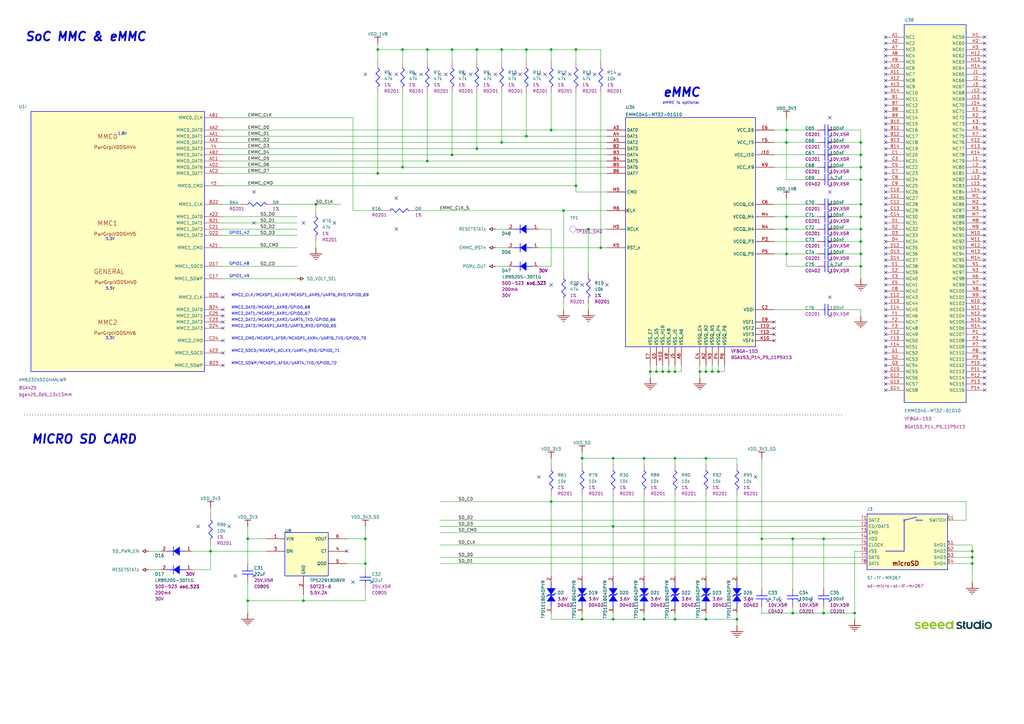
<source format=kicad_sch>
(kicad_sch (version 20231120) (generator "eeschema") (generator_version "8.0")
  (paper "User" 419.989 297.002)
  (lib_symbols
    (symbol "pocketbeagle2-kicad-altium-import:EMMC_RSTn_ARROW" (power)
      (property "Reference" "#PWR" (at 0 0 0))
      (property "Value" "EMMC_RSTn" (at 0 3.81 0))
      (symbol "EMMC_RSTn_ARROW_0_0"
        (pin power_in line (at 0 0 0) (length 0) hide (name "EMMC_RSTn") (number ""))
      )
    )
    (symbol "pocketbeagle2-kicad-altium-import:GND_POWER_GROUND" (power)
      (property "Reference" "#PWR" (at 0 0 0))
      (property "Value" "GND" (at 0 6.35 0))
      (symbol "GND_POWER_GROUND_0_0"
        (pin power_in line (at 0 0 0) (length 0) hide (name "GND") (number ""))
      )
    )
    (symbol "pocketbeagle2-kicad-altium-import:PORz_OUT_ARROW" (power)
      (property "Reference" "#PWR" (at 0 0 0))
      (property "Value" "PORz_OUT" (at 0 3.81 0))
      (symbol "PORz_OUT_ARROW_0_0"
        (pin power_in line (at 0 0 0) (length 0) hide (name "PORz_OUT") (number ""))
      )
    )
    (symbol "pocketbeagle2-kicad-altium-import:RESETSTATz_ARROW" (power)
      (property "Reference" "#PWR" (at 0 0 0))
      (property "Value" "RESETSTATz" (at 0 3.81 0))
      (symbol "RESETSTATz_ARROW_0_0"
        (pin power_in line (at 0 0 0) (length 0) hide (name "RESETSTATz") (number ""))
      )
    )
    (symbol "pocketbeagle2-kicad-altium-import:SD_PWR_EN_ARROW" (power)
      (property "Reference" "#PWR" (at 0 0 0))
      (property "Value" "SD_PWR_EN" (at 0 3.81 0))
      (symbol "SD_PWR_EN_ARROW_0_0"
        (pin power_in line (at 0 0 0) (length 0) hide (name "SD_PWR_EN") (number ""))
      )
    )
    (symbol "pocketbeagle2-kicad-altium-import:SD_VOLT_SEL_ARROW" (power)
      (property "Reference" "#PWR" (at 0 0 0))
      (property "Value" "SD_VOLT_SEL" (at 0 3.81 0))
      (symbol "SD_VOLT_SEL_ARROW_0_0"
        (pin power_in line (at 0 0 0) (length 0) hide (name "SD_VOLT_SEL") (number ""))
      )
    )
    (symbol "pocketbeagle2-kicad-altium-import:VDD_1V8_BAR" (power)
      (property "Reference" "#PWR" (at 0 0 0))
      (property "Value" "VDD_1V8" (at 0 3.81 0))
      (symbol "VDD_1V8_BAR_0_0"
        (pin power_in line (at 0 0 0) (length 0) hide (name "VDD_1V8") (number ""))
      )
    )
    (symbol "pocketbeagle2-kicad-altium-import:VDD_3V3_BAR" (power)
      (property "Reference" "#PWR" (at 0 0 0))
      (property "Value" "VDD_3V3" (at 0 3.81 0))
      (symbol "VDD_3V3_BAR_0_0"
        (pin power_in line (at 0 0 0) (length 0) hide (name "VDD_3V3") (number ""))
      )
    )
    (symbol "pocketbeagle2-kicad-altium-import:VDD_3V3_SD_BAR" (power)
      (property "Reference" "#PWR" (at 0 0 0))
      (property "Value" "VDD_3V3_SD" (at 0 3.81 0))
      (symbol "VDD_3V3_SD_BAR_0_0"
        (pin power_in line (at 0 0 0) (length 0) hide (name "VDD_3V3_SD") (number ""))
      )
    )
    (symbol "pocketbeagle2-kicad-altium-import:VDD_SD_BAR" (power)
      (property "Reference" "#PWR" (at 0 0 0))
      (property "Value" "VDD_SD" (at 0 3.81 0))
      (symbol "VDD_SD_BAR_0_0"
        (pin power_in line (at 0 0 0) (length 0) hide (name "VDD_SD") (number ""))
      )
    )
    (symbol "pocketbeagle2-kicad-altium-import:root_0_CC_0"
      (symbol "root_0_CC_0_1_0"
        (pin passive line (at 2.54 2.54 270) (length 2.54) (name "1") (number "1"))
        (pin passive line (at 2.54 -5.08 90) (length 2.54) (name "2") (number "2"))
      )
    )
    (symbol "pocketbeagle2-kicad-altium-import:root_0_CC_1"
      (symbol "root_0_CC_1_1_0"
        (pin passive line (at -2.54 -2.54 0) (length 2.54) (name "1") (number "1"))
        (pin passive line (at 5.08 -2.54 180) (length 2.54) (name "2") (number "2"))
      )
    )
    (symbol "pocketbeagle2-kicad-altium-import:root_0_DIODE TVS BI-DIR"
      (symbol "root_0_DIODE TVS BI-DIR_1_0"
        (pin passive line (at 2.54 -12.7 90) (length 2.54) (name "1") (number "1"))
        (pin passive line (at 2.54 2.54 270) (length 2.54) (name "2") (number "2"))
      )
    )
    (symbol "pocketbeagle2-kicad-altium-import:root_0_MicroSD Card_9+4P_ST-TF-MR267"
      (symbol "root_0_MicroSD Card_9+4P_ST-TF-MR267_1_0"
        (text "microSD" (at 10.16 -21.336 0) (effects (font (size 1.778 1.778) (thickness 0.3556) (bold yes)) (justify left bottom)))
        (pin passive line (at 35.56 -2.54 180) (length 2.54) (name "SWITCH") (number "G1"))
        (pin passive line (at 35.56 -12.7 180) (length 2.54) (name "SHD1") (number "S1"))
        (pin passive line (at 35.56 -15.24 180) (length 2.54) (name "SHD2") (number "S2"))
        (pin passive line (at 35.56 -17.78 180) (length 2.54) (name "SHD3") (number "S3"))
        (pin passive line (at 35.56 -20.32 180) (length 2.54) (name "SHD4") (number "S4"))
        (pin passive line (at -2.54 -2.54 0) (length 2.54) (name "DAT2") (number "T1"))
        (pin passive line (at -2.54 -5.08 0) (length 2.54) (name "CD/DAT3") (number "T2"))
        (pin passive line (at -2.54 -7.62 0) (length 2.54) (name "CMD") (number "T3"))
        (pin power_in line (at -2.54 -10.16 0) (length 2.54) (name "VDD") (number "T4"))
        (pin passive line (at -2.54 -12.7 0) (length 2.54) (name "CLOCK") (number "T5"))
        (pin power_in line (at -2.54 -15.24 0) (length 2.54) (name "VSS") (number "T6"))
        (pin passive line (at -2.54 -17.78 0) (length 2.54) (name "DAT0") (number "T7"))
        (pin passive line (at -2.54 -20.32 0) (length 2.54) (name "DAT1") (number "T8"))
      )
    )
    (symbol "pocketbeagle2-kicad-altium-import:root_0_R_0"
      (symbol "root_0_R_0_1_0"
        (pin passive line (at 2.54 2.54 270) (length 2.54) (name "1") (number "1"))
        (pin passive line (at 2.54 -10.16 90) (length 2.54) (name "2") (number "2"))
      )
    )
    (symbol "pocketbeagle2-kicad-altium-import:root_0_R_1"
      (symbol "root_0_R_1_1_0"
        (pin passive line (at -2.54 -2.54 0) (length 2.54) (name "1") (number "1"))
        (pin passive line (at 10.16 -2.54 180) (length 2.54) (name "2") (number "2"))
      )
    )
    (symbol "pocketbeagle2-kicad-altium-import:root_0_TPS22918DBV"
      (symbol "root_0_TPS22918DBV_1_0"
        (pin input line (at -7.62 -2.54 0) (length 7.62) (name "VIN") (number "1"))
        (pin power_in line (at 7.62 -25.4 90) (length 7.62) (name "GND") (number "2"))
        (pin input line (at -7.62 -7.62 0) (length 7.62) (name "ON") (number "3"))
        (pin passive line (at 25.4 -7.62 180) (length 7.62) (name "CT") (number "4"))
        (pin passive line (at 25.4 -12.7 180) (length 7.62) (name "QOD") (number "5"))
        (pin passive line (at 25.4 -2.54 180) (length 7.62) (name "VOUT") (number "6"))
      )
    )
    (symbol "pocketbeagle2-kicad-altium-import:root_0_eMMC_1"
      (symbol "root_0_eMMC_1_1_0"
        (pin passive line (at -7.62 -5.08 0) (length 7.62) (name "DAT0") (number "A3"))
        (pin passive line (at -7.62 -7.62 0) (length 7.62) (name "DAT1") (number "A4"))
        (pin passive line (at -7.62 -10.16 0) (length 7.62) (name "DAT2") (number "A5"))
        (pin passive line (at 22.86 -101.6 90) (length 7.62) (name "VSS_A6") (number "A6"))
        (pin passive line (at -7.62 -12.7 0) (length 7.62) (name "DAT3") (number "B2"))
        (pin passive line (at -7.62 -15.24 0) (length 7.62) (name "DAT4") (number "B3"))
        (pin passive line (at -7.62 -17.78 0) (length 7.62) (name "DAT5") (number "B4"))
        (pin passive line (at -7.62 -20.32 0) (length 7.62) (name "DAT6") (number "B5"))
        (pin passive line (at -7.62 -22.86 0) (length 7.62) (name "DAT7") (number "B6"))
        (pin passive line (at 60.96 -78.74 180) (length 7.62) (name "VDDI") (number "C2"))
        (pin passive line (at 30.48 -101.6 90) (length 7.62) (name "VSSQ_C4") (number "C4"))
        (pin passive line (at 60.96 -35.56 180) (length 7.62) (name "VCCQ_C6") (number "C6"))
        (pin passive line (at 60.96 -86.36 180) (length 7.62) (name "VSF2") (number "E10"))
        (pin passive line (at 60.96 -5.08 180) (length 7.62) (name "VCC_E6") (number "E6"))
        (pin passive line (at 10.16 -101.6 90) (length 7.62) (name "VSS_E7") (number "E7"))
        (pin passive line (at 60.96 -83.82 180) (length 7.62) (name "VSF1") (number "E9"))
        (pin passive line (at 60.96 -88.9 180) (length 7.62) (name "VSF3") (number "F10"))
        (pin passive line (at 60.96 -10.16 180) (length 7.62) (name "VCC_F5") (number "F5"))
        (pin passive line (at 12.7 -101.6 90) (length 7.62) (name "VSS_G5") (number "G5"))
        (pin passive line (at 15.24 -101.6 90) (length 7.62) (name "VSS_H10") (number "H10"))
        (pin passive line (at -7.62 -45.72 0) (length 7.62) (name "RCLK") (number "H5"))
        (pin passive line (at 60.96 -15.24 180) (length 7.62) (name "VCC_J10") (number "J10"))
        (pin passive line (at 20.32 -101.6 90) (length 7.62) (name "VSS_J5") (number "J5"))
        (pin passive line (at 60.96 -91.44 180) (length 7.62) (name "VSF4") (number "K10"))
        (pin passive line (at -7.62 -53.34 0) (length 7.62) (name "RST_n") (number "K5"))
        (pin passive line (at 17.78 -101.6 90) (length 7.62) (name "VSS_K8") (number "K8"))
        (pin passive line (at 60.96 -20.32 180) (length 7.62) (name "VCC_K9") (number "K9"))
        (pin passive line (at 60.96 -40.64 180) (length 7.62) (name "VCCQ_M4") (number "M4"))
        (pin passive line (at -7.62 -30.48 0) (length 7.62) (name "CMD") (number "M5"))
        (pin passive clock (at -7.62 -38.1 0) (length 7.62) (name "CLK") (number "M6"))
        (pin passive line (at 33.02 -101.6 90) (length 7.62) (name "VSSQ_N2") (number "N2"))
        (pin passive line (at 60.96 -45.72 180) (length 7.62) (name "VCCQ_N4") (number "N4"))
        (pin passive line (at 35.56 -101.6 90) (length 7.62) (name "VSSQ_N5") (number "N5"))
        (pin passive line (at 60.96 -50.8 180) (length 7.62) (name "VCCQ_P3") (number "P3"))
        (pin passive line (at 38.1 -101.6 90) (length 7.62) (name "VSSQ_P4") (number "P4"))
        (pin passive line (at 60.96 -55.88 180) (length 7.62) (name "VCCQ_P5") (number "P5"))
        (pin passive line (at 40.64 -101.6 90) (length 7.62) (name "VSSQ_P6") (number "P6"))
      )
      (symbol "root_0_eMMC_1_2_0"
        (pin passive line (at -7.62 -5.08 0) (length 7.62) (name "NC1") (number "A1"))
        (pin passive line (at -7.62 -17.78 0) (length 7.62) (name "NC6") (number "A10"))
        (pin passive line (at -7.62 -20.32 0) (length 7.62) (name "NC7") (number "A11"))
        (pin passive line (at -7.62 -22.86 0) (length 7.62) (name "NC8") (number "A12"))
        (pin passive line (at -7.62 -25.4 0) (length 7.62) (name "NC9") (number "A13"))
        (pin passive line (at -7.62 -27.94 0) (length 7.62) (name "NC10") (number "A14"))
        (pin passive line (at -7.62 -7.62 0) (length 7.62) (name "NC2") (number "A2"))
        (pin passive line (at -7.62 -10.16 0) (length 7.62) (name "NC3") (number "A7"))
        (pin passive line (at -7.62 -12.7 0) (length 7.62) (name "NC4") (number "A8"))
        (pin passive line (at -7.62 -15.24 0) (length 7.62) (name "NC5") (number "A9"))
        (pin passive line (at -7.62 -30.48 0) (length 7.62) (name "NC11") (number "B1"))
        (pin passive line (at -7.62 -40.64 0) (length 7.62) (name "NC15") (number "B10"))
        (pin passive line (at -7.62 -43.18 0) (length 7.62) (name "NC16") (number "B11"))
        (pin passive line (at -7.62 -45.72 0) (length 7.62) (name "NC17") (number "B12"))
        (pin passive line (at -7.62 -48.26 0) (length 7.62) (name "NC18") (number "B13"))
        (pin passive line (at -7.62 -50.8 0) (length 7.62) (name "NC19") (number "B14"))
        (pin passive line (at -7.62 -33.02 0) (length 7.62) (name "NC12") (number "B7"))
        (pin passive line (at -7.62 -35.56 0) (length 7.62) (name "NC13") (number "B8"))
        (pin passive line (at -7.62 -38.1 0) (length 7.62) (name "NC14") (number "B9"))
        (pin passive line (at -7.62 -53.34 0) (length 7.62) (name "NC20") (number "C1"))
        (pin passive line (at -7.62 -68.58 0) (length 7.62) (name "NC26") (number "C10"))
        (pin passive line (at -7.62 -71.12 0) (length 7.62) (name "NC27") (number "C11"))
        (pin passive line (at -7.62 -73.66 0) (length 7.62) (name "NC28") (number "C12"))
        (pin passive line (at -7.62 -76.2 0) (length 7.62) (name "NC29") (number "C13"))
        (pin passive line (at -7.62 -78.74 0) (length 7.62) (name "NC30") (number "C14"))
        (pin passive line (at -7.62 -55.88 0) (length 7.62) (name "NC21") (number "C3"))
        (pin passive line (at -7.62 -58.42 0) (length 7.62) (name "NC22") (number "C5"))
        (pin passive line (at -7.62 -60.96 0) (length 7.62) (name "NC23") (number "C7"))
        (pin passive line (at -7.62 -63.5 0) (length 7.62) (name "NC24") (number "C8"))
        (pin passive line (at -7.62 -66.04 0) (length 7.62) (name "NC25") (number "C9"))
        (pin passive line (at -7.62 -81.28 0) (length 7.62) (name "NC31") (number "D1"))
        (pin passive line (at -7.62 -91.44 0) (length 7.62) (name "NC35") (number "D12"))
        (pin passive line (at -7.62 -93.98 0) (length 7.62) (name "NC36") (number "D13"))
        (pin passive line (at -7.62 -96.52 0) (length 7.62) (name "NC37") (number "D14"))
        (pin passive line (at -7.62 -83.82 0) (length 7.62) (name "NC32") (number "D2"))
        (pin passive line (at -7.62 -86.36 0) (length 7.62) (name "NC33") (number "D3"))
        (pin passive line (at -7.62 -88.9 0) (length 7.62) (name "NC34") (number "D4"))
        (pin passive line (at -7.62 -99.06 0) (length 7.62) (name "NC38") (number "E1"))
        (pin passive line (at -7.62 -111.76 0) (length 7.62) (name "NC43") (number "E12"))
        (pin passive line (at -7.62 -114.3 0) (length 7.62) (name "NC44") (number "E13"))
        (pin passive line (at -7.62 -116.84 0) (length 7.62) (name "NC45") (number "E14"))
        (pin passive line (at -7.62 -101.6 0) (length 7.62) (name "NC39") (number "E2"))
        (pin passive line (at -7.62 -104.14 0) (length 7.62) (name "NC40") (number "E3"))
        (pin passive line (at -7.62 -106.68 0) (length 7.62) (name "NC41") (number "E5"))
        (pin passive line (at -7.62 -109.22 0) (length 7.62) (name "NC42") (number "E8"))
        (pin passive line (at -7.62 -119.38 0) (length 7.62) (name "NC46") (number "F1"))
        (pin passive line (at -7.62 -127 0) (length 7.62) (name "NC49") (number "F12"))
        (pin passive line (at -7.62 -129.54 0) (length 7.62) (name "NC50") (number "F13"))
        (pin passive line (at -7.62 -132.08 0) (length 7.62) (name "NC51") (number "F14"))
        (pin passive line (at -7.62 -121.92 0) (length 7.62) (name "NC47") (number "F2"))
        (pin passive line (at -7.62 -124.46 0) (length 7.62) (name "NC48") (number "F3"))
        (pin passive line (at -7.62 -134.62 0) (length 7.62) (name "NC52") (number "G1"))
        (pin passive line (at -7.62 -142.24 0) (length 7.62) (name "NC55") (number "G10"))
        (pin passive line (at -7.62 -144.78 0) (length 7.62) (name "NC56") (number "G12"))
        (pin passive line (at -7.62 -147.32 0) (length 7.62) (name "NC57") (number "G13"))
        (pin passive line (at -7.62 -149.86 0) (length 7.62) (name "NC58") (number "G14"))
        (pin passive line (at -7.62 -137.16 0) (length 7.62) (name "NC53") (number "G2"))
        (pin passive line (at -7.62 -139.7 0) (length 7.62) (name "NC54") (number "G3"))
        (pin passive line (at 33.02 -5.08 180) (length 7.62) (name "NC59") (number "H1"))
        (pin passive line (at 33.02 -12.7 180) (length 7.62) (name "NC62") (number "H12"))
        (pin passive line (at 33.02 -15.24 180) (length 7.62) (name "NC63") (number "H13"))
        (pin passive line (at 33.02 -17.78 180) (length 7.62) (name "NC64") (number "H14"))
        (pin passive line (at 33.02 -7.62 180) (length 7.62) (name "NC60") (number "H2"))
        (pin passive line (at 33.02 -10.16 180) (length 7.62) (name "NC61") (number "H3"))
        (pin passive line (at 33.02 -20.32 180) (length 7.62) (name "NC65") (number "J1"))
        (pin passive line (at 33.02 -27.94 180) (length 7.62) (name "NC68") (number "J12"))
        (pin passive line (at 33.02 -30.48 180) (length 7.62) (name "NC69") (number "J13"))
        (pin passive line (at 33.02 -33.02 180) (length 7.62) (name "NC70") (number "J14"))
        (pin passive line (at 33.02 -22.86 180) (length 7.62) (name "NC66") (number "J2"))
        (pin passive line (at 33.02 -25.4 180) (length 7.62) (name "NC67") (number "J3"))
        (pin passive line (at 33.02 -35.56 180) (length 7.62) (name "NC71") (number "K1"))
        (pin passive line (at 33.02 -48.26 180) (length 7.62) (name "NC76") (number "K12"))
        (pin passive line (at 33.02 -50.8 180) (length 7.62) (name "NC77") (number "K13"))
        (pin passive line (at 33.02 -53.34 180) (length 7.62) (name "NC78") (number "K14"))
        (pin passive line (at 33.02 -38.1 180) (length 7.62) (name "NC72") (number "K2"))
        (pin passive line (at 33.02 -40.64 180) (length 7.62) (name "NC73") (number "K3"))
        (pin passive line (at 33.02 -43.18 180) (length 7.62) (name "NC74") (number "K6"))
        (pin passive line (at 33.02 -45.72 180) (length 7.62) (name "NC75") (number "K7"))
        (pin passive line (at 33.02 -55.88 180) (length 7.62) (name "NC79") (number "L1"))
        (pin passive line (at 33.02 -63.5 180) (length 7.62) (name "NC82") (number "L12"))
        (pin passive line (at 33.02 -66.04 180) (length 7.62) (name "NC83") (number "L13"))
        (pin passive line (at 33.02 -68.58 180) (length 7.62) (name "NC84") (number "L14"))
        (pin passive line (at 33.02 -58.42 180) (length 7.62) (name "NC80") (number "L2"))
        (pin passive line (at 33.02 -60.96 180) (length 7.62) (name "NC81") (number "L3"))
        (pin passive line (at 33.02 -71.12 180) (length 7.62) (name "NC85") (number "M1"))
        (pin passive line (at 33.02 -86.36 180) (length 7.62) (name "NC91") (number "M10"))
        (pin passive line (at 33.02 -88.9 180) (length 7.62) (name "NC92") (number "M11"))
        (pin passive line (at 33.02 -91.44 180) (length 7.62) (name "NC93") (number "M12"))
        (pin passive line (at 33.02 -93.98 180) (length 7.62) (name "NC94") (number "M13"))
        (pin passive line (at 33.02 -96.52 180) (length 7.62) (name "NC95") (number "M14"))
        (pin passive line (at 33.02 -73.66 180) (length 7.62) (name "NC86") (number "M2"))
        (pin passive line (at 33.02 -76.2 180) (length 7.62) (name "NC87") (number "M3"))
        (pin passive line (at 33.02 -78.74 180) (length 7.62) (name "NC88") (number "M7"))
        (pin passive line (at 33.02 -81.28 180) (length 7.62) (name "NC89") (number "M8"))
        (pin passive line (at 33.02 -83.82 180) (length 7.62) (name "NC90") (number "M9"))
        (pin passive line (at 33.02 -99.06 180) (length 7.62) (name "NC96") (number "N1"))
        (pin passive line (at 33.02 -114.3 180) (length 7.62) (name "NC102") (number "N10"))
        (pin passive line (at 33.02 -116.84 180) (length 7.62) (name "NC103") (number "N11"))
        (pin passive line (at 33.02 -119.38 180) (length 7.62) (name "NC104") (number "N12"))
        (pin passive line (at 33.02 -121.92 180) (length 7.62) (name "NC105") (number "N13"))
        (pin passive line (at 33.02 -124.46 180) (length 7.62) (name "NC106") (number "N14"))
        (pin passive line (at 33.02 -101.6 180) (length 7.62) (name "NC97") (number "N3"))
        (pin passive line (at 33.02 -104.14 180) (length 7.62) (name "NC98") (number "N6"))
        (pin passive line (at 33.02 -106.68 180) (length 7.62) (name "NC99") (number "N7"))
        (pin passive line (at 33.02 -109.22 180) (length 7.62) (name "NC100") (number "N8"))
        (pin passive line (at 33.02 -111.76 180) (length 7.62) (name "NC101") (number "N9"))
        (pin passive line (at 33.02 -127 180) (length 7.62) (name "NC107") (number "P1"))
        (pin passive line (at 33.02 -139.7 180) (length 7.62) (name "NC112") (number "P10"))
        (pin passive line (at 33.02 -142.24 180) (length 7.62) (name "NC113") (number "P11"))
        (pin passive line (at 33.02 -144.78 180) (length 7.62) (name "NC114") (number "P12"))
        (pin passive line (at 33.02 -147.32 180) (length 7.62) (name "NC115") (number "P13"))
        (pin passive line (at 33.02 -149.86 180) (length 7.62) (name "NC116") (number "P14"))
        (pin passive line (at 33.02 -129.54 180) (length 7.62) (name "NC108") (number "P2"))
        (pin passive line (at 33.02 -132.08 180) (length 7.62) (name "NC109") (number "P7"))
        (pin passive line (at 33.02 -134.62 180) (length 7.62) (name "NC110") (number "P8"))
        (pin passive line (at 33.02 -137.16 180) (length 7.62) (name "NC111") (number "P9"))
      )
    )
    (symbol "pocketbeagle2-kicad-altium-import:root_0_mirrored_AM62x_BGA425"
      (symbol "root_0_mirrored_AM62x_BGA425_1_0"
        (text "GENERAL" (at -29.21 -6.35 0) (effects (font (size 1.905 1.905)) (justify right bottom)))
        (text "OSC0" (at -33.02 -41.91 0) (effects (font (size 1.905 1.905)) (justify right bottom)))
        (text "PwrGrp:VDDS_OSC" (at -24.638 -45.72 0) (effects (font (size 1.397 1.397)) (justify right bottom)))
        (text "PwrGrp:VDDSHV0" (at -24.384 -9.652 0) (effects (font (size 1.397 1.397)) (justify right bottom)))
        (pin passive line (at 7.62 -25.4 180) (length 7.62) (name "SPI0_CS0") (number "A13"))
        (pin passive line (at 7.62 -17.78 180) (length 7.62) (name "SPI0_CLK") (number "A14"))
        (pin passive line (at -83.82 -10.16 0) (length 7.62) (name "UART0_CTSN") (number "A15"))
        (pin passive line (at 7.62 -5.08 180) (length 7.62) (name "I2C0_SDA") (number "A16"))
        (pin passive line (at 7.62 -12.7 180) (length 7.62) (name "I2C1_SDA") (number "A17"))
        (pin passive line (at -83.82 -27.94 0) (length 7.62) (name "EXT_REFCLK1") (number "A18"))
        (pin passive line (at -83.82 -40.64 0) (length 7.62) (name "VSENSE") (number "A2"))
        (pin passive line (at 7.62 -40.64 180) (length 7.62) (name "ATEST1") (number "AE2"))
        (pin passive line (at 7.62 -45.72 180) (length 7.62) (name "IFORCE") (number "B1"))
        (pin passive line (at 7.62 -20.32 180) (length 7.62) (name "SPI0_D0") (number "B13"))
        (pin passive line (at 7.62 -22.86 180) (length 7.62) (name "SPI0_D1") (number "B14"))
        (pin passive line (at -83.82 -15.24 0) (length 7.62) (name "UART0_RTSN") (number "B15"))
        (pin passive line (at 7.62 -2.54 180) (length 7.62) (name "I2C0_SCL") (number "B16"))
        (pin passive line (at 7.62 -10.16 180) (length 7.62) (name "I2C1_SCL") (number "B17"))
        (pin passive line (at 7.62 -27.94 180) (length 7.62) (name "SPI0_CS1") (number "C13"))
        (pin passive line (at -83.82 -5.08 0) (length 7.62) (name "MCAN0_TX") (number "C15"))
        (pin passive line (at -83.82 -20.32 0) (length 7.62) (name "UART0_RXD") (number "D14"))
        (pin passive line (at -83.82 -22.86 0) (length 7.62) (name "UART0_TXD") (number "E14"))
        (pin passive line (at -83.82 -2.54 0) (length 7.62) (name "MCAN0_RX") (number "E15"))
        (pin passive line (at 7.62 -38.1 180) (length 7.62) (name "ATEST0") (number "F6"))
      )
      (symbol "root_0_mirrored_AM62x_BGA425_2_0"
        (text "MCU GENERAL" (at -19.05 -6.35 0) (effects (font (size 1.905 1.905)) (justify right bottom)))
        (text "PwrGrp:VDDSHV_MCU" (at -16.764 -10.16 0) (effects (font (size 1.397 1.397)) (justify right bottom)))
        (pin passive clock (at 7.62 -10.16 180) (length 7.62) (name "TCK") (number "A10"))
        (pin passive line (at 7.62 -12.7 180) (length 7.62) (name "TDI") (number "A11"))
        (pin passive line (at 7.62 -20.32 180) (length 7.62) (name "TRSTN") (number "B10"))
        (pin passive line (at 7.62 -17.78 180) (length 7.62) (name "TMS") (number "B11"))
        (pin passive line (at 7.62 -5.08 180) (length 7.62) (name "EMU1") (number "C11"))
        (pin passive line (at 7.62 -15.24 180) (length 7.62) (name "TDO") (number "D12"))
        (pin passive line (at 7.62 -2.54 180) (length 7.62) (name "EMU0") (number "E12"))
      )
      (symbol "root_0_mirrored_AM62x_BGA425_3_0"
        (text "GENERAL" (at -35.814 -35.814 0) (effects (font (size 1.905 1.905)) (justify right bottom)))
        (text "MCU GENERAL" (at -33.02 -19.05 0) (effects (font (size 1.905 1.905)) (justify right bottom)))
        (text "OSC0" (at -39.116 -6.35 0) (effects (font (size 1.905 1.905)) (justify right bottom)))
        (text "PwrGrp:VDDS_OSC" (at -30.988 -9.398 0) (effects (font (size 1.397 1.397)) (justify right bottom)))
        (text "PwrGrp:VDDSHV0" (at -31.496 -39.116 0) (effects (font (size 1.397 1.397)) (justify right bottom)))
        (text "PwrGrp:VDDSHV_MCU" (at -30.226 -22.352 0) (effects (font (size 1.397 1.397)) (justify right bottom)))
        (pin passive line (at 7.62 -15.24 180) (length 7.62) (name "MCU_RESETSTATZ") (number "B12"))
        (pin passive line (at 7.62 -2.54 180) (length 7.62) (name "MCU_ERRORN") (number "D1"))
        (pin passive line (at 7.62 -27.94 180) (length 7.62) (name "EXTINTN") (number "D16"))
        (pin passive line (at 7.62 -7.62 180) (length 7.62) (name "MCU_PORZ") (number "D2"))
        (pin passive line (at 7.62 -20.32 180) (length 7.62) (name "MCU_RESETZ") (number "E11"))
        (pin passive line (at 7.62 -33.02 180) (length 7.62) (name "PORZ_OUT") (number "E21"))
        (pin passive line (at 7.62 -38.1 180) (length 7.62) (name "RESET_REQZ") (number "F20"))
        (pin passive line (at 7.62 -43.18 180) (length 7.62) (name "RESETSTATZ") (number "F22"))
      )
      (symbol "root_0_mirrored_AM62x_BGA425_4_0"
        (text "GENERAL" (at -33.782 -42.926 0) (effects (font (size 1.905 1.905)) (justify right bottom)))
        (text "PwrGrp:VDDSHV0" (at -31.242 -46.482 0) (effects (font (size 1.397 1.397)) (justify right bottom)))
        (text "USB0" (at -37.084 -5.334 0) (effects (font (size 1.905 1.905)) (justify right bottom)))
        (text "USB1" (at -36.83 -25.146 0) (effects (font (size 1.905 1.905)) (justify right bottom)))
        (text_box "PwrGrp:VDDA_1P8_USB, \n       VDDA_3P3_USB" (at -26.162 -26.416 0) (size -38.1 -5.588) (stroke (width -0.0001)) (fill (type color) (color 255 255 176 1)) (effects (font (size 1.27 1.27)) (justify left top)))
        (text_box "PwrGrp:VDDA_1P8_USB, \n       VDDA_3P3_USB" (at -26.162 -6.096 0) (size -38.1 -5.588) (stroke (width -0.0001)) (fill (type color) (color 255 255 176 1)) (effects (font (size 1.27 1.27)) (justify left top)))
        (pin passive line (at 7.62 -35.56 180) (length 7.62) (name "USB1_VBUS") (number "AB10"))
        (pin passive line (at 7.62 -15.24 180) (length 7.62) (name "USB0_VBUS") (number "AC11"))
        (pin passive line (at 7.62 -30.48 180) (length 7.62) (name "USB1_RCALIB") (number "AC9"))
        (pin passive line (at 7.62 -25.4 180) (length 7.62) (name "USB1_DM") (number "AD10"))
        (pin passive line (at 7.62 -2.54 180) (length 7.62) (name "USB0_DP") (number "AD11"))
        (pin passive line (at 7.62 -10.16 180) (length 7.62) (name "USB0_RCALIB") (number "AE10"))
        (pin passive line (at 7.62 -5.08 180) (length 7.62) (name "USB0_DM") (number "AE11"))
        (pin passive line (at 7.62 -22.86 180) (length 7.62) (name "USB1_DP") (number "AE9"))
        (pin passive line (at 7.62 -43.18 180) (length 7.62) (name "USB0_DRVVBUS") (number "C20"))
        (pin passive line (at 7.62 -45.72 180) (length 7.62) (name "USB1_DRVVBUS") (number "F18"))
      )
      (symbol "root_0_mirrored_AM62x_BGA425_5_0"
        (text "MCASP0" (at -31.75 -11.684 0) (effects (font (size 1.905 1.905)) (justify right bottom)))
        (text "PwrGrp:VDDSHV0" (at -27.94 -15.494 0) (effects (font (size 1.397 1.397)) (justify right bottom)))
        (pin passive line (at 7.62 -7.62 180) (length 7.62) (name "MCASP0_AXR2") (number "A19"))
        (pin passive line (at 7.62 -17.78 180) (length 7.62) (name "MCASP0_ACLKR") (number "A20"))
        (pin passive line (at 7.62 -5.08 180) (length 7.62) (name "MCASP0_AXR1") (number "B18"))
        (pin passive line (at 7.62 -10.16 180) (length 7.62) (name "MCASP0_AXR3") (number "B19"))
        (pin passive line (at 7.62 -15.24 180) (length 7.62) (name "MCASP0_ACLKX") (number "B20"))
        (pin passive line (at 7.62 -22.86 180) (length 7.62) (name "MCASP0_AFSX") (number "D20"))
        (pin passive line (at 7.62 -2.54 180) (length 7.62) (name "MCASP0_AXR0") (number "E18"))
        (pin passive line (at 7.62 -25.4 180) (length 7.62) (name "MCASP0_AFSR") (number "E19"))
      )
      (symbol "root_0_mirrored_AM62x_BGA425_6_0"
        (text "GPMC" (at -35.56 -9.398 0) (effects (font (size 1.905 1.905)) (justify right bottom)))
        (text "PwrGrp:VDDSHV3" (at -27.94 -12.954 0) (effects (font (size 1.397 1.397)) (justify right bottom)))
        (pin passive line (at 7.62 -55.88 180) (length 7.62) (name "GPMC0_CSN2") (number "K22"))
        (pin passive line (at 7.62 -58.42 180) (length 7.62) (name "GPMC0_CSN3") (number "K24"))
        (pin passive line (at 7.62 -91.44 180) (length 7.62) (name "GPMC0_WPN") (number "K25"))
        (pin passive line (at 7.62 -53.34 180) (length 7.62) (name "GPMC0_CSN1") (number "L21"))
        (pin passive line (at 7.62 -63.5 180) (length 7.62) (name "GPMC0_ADVN_ALE") (number "L23"))
        (pin passive line (at 7.62 -96.52 180) (length 7.62) (name "GPMC0_OEN_REN") (number "L24"))
        (pin passive line (at 7.62 -101.6 180) (length 7.62) (name "GPMC0_WEN") (number "L25"))
        (pin passive line (at 7.62 -50.8 180) (length 7.62) (name "GPMC0_CSN0") (number "M21"))
        (pin passive line (at 7.62 -78.74 180) (length 7.62) (name "GPMC0_DIR") (number "M22"))
        (pin passive line (at 7.62 -68.58 180) (length 7.62) (name "GPMC0_BE0N_CLE") (number "M24"))
        (pin passive line (at 7.62 -7.62 180) (length 7.62) (name "GPMC0_AD0") (number "M25"))
        (pin passive line (at 7.62 -73.66 180) (length 7.62) (name "GPMC0_BE1N") (number "N20"))
        (pin passive line (at 7.62 -10.16 180) (length 7.62) (name "GPMC0_AD1") (number "N23"))
        (pin passive line (at 7.62 -12.7 180) (length 7.62) (name "GPMC0_AD2") (number "N24"))
        (pin passive line (at 7.62 -15.24 180) (length 7.62) (name "GPMC0_AD3") (number "N25"))
        (pin passive line (at 7.62 -22.86 180) (length 7.62) (name "GPMC0_AD6") (number "P21"))
        (pin passive line (at 7.62 -20.32 180) (length 7.62) (name "GPMC0_AD5") (number "P22"))
        (pin passive line (at 7.62 -17.78 180) (length 7.62) (name "GPMC0_AD4") (number "P24"))
        (pin passive line (at 7.62 -2.54 180) (length 7.62) (name "GPMC0_CLK") (number "P25"))
        (pin passive line (at 7.62 -35.56 180) (length 7.62) (name "GPMC0_AD11") (number "R21"))
        (pin passive line (at 7.62 -25.4 180) (length 7.62) (name "GPMC0_AD7") (number "R23"))
        (pin passive line (at 7.62 -27.94 180) (length 7.62) (name "GPMC0_AD8") (number "R24"))
        (pin passive line (at 7.62 -30.48 180) (length 7.62) (name "GPMC0_AD9") (number "R25"))
        (pin passive line (at 7.62 -38.1 180) (length 7.62) (name "GPMC0_AD12") (number "T22"))
        (pin passive line (at 7.62 -40.64 180) (length 7.62) (name "GPMC0_AD13") (number "T24"))
        (pin passive line (at 7.62 -33.02 180) (length 7.62) (name "GPMC0_AD10") (number "T25"))
        (pin passive line (at 7.62 -83.82 180) (length 7.62) (name "GPMC0_WAIT0") (number "U23"))
        (pin passive line (at 7.62 -45.72 180) (length 7.62) (name "GPMC0_AD15") (number "U24"))
        (pin passive line (at 7.62 -43.18 180) (length 7.62) (name "GPMC0_AD14") (number "U25"))
        (pin passive line (at 7.62 -86.36 180) (length 7.62) (name "GPMC0_WAIT1") (number "V25"))
      )
      (symbol "root_0_mirrored_AM62x_BGA425_7_0"
        (text "DDR" (at -37.846 -8.89 0) (effects (font (size 1.905 1.905)) (justify right bottom)))
        (text_box "PwrGrp:VDDS_DDR, \n       VDDS_DDR_C" (at -27.94 -10.16 0) (size -30.988 -5.588) (stroke (width -0.0001)) (fill (type color) (color 255 255 176 1)) (effects (font (size 1.27 1.27)) (justify left top)))
        (pin passive line (at -99.06 -50.8 0) (length 7.62) (name "DDR0_DQS0") (number "E1"))
        (pin passive line (at -99.06 -53.34 0) (length 7.62) (name "DDR0_DQS0_N") (number "E2"))
        (pin passive line (at 7.62 -12.7 180) (length 7.62) (name "DDR0_DQ4") (number "E3"))
        (pin passive line (at 7.62 -20.32 180) (length 7.62) (name "DDR0_DQ7") (number "F1"))
        (pin passive line (at 7.62 -17.78 180) (length 7.62) (name "DDR0_DQ6") (number "F2"))
        (pin passive line (at 7.62 -7.62 180) (length 7.62) (name "DDR0_DQ2") (number "F3"))
        (pin passive line (at 7.62 -2.54 180) (length 7.62) (name "DDR0_DQ0") (number "F4"))
        (pin passive line (at 7.62 -129.54 180) (length 7.62) (name "DDR0_RESET0_N") (number "G1"))
        (pin passive line (at 7.62 -15.24 180) (length 7.62) (name "DDR0_DQ5") (number "G2"))
        (pin passive line (at 7.62 -5.08 180) (length 7.62) (name "DDR0_DQ1") (number "G5"))
        (pin passive line (at 7.62 -91.44 180) (length 7.62) (name "DDR0_ODT0") (number "H1"))
        (pin passive line (at 7.62 -76.2 180) (length 7.62) (name "DDR0_CKE0") (number "H2"))
        (pin passive line (at -99.06 -2.54 0) (length 7.62) (name "DDR0_DM0") (number "H5"))
        (pin passive line (at 7.62 -10.16 180) (length 7.62) (name "DDR0_DQ3") (number "H6"))
        (pin passive line (at -99.06 -10.16 0) (length 7.62) (name "DDR0_A0") (number "J1"))
        (pin passive line (at -99.06 -12.7 0) (length 7.62) (name "DDR0_A1") (number "J2"))
        (pin passive line (at 7.62 -93.98 180) (length 7.62) (name "DDR0_ODT1") (number "J3"))
        (pin passive line (at 7.62 -78.74 180) (length 7.62) (name "DDR0_CKE1") (number "J4"))
        (pin passive line (at -99.06 -22.86 0) (length 7.62) (name "DDR0_A5") (number "K1"))
        (pin passive line (at 7.62 -86.36 180) (length 7.62) (name "DDR0_CS1_N") (number "K2"))
        (pin passive line (at -99.06 -15.24 0) (length 7.62) (name "DDR0_A2") (number "K3"))
        (pin passive line (at -99.06 -20.32 0) (length 7.62) (name "DDR0_A4") (number "K4"))
        (pin passive line (at 7.62 -68.58 180) (length 7.62) (name "DDR0_CK0") (number "L1"))
        (pin passive line (at 7.62 -71.12 180) (length 7.62) (name "DDR0_CK0_N") (number "L2"))
        (pin passive line (at -99.06 -17.78 0) (length 7.62) (name "DDR0_A3") (number "L5"))
        (pin passive line (at 7.62 -83.82 180) (length 7.62) (name "DDR0_CS0_N") (number "L6"))
        (pin passive line (at 7.62 -45.72 180) (length 7.62) (name "DDR0_BA0") (number "M1"))
        (pin passive line (at 7.62 -109.22 180) (length 7.62) (name "DDR0_CAL0") (number "M2"))
        (pin passive line (at 7.62 -114.3 180) (length 7.62) (name "DDR0_CAS_N") (number "M4"))
        (pin passive line (at 7.62 -124.46 180) (length 7.62) (name "DDR0_RAS_N") (number "M5"))
        (pin passive line (at 7.62 -48.26 180) (length 7.62) (name "DDR0_BA1") (number "N1"))
        (pin passive line (at 7.62 -55.88 180) (length 7.62) (name "DDR0_BG1") (number "N2"))
        (pin passive line (at 7.62 -134.62 180) (length 7.62) (name "DDR0_WE_N") (number "N3"))
        (pin passive line (at 7.62 -99.06 180) (length 7.62) (name "DDR0_ACT_N") (number "N6"))
        (pin passive line (at -99.06 -30.48 0) (length 7.62) (name "DDR0_A8") (number "P1"))
        (pin passive line (at -99.06 -27.94 0) (length 7.62) (name "DDR0_A7") (number "P2"))
        (pin passive line (at -99.06 -33.02 0) (length 7.62) (name "DDR0_A9") (number "P4"))
        (pin passive line (at -99.06 -38.1 0) (length 7.62) (name "DDR0_A11") (number "P5"))
        (pin passive line (at -99.06 -43.18 0) (length 7.62) (name "DDR0_A13") (number "R1"))
        (pin passive line (at -99.06 -25.4 0) (length 7.62) (name "DDR0_A6") (number "R2"))
        (pin passive line (at 7.62 -104.14 180) (length 7.62) (name "DDR0_ALERT_N") (number "R3"))
        (pin passive line (at -99.06 -35.56 0) (length 7.62) (name "DDR0_A10") (number "R5"))
        (pin passive line (at -99.06 -40.64 0) (length 7.62) (name "DDR0_A12") (number "R6"))
        (pin passive line (at 7.62 -119.38 180) (length 7.62) (name "DDR0_PAR") (number "T1"))
        (pin passive line (at 7.62 -60.96 180) (length 7.62) (name "DDR0_ATB0") (number "T2"))
        (pin passive line (at 7.62 -53.34 180) (length 7.62) (name "DDR0_BG0") (number "T4"))
        (pin passive line (at 7.62 -22.86 180) (length 7.62) (name "DDR0_DQ8") (number "U1"))
        (pin passive line (at 7.62 -27.94 180) (length 7.62) (name "DDR0_DQ10") (number "U2"))
        (pin passive line (at 7.62 -25.4 180) (length 7.62) (name "DDR0_DQ9") (number "U3"))
        (pin passive line (at 7.62 -63.5 180) (length 7.62) (name "DDR0_ATB1") (number "U4"))
        (pin passive line (at -99.06 -58.42 0) (length 7.62) (name "DDR0_DQS1") (number "V1"))
        (pin passive line (at -99.06 -60.96 0) (length 7.62) (name "DDR0_DQS1_N") (number "V2"))
        (pin passive line (at 7.62 -30.48 180) (length 7.62) (name "DDR0_DQ11") (number "V5"))
        (pin passive line (at 7.62 -35.56 180) (length 7.62) (name "DDR0_DQ13") (number "V6"))
        (pin passive line (at 7.62 -40.64 180) (length 7.62) (name "DDR0_DQ15") (number "W1"))
        (pin passive line (at 7.62 -33.02 180) (length 7.62) (name "DDR0_DQ12") (number "W2"))
        (pin passive line (at -99.06 -5.08 0) (length 7.62) (name "DDR0_DM1") (number "W5"))
        (pin passive line (at 7.62 -38.1 180) (length 7.62) (name "DDR0_DQ14") (number "Y1"))
      )
      (symbol "root_0_mirrored_AM62x_BGA425_8_0"
        (text "CANUART" (at -41.402 -49.784 0) (effects (font (size 1.905 1.905)) (justify right bottom)))
        (text "MCU GENERAL" (at -37.084 -10.922 0) (effects (font (size 1.905 1.905)) (justify right bottom)))
        (text "OSC0" (at -44.45 -31.75 0) (effects (font (size 1.905 1.905)) (justify right bottom)))
        (text "PwrGrp:VDDS_OSC" (at -37.084 -36.068 0) (effects (font (size 1.397 1.397)) (justify right bottom)))
        (text "PwrGrp:VDDSHV_CANUART" (at -30.988 -54.102 0) (effects (font (size 1.397 1.397)) (justify right bottom)))
        (text "PwrGrp:VDDSHV_MCU" (at -34.544 -14.986 0) (effects (font (size 1.397 1.397)) (justify right bottom)))
        (pin passive line (at 7.62 -35.56 180) (length 7.62) (name "MCU_OSC0_XO") (number "A3"))
        (pin passive line (at 7.62 -45.72 180) (length 7.62) (name "MCU_UART0_TXD") (number "A5"))
        (pin passive line (at 7.62 -50.8 180) (length 7.62) (name "MCU_UART0_CTSN") (number "A6"))
        (pin passive line (at 7.62 -10.16 180) (length 7.62) (name "MCU_SPI0_CLK") (number "A7"))
        (pin passive line (at 7.62 -2.54 180) (length 7.62) (name "MCU_I2C0_SCL") (number "A8"))
        (pin passive line (at 7.62 -27.94 180) (length 7.62) (name "MCU_OSC0_XI") (number "B2"))
        (pin passive line (at 7.62 -58.42 180) (length 7.62) (name "MCU_MCAN0_RX") (number "B3"))
        (pin passive line (at 7.62 -43.18 180) (length 7.62) (name "MCU_UART0_RXD") (number "B5"))
        (pin passive line (at 7.62 -53.34 180) (length 7.62) (name "MCU_UART0_RTSN") (number "B6"))
        (pin passive line (at 7.62 -20.32 180) (length 7.62) (name "MCU_SPI0_CS1") (number "B8"))
        (pin passive line (at 7.62 -15.24 180) (length 7.62) (name "MCU_SPI0_D1") (number "C9"))
        (pin passive line (at 7.62 -5.08 180) (length 7.62) (name "MCU_I2C0_SDA") (number "D10"))
        (pin passive line (at 7.62 -66.04 180) (length 7.62) (name "MCU_MCAN1_RX") (number "D4"))
        (pin passive line (at 7.62 -60.96 180) (length 7.62) (name "MCU_MCAN0_TX") (number "D6"))
        (pin passive line (at 7.62 -12.7 180) (length 7.62) (name "MCU_SPI0_D0") (number "D9"))
        (pin passive line (at 7.62 -68.58 180) (length 7.62) (name "MCU_MCAN1_TX") (number "E5"))
        (pin passive line (at 7.62 -17.78 180) (length 7.62) (name "MCU_SPI0_CS0") (number "E8"))
      )
      (symbol "root_0_mirrored_AM62x_BGA425_9_0"
        (text "GENERAL" (at -32.766 -66.802 0) (effects (font (size 1.905 1.905)) (justify right bottom)))
        (text "MMC0" (at -35.56 -11.43 0) (effects (font (size 1.905 1.905)) (justify right bottom)))
        (text "MMC1" (at -35.56 -46.99 0) (effects (font (size 1.905 1.905)) (justify right bottom)))
        (text "MMC2" (at -35.56 -87.63 0) (effects (font (size 1.905 1.905)) (justify right bottom)))
        (text "PwrGrp:VDDSHV0" (at -27.686 -70.866 0) (effects (font (size 1.397 1.397)) (justify right bottom)))
        (text "PwrGrp:VDDSHV4" (at -27.94 -15.494 0) (effects (font (size 1.397 1.397)) (justify right bottom)))
        (text "PwrGrp:VDDSHV5" (at -27.94 -51.054 0) (effects (font (size 1.397 1.397)) (justify right bottom)))
        (text "PwrGrp:VDDSHV6" (at -27.94 -91.694 0) (effects (font (size 1.397 1.397)) (justify right bottom)))
        (pin passive line (at 7.62 -55.88 180) (length 7.62) (name "MMC1_CMD") (number "A21"))
        (pin passive line (at 7.62 -43.18 180) (length 7.62) (name "MMC1_DAT0") (number "A22"))
        (pin passive line (at 7.62 -99.06 180) (length 7.62) (name "MMC2_SDCD") (number "A23"))
        (pin passive line (at 7.62 -10.16 180) (length 7.62) (name "MMC0_DAT1") (number "AA1"))
        (pin passive line (at 7.62 -7.62 180) (length 7.62) (name "MMC0_DAT0") (number "AA2"))
        (pin passive line (at 7.62 -12.7 180) (length 7.62) (name "MMC0_DAT2") (number "AA3"))
        (pin passive line (at 7.62 -2.54 180) (length 7.62) (name "MMC0_CLK") (number "AB1"))
        (pin passive line (at 7.62 -17.78 180) (length 7.62) (name "MMC0_DAT4") (number "AB2"))
        (pin passive line (at 7.62 -20.32 180) (length 7.62) (name "MMC0_DAT5") (number "AC1"))
        (pin passive line (at 7.62 -25.4 180) (length 7.62) (name "MMC0_DAT7") (number "AC2"))
        (pin passive line (at 7.62 -22.86 180) (length 7.62) (name "MMC0_DAT6") (number "AD2"))
        (pin passive line (at 7.62 -45.72 180) (length 7.62) (name "MMC1_DAT1") (number "B21"))
        (pin passive line (at 7.62 -38.1 180) (length 7.62) (name "MMC1_CLK") (number "B22"))
        (pin passive line (at 7.62 -104.14 180) (length 7.62) (name "MMC2_SDWP") (number "B23"))
        (pin passive line (at 7.62 -81.28 180) (length 7.62) (name "MMC2_DAT0") (number "B24"))
        (pin passive line (at 7.62 -68.58 180) (length 7.62) (name "MMC1_SDWP") (number "C17"))
        (pin passive line (at 7.62 -48.26 180) (length 7.62) (name "MMC1_DAT2") (number "C21"))
        (pin passive line (at 7.62 -93.98 180) (length 7.62) (name "MMC2_CMD") (number "C24"))
        (pin passive line (at 7.62 -83.82 180) (length 7.62) (name "MMC2_DAT1") (number "C25"))
        (pin passive line (at 7.62 -63.5 180) (length 7.62) (name "MMC1_SDCD") (number "D17"))
        (pin passive line (at 7.62 -50.8 180) (length 7.62) (name "MMC1_DAT3") (number "D22"))
        (pin passive line (at 7.62 -88.9 180) (length 7.62) (name "MMC2_DAT3") (number "D24"))
        (pin passive line (at 7.62 -76.2 180) (length 7.62) (name "MMC2_CLK") (number "D25"))
        (pin passive line (at 7.62 -86.36 180) (length 7.62) (name "MMC2_DAT2") (number "E23"))
        (pin passive line (at 7.62 -30.48 180) (length 7.62) (name "MMC0_CMD") (number "Y3"))
        (pin passive line (at 7.62 -15.24 180) (length 7.62) (name "MMC0_DAT3") (number "Y4"))
      )
      (symbol "root_0_mirrored_AM62x_BGA425_10_0"
        (text "OSPI" (at -27.432 -10.16 0) (effects (font (size 1.905 1.905)) (justify right bottom)))
        (text "PwrGrp:VDDSHV1" (at -19.812 -14.224 0) (effects (font (size 1.397 1.397)) (justify right bottom)))
        (pin passive line (at 7.62 -38.1 180) (length 7.62) (name "OSPI0_CSN3") (number "E24"))
        (pin passive line (at 7.62 -7.62 180) (length 7.62) (name "OSPI0_D0") (number "E25"))
        (pin passive line (at 7.62 -30.48 180) (length 7.62) (name "OSPI0_CSN0") (number "F23"))
        (pin passive line (at 7.62 -15.24 180) (length 7.62) (name "OSPI0_D3") (number "F24"))
        (pin passive line (at 7.62 -12.7 180) (length 7.62) (name "OSPI0_D2") (number "F25"))
        (pin passive line (at 7.62 -33.02 180) (length 7.62) (name "OSPI0_CSN1") (number "G21"))
        (pin passive line (at 7.62 -10.16 180) (length 7.62) (name "OSPI0_D1") (number "G24"))
        (pin passive line (at 7.62 -48.26 180) (length 7.62) (name "OSPI0_LBCLKO") (number "G25"))
        (pin passive line (at 7.62 -35.56 180) (length 7.62) (name "OSPI0_CSN2") (number "H21"))
        (pin passive line (at 7.62 -2.54 180) (length 7.62) (name "OSPI0_CLK") (number "H24"))
        (pin passive line (at 7.62 -22.86 180) (length 7.62) (name "OSPI0_D6") (number "H25"))
        (pin passive line (at 7.62 -25.4 180) (length 7.62) (name "OSPI0_D7") (number "J22"))
        (pin passive line (at 7.62 -17.78 180) (length 7.62) (name "OSPI0_D4") (number "J23"))
        (pin passive line (at 7.62 -43.18 180) (length 7.62) (name "OSPI0_DQS") (number "J24"))
        (pin passive line (at 7.62 -20.32 180) (length 7.62) (name "OSPI0_D5") (number "J25"))
      )
      (symbol "root_0_mirrored_AM62x_BGA425_11_0"
        (text "CSI" (at -38.608 -8.382 0) (effects (font (size 1.905 1.905)) (justify right bottom)))
        (text "PwrGrp:VDDA_1P8_CSIRX" (at -25.908 -12.446 0) (effects (font (size 1.397 1.397)) (justify right bottom)))
        (pin passive line (at 7.62 -40.64 180) (length 7.62) (name "CSI0_ATB_0_H") (number "AA12"))
        (pin passive line (at 7.62 -48.26 180) (length 7.62) (name "CSI0_RXRCALIB") (number "AA14"))
        (pin passive line (at 7.62 -27.94 180) (length 7.62) (name "CSI0_RXN3") (number "AB12"))
        (pin passive line (at 7.62 -5.08 180) (length 7.62) (name "CSI0_RXN0") (number "AB14"))
        (pin passive line (at 7.62 -25.4 180) (length 7.62) (name "CSI0_RXP3") (number "AC13"))
        (pin passive line (at 7.62 -2.54 180) (length 7.62) (name "CSI0_RXP0") (number "AC15"))
        (pin passive line (at 7.62 -20.32 180) (length 7.62) (name "CSI0_RXN2") (number "AD13"))
        (pin passive line (at 7.62 -12.7 180) (length 7.62) (name "CSI0_RXN1") (number "AD14"))
        (pin passive line (at 7.62 -35.56 180) (length 7.62) (name "CSI0_RXCLKN") (number "AD15"))
        (pin passive line (at 7.62 -17.78 180) (length 7.62) (name "CSI0_RXP2") (number "AE13"))
        (pin passive line (at 7.62 -10.16 180) (length 7.62) (name "CSI0_RXP1") (number "AE14"))
        (pin passive line (at 7.62 -33.02 180) (length 7.62) (name "CSI0_RXCLKP") (number "AE15"))
        (pin passive line (at 7.62 -43.18 180) (length 7.62) (name "CSI0_ATB_1_H") (number "Y15"))
      )
      (symbol "root_0_mirrored_AM62x_BGA425_12_0"
        (text "OLDI" (at -36.068 -8.128 0) (effects (font (size 1.905 1.905)) (justify right bottom)))
        (text "PwrGrp:VDDA_1P8_OLDI" (at -23.368 -12.446 0) (effects (font (size 1.397 1.397)) (justify right bottom)))
        (pin passive line (at 7.62 -5.08 180) (length 7.62) (name "OLDI0_A0N") (number "AA5"))
        (pin passive line (at 7.62 -25.4 180) (length 7.62) (name "OLDI0_A3P") (number "AA7"))
        (pin passive line (at 7.62 -17.78 180) (length 7.62) (name "OLDI0_A2P") (number "AA8"))
        (pin passive line (at 7.62 -10.16 180) (length 7.62) (name "OLDI0_A1P") (number "AB4"))
        (pin passive line (at 7.62 -27.94 180) (length 7.62) (name "OLDI0_A3N") (number "AB6"))
        (pin passive line (at 7.62 -33.02 180) (length 7.62) (name "OLDI0_A4P") (number "AC5"))
        (pin passive line (at 7.62 -35.56 180) (length 7.62) (name "OLDI0_A4N") (number "AC6"))
        (pin passive line (at 7.62 -12.7 180) (length 7.62) (name "OLDI0_A1N") (number "AD3"))
        (pin passive line (at 7.62 -66.04 180) (length 7.62) (name "OLDI0_CLK0N") (number "AD4"))
        (pin passive line (at 7.62 -71.12 180) (length 7.62) (name "OLDI0_CLK1P") (number "AD5"))
        (pin passive line (at 7.62 -40.64 180) (length 7.62) (name "OLDI0_A5P") (number "AD6"))
        (pin passive line (at 7.62 -48.26 180) (length 7.62) (name "OLDI0_A6P") (number "AD7"))
        (pin passive line (at 7.62 -58.42 180) (length 7.62) (name "OLDI0_A7N") (number "AD8"))
        (pin passive line (at 7.62 -63.5 180) (length 7.62) (name "OLDI0_CLK0P") (number "AE3"))
        (pin passive line (at 7.62 -73.66 180) (length 7.62) (name "OLDI0_CLK1N") (number "AE4"))
        (pin passive line (at 7.62 -43.18 180) (length 7.62) (name "OLDI0_A5N") (number "AE5"))
        (pin passive line (at 7.62 -50.8 180) (length 7.62) (name "OLDI0_A6N") (number "AE6"))
        (pin passive line (at 7.62 -55.88 180) (length 7.62) (name "OLDI0_A7P") (number "AE7"))
        (pin passive line (at 7.62 -2.54 180) (length 7.62) (name "OLDI0_A0P") (number "Y6"))
        (pin passive line (at 7.62 -20.32 180) (length 7.62) (name "OLDI0_A2N") (number "Y8"))
      )
      (symbol "root_0_mirrored_AM62x_BGA425_13_0"
        (text "PwrGrp:VDDSHV2" (at -33.02 -18.034 0) (effects (font (size 1.397 1.397)) (justify right bottom)))
        (text "RGMII1" (at -38.1 -13.97 0) (effects (font (size 1.905 1.905)) (justify right bottom)))
        (pin passive line (at 7.62 -10.16 180) (length 7.62) (name "RGMII1_RD3") (number "AA15"))
        (pin passive line (at 7.62 -7.62 180) (length 7.62) (name "RGMII1_RD2") (number "AB16"))
        (pin passive line (at 7.62 -2.54 180) (length 7.62) (name "RGMII1_RD0") (number "AB17"))
        (pin passive line (at 7.62 -5.08 180) (length 7.62) (name "RGMII1_RD1") (number "AC17"))
        (pin passive line (at 7.62 -15.24 180) (length 7.62) (name "RGMII1_RXC") (number "AD17"))
        (pin passive line (at 7.62 -33.02 180) (length 7.62) (name "RGMII1_TD3") (number "AD18"))
        (pin passive line (at 7.62 -43.18 180) (length 7.62) (name "RGMII1_TX_CTL") (number "AD19"))
        (pin passive line (at 7.62 -27.94 180) (length 7.62) (name "RGMII1_TD1") (number "AD20"))
        (pin passive line (at 7.62 -20.32 180) (length 7.62) (name "RGMII1_RX_CTL") (number "AE17"))
        (pin passive line (at 7.62 -30.48 180) (length 7.62) (name "RGMII1_TD2") (number "AE18"))
        (pin passive line (at 7.62 -38.1 180) (length 7.62) (name "RGMII1_TXC") (number "AE19"))
        (pin passive line (at 7.62 -25.4 180) (length 7.62) (name "RGMII1_TD0") (number "AE20"))
      )
      (symbol "root_0_mirrored_AM62x_BGA425_14_0"
        (text "PwrGrp:VDDSHV3" (at -30.48 -23.114 0) (effects (font (size 1.397 1.397)) (justify right bottom)))
        (text "VOUT0" (at -38.1 -19.05 0) (effects (font (size 1.905 1.905)) (justify right bottom)))
        (pin passive line (at 7.62 -40.64 180) (length 7.62) (name "VOUT0_DATA15") (number "AA21"))
        (pin passive line (at 7.62 -30.48 180) (length 7.62) (name "VOUT0_DATA11") (number "AA23"))
        (pin passive line (at 7.62 -35.56 180) (length 7.62) (name "VOUT0_DATA13") (number "AA24"))
        (pin passive line (at 7.62 -20.32 180) (length 7.62) (name "VOUT0_DATA7") (number "AA25"))
        (pin passive line (at 7.62 -60.96 180) (length 7.62) (name "VOUT0_HSYNC") (number "AB24"))
        (pin passive line (at 7.62 -33.02 180) (length 7.62) (name "VOUT0_DATA12") (number "AB25"))
        (pin passive line (at 7.62 -45.72 180) (length 7.62) (name "VOUT0_PCLK") (number "AC24"))
        (pin passive line (at 7.62 -55.88 180) (length 7.62) (name "VOUT0_VSYNC") (number "AC25"))
        (pin passive line (at 7.62 -2.54 180) (length 7.62) (name "VOUT0_DATA0") (number "U22"))
        (pin passive line (at 7.62 -27.94 180) (length 7.62) (name "VOUT0_DATA10") (number "V20"))
        (pin passive line (at 7.62 -22.86 180) (length 7.62) (name "VOUT0_DATA8") (number "V21"))
        (pin passive line (at 7.62 -5.08 180) (length 7.62) (name "VOUT0_DATA1") (number "V24"))
        (pin passive line (at 7.62 -25.4 180) (length 7.62) (name "VOUT0_DATA9") (number "W21"))
        (pin passive line (at 7.62 -10.16 180) (length 7.62) (name "VOUT0_DATA3") (number "W24"))
        (pin passive line (at 7.62 -7.62 180) (length 7.62) (name "VOUT0_DATA2") (number "W25"))
        (pin passive line (at 7.62 -50.8 180) (length 7.62) (name "VOUT0_DE") (number "Y20"))
        (pin passive line (at 7.62 -38.1 180) (length 7.62) (name "VOUT0_DATA14") (number "Y22"))
        (pin passive line (at 7.62 -17.78 180) (length 7.62) (name "VOUT0_DATA6") (number "Y23"))
        (pin passive line (at 7.62 -15.24 180) (length 7.62) (name "VOUT0_DATA5") (number "Y24"))
        (pin passive line (at 7.62 -12.7 180) (length 7.62) (name "VOUT0_DATA4") (number "Y25"))
      )
      (symbol "root_0_mirrored_AM62x_BGA425_15_0"
        (text "CANUART" (at -44.196 -55.118 0) (effects (font (size 1.905 1.905)) (justify right bottom)))
        (text "MCU GENERAL" (at -39.37 -20.574 0) (effects (font (size 1.905 1.905)) (justify right bottom)))
        (text "OSC0" (at -48.26 -35.56 0) (effects (font (size 1.905 1.905)) (justify right bottom)))
        (text "PwrGrp:VDDS_OSC" (at -38.1 -38.608 0) (effects (font (size 1.397 1.397)) (justify right bottom)))
        (text "PwrGrp:VDDSHV2" (at -39.116 -9.652 0) (effects (font (size 1.397 1.397)) (justify right bottom)))
        (text "PwrGrp:VDDSHV_CANUART" (at -35.56 -58.674 0) (effects (font (size 1.397 1.397)) (justify right bottom)))
        (text "PwrGrp:VDDSHV_MCU" (at -37.084 -23.622 0) (effects (font (size 1.397 1.397)) (justify right bottom)))
        (text "RGMII" (at -45.72 -6.35 0) (effects (font (size 1.905 1.905)) (justify right bottom)))
        (pin passive line (at 7.62 -20.32 180) (length 7.62) (name "WKUP_CLKOUT0") (number "A12"))
        (pin passive line (at 7.62 -45.72 180) (length 7.62) (name "WKUP_UART0_RTSN") (number "A4"))
        (pin passive line (at 7.62 -15.24 180) (length 7.62) (name "WKUP_I2C0_SDA") (number "A9"))
        (pin passive line (at 7.62 -7.62 180) (length 7.62) (name "MDIO0_MDIO") (number "AB22"))
        (pin passive line (at 7.62 -2.54 180) (length 7.62) (name "MDIO0_MDC") (number "AD24"))
        (pin passive line (at 7.62 -53.34 180) (length 7.62) (name "WKUP_UART0_RXD") (number "B4"))
        (pin passive line (at 7.62 -60.96 180) (length 7.62) (name "PMIC_LPM_EN0") (number "B7"))
        (pin passive line (at 7.62 -12.7 180) (length 7.62) (name "WKUP_I2C0_SCL") (number "B9"))
        (pin passive line (at 7.62 -35.56 180) (length 7.62) (name "WKUP_LFOSC0_XO") (number "C1"))
        (pin passive line (at 7.62 -30.48 180) (length 7.62) (name "WKUP_LFOSC0_XI") (number "C2"))
        (pin passive line (at 7.62 -55.88 180) (length 7.62) (name "WKUP_UART0_TXD") (number "C5"))
        (pin passive line (at 7.62 -48.26 180) (length 7.62) (name "WKUP_UART0_CTSN") (number "C6"))
      )
      (symbol "root_0_mirrored_AM62x_BGA425_16_0"
        (text "CAP" (at -27.178 -8.128 0) (effects (font (size 1.905 1.905)) (justify right bottom)))
        (pin passive line (at 7.62 -27.94 180) (length 7.62) (name "CAP_VDDS_CANUART") (number "G9"))
        (pin passive line (at 7.62 -22.86 180) (length 7.62) (name "CAP_VDDS_MCU") (number "H11"))
        (pin passive line (at 7.62 -2.54 180) (length 7.62) (name "CAP_VDDS0") (number "H15"))
        (pin passive line (at 7.62 -15.24 180) (length 7.62) (name "CAP_VDDS5") (number "H17"))
        (pin passive line (at 7.62 -17.78 180) (length 7.62) (name "CAP_VDDS6") (number "J19"))
        (pin passive line (at 7.62 -5.08 180) (length 7.62) (name "CAP_VDDS1") (number "K18"))
        (pin passive line (at 7.62 -10.16 180) (length 7.62) (name "CAP_VDDS3") (number "P19"))
        (pin passive line (at 7.62 -12.7 180) (length 7.62) (name "CAP_VDDS4") (number "U7"))
        (pin passive line (at 7.62 -7.62 180) (length 7.62) (name "CAP_VDDS2") (number "W17"))
      )
      (symbol "root_0_mirrored_AM62x_BGA425_17_0"
        (text "ANALOG AND DIGITAL" (at -25.908 -16.256 0) (effects (font (size 1.905 1.905)) (justify right bottom)))
        (pin passive line (at 7.62 -119.38 180) (length 7.62) (name "TEMP_DIODE_P") (number "E7"))
        (pin power_in line (at -96.52 -53.34 0) (length 7.62) (name "VDDSHV_MCU") (number "F11"))
        (pin power_in line (at -96.52 -2.54 0) (length 7.62) (name "VDDSHV0") (number "F15"))
        (pin power_in line (at 7.62 -93.98 180) (length 7.62) (name "VDD_CANUART") (number "F8"))
        (pin power_in line (at 7.62 -99.06 180) (length 7.62) (name "VMON_1P8_SOC") (number "G10"))
        (pin power_in line (at -96.52 -55.88 0) (length 7.62) (name "VDDSHV_MCU") (number "G12"))
        (pin power_in line (at -96.52 -5.08 0) (length 7.62) (name "VDDSHV0") (number "G14"))
        (pin power_in line (at -96.52 -68.58 0) (length 7.62) (name "VDDA_TEMP1") (number "G16"))
        (pin power_in line (at -96.52 -43.18 0) (length 7.62) (name "VDDSHV5") (number "G17"))
        (pin power_in line (at 7.62 -83.82 180) (length 7.62) (name "VDDS_OSC0") (number "G7"))
        (pin power_in line (at 7.62 -109.22 180) (length 7.62) (name "VMON_ER_VSYS") (number "H10"))
        (pin power_in line (at 7.62 -2.54 180) (length 7.62) (name "VDD_CORE") (number "H8"))
        (pin power_in line (at -96.52 -60.96 0) (length 7.62) (name "VDDSHV_CANUART") (number "H9"))
        (pin power_in line (at 7.62 -5.08 180) (length 7.62) (name "VDD_CORE") (number "J11"))
        (pin power_in line (at 7.62 -66.04 180) (length 7.62) (name "VDDR_CORE") (number "J12"))
        (pin power_in line (at 7.62 -7.62 180) (length 7.62) (name "VDD_CORE") (number "J14"))
        (pin power_in line (at -96.52 -48.26 0) (length 7.62) (name "VDDSHV6") (number "J18"))
        (pin power_in line (at 7.62 -114.3 180) (length 7.62) (name "VPP") (number "J8"))
        (pin power_in line (at 7.62 -104.14 180) (length 7.62) (name "VMON_3P3_SOC") (number "K10"))
        (pin power_in line (at 7.62 -48.26 180) (length 7.62) (name "VDDR_CORE") (number "K16"))
        (pin power_in line (at 7.62 -10.16 180) (length 7.62) (name "VDD_CORE") (number "K17"))
        (pin power_in line (at 7.62 -71.12 180) (length 7.62) (name "VDDS_DDR") (number "K9"))
        (pin power_in line (at -96.52 -83.82 0) (length 7.62) (name "VDDA_MCU") (number "L11"))
        (pin power_in line (at 7.62 -12.7 180) (length 7.62) (name "VDD_CORE") (number "L12"))
        (pin power_in line (at -96.52 -78.74 0) (length 7.62) (name "VDDA_PLL2") (number "L14"))
        (pin power_in line (at 7.62 -15.24 180) (length 7.62) (name "VDD_CORE") (number "L15"))
        (pin power_in line (at -96.52 -10.16 0) (length 7.62) (name "VDDSHV1") (number "L18"))
        (pin power_in line (at 7.62 -73.66 180) (length 7.62) (name "VDDS_DDR") (number "L8"))
        (pin power_in line (at 7.62 -17.78 180) (length 7.62) (name "VDD_CORE") (number "M16"))
        (pin power_in line (at -96.52 -12.7 0) (length 7.62) (name "VDDSHV1") (number "M19"))
        (pin power_in line (at 7.62 -88.9 180) (length 7.62) (name "VDDS_DDR_C") (number "M9"))
        (pin power_in line (at 7.62 -22.86 180) (length 7.62) (name "VDD_CORE") (number "N11"))
        (pin power_in line (at 7.62 -50.8 180) (length 7.62) (name "VDDR_CORE") (number "N12"))
        (pin power_in line (at 7.62 -25.4 180) (length 7.62) (name "VDD_CORE") (number "N13"))
        (pin power_in line (at 7.62 -53.34 180) (length 7.62) (name "VDDR_CORE") (number "N14"))
        (pin power_in line (at -96.52 -25.4 0) (length 7.62) (name "VDDSHV3") (number "N18"))
        (pin power_in line (at 7.62 -20.32 180) (length 7.62) (name "VDD_CORE") (number "N8"))
        (pin power_in line (at 7.62 -55.88 180) (length 7.62) (name "VDDR_CORE") (number "P16"))
        (pin power_in line (at 7.62 -27.94 180) (length 7.62) (name "VDD_CORE") (number "P17"))
        (pin power_in line (at -96.52 -27.94 0) (length 7.62) (name "VDDSHV3") (number "P18"))
        (pin power_in line (at 7.62 -76.2 180) (length 7.62) (name "VDDS_DDR") (number "P9"))
        (pin power_in line (at 7.62 -30.48 180) (length 7.62) (name "VDD_CORE") (number "R11"))
        (pin power_in line (at 7.62 -58.42 180) (length 7.62) (name "VDDR_CORE") (number "R12"))
        (pin power_in line (at 7.62 -33.02 180) (length 7.62) (name "VDD_CORE") (number "R14"))
        (pin power_in line (at 7.62 -78.74 180) (length 7.62) (name "VDDS_DDR") (number "R8"))
        (pin power_in line (at 7.62 -60.96 180) (length 7.62) (name "VDDR_CORE") (number "T10"))
        (pin power_in line (at -96.52 -30.48 0) (length 7.62) (name "VDDSHV3") (number "T19"))
        (pin power_in line (at -96.52 -38.1 0) (length 7.62) (name "VDDSHV4") (number "T7"))
        (pin power_in line (at -96.52 -66.04 0) (length 7.62) (name "VDDA_TEMP0") (number "T9"))
        (pin power_in line (at -96.52 -73.66 0) (length 7.62) (name "VDDA_PLL0") (number "U11"))
        (pin power_in line (at 7.62 -35.56 180) (length 7.62) (name "VDD_CORE") (number "U12"))
        (pin power_in line (at 7.62 -63.5 180) (length 7.62) (name "VDDR_CORE") (number "U14"))
        (pin power_in line (at -96.52 -76.2 0) (length 7.62) (name "VDDA_PLL1") (number "U15"))
        (pin power_in line (at -96.52 -33.02 0) (length 7.62) (name "VDDSHV3") (number "U18"))
        (pin power_in line (at 7.62 -40.64 180) (length 7.62) (name "VDD_CORE") (number "V15"))
        (pin power_in line (at 7.62 -43.18 180) (length 7.62) (name "VDD_CORE") (number "V17"))
        (pin power_in line (at 7.62 -38.1 180) (length 7.62) (name "VDD_CORE") (number "V8"))
        (pin power_in line (at -96.52 -91.44 0) (length 7.62) (name "VDDA_1P8_OLDI0") (number "W10"))
        (pin power_in line (at -96.52 -96.52 0) (length 7.62) (name "VDDA_CORE_USB") (number "W12"))
        (pin power_in line (at -96.52 -101.6 0) (length 7.62) (name "VDDA_CORE_CSIRX0") (number "W13"))
        (pin power_in line (at -96.52 -106.68 0) (length 7.62) (name "VDDA_1P8_CSIRX0") (number "W14"))
        (pin power_in line (at -96.52 -17.78 0) (length 7.62) (name "VDDSHV2") (number "W16"))
        (pin power_in line (at -96.52 -20.32 0) (length 7.62) (name "VDDSHV2") (number "W19"))
        (pin power_in line (at -96.52 -88.9 0) (length 7.62) (name "VDDA_1P8_OLDI0") (number "W9"))
        (pin power_in line (at -96.52 -111.76 0) (length 7.62) (name "VDDA_1P8_USB") (number "Y11"))
        (pin power_in line (at -96.52 -116.84 0) (length 7.62) (name "VDDA_3P3_USB") (number "Y13"))
      )
      (symbol "root_0_mirrored_AM62x_BGA425_18_0"
        (text "GROUND" (at -20.066 -14.478 0) (effects (font (size 1.905 1.905)) (justify right bottom)))
        (pin power_in line (at 7.62 -2.54 180) (length 7.62) (name "VSS") (number "A1"))
        (pin power_in line (at 7.62 -5.08 180) (length 7.62) (name "VSS") (number "A24"))
        (pin power_in line (at 7.62 -7.62 180) (length 7.62) (name "VSS") (number "A25"))
        (pin power_in line (at -60.96 -48.26 0) (length 7.62) (name "VSS") (number "AA11"))
        (pin power_in line (at -60.96 -50.8 0) (length 7.62) (name "VSS") (number "AB9"))
        (pin power_in line (at -60.96 -53.34 0) (length 7.62) (name "VSS") (number "AD1"))
        (pin power_in line (at -60.96 -58.42 0) (length 7.62) (name "VSS") (number "AD12"))
        (pin power_in line (at -60.96 -60.96 0) (length 7.62) (name "VSS") (number "AD16"))
        (pin power_in line (at -60.96 -63.5 0) (length 7.62) (name "VSS") (number "AD25"))
        (pin power_in line (at -60.96 -55.88 0) (length 7.62) (name "VSS") (number "AD9"))
        (pin power_in line (at -60.96 -66.04 0) (length 7.62) (name "VSS") (number "AE1"))
        (pin power_in line (at -60.96 -71.12 0) (length 7.62) (name "VSS") (number "AE12"))
        (pin power_in line (at -60.96 -73.66 0) (length 7.62) (name "VSS") (number "AE16"))
        (pin power_in line (at -60.96 -76.2 0) (length 7.62) (name "VSS") (number "AE24"))
        (pin power_in line (at -60.96 -78.74 0) (length 7.62) (name "VSS") (number "AE25"))
        (pin power_in line (at -60.96 -68.58 0) (length 7.62) (name "VSS") (number "AE8"))
        (pin power_in line (at 7.62 -10.16 180) (length 7.62) (name "VSS") (number "B25"))
        (pin power_in line (at 7.62 -12.7 180) (length 7.62) (name "VSS") (number "F13"))
        (pin power_in line (at 7.62 -15.24 180) (length 7.62) (name "VSS") (number "G13"))
        (pin power_in line (at 7.62 -17.78 180) (length 7.62) (name "VSS") (number "G19"))
        (pin power_in line (at 7.62 -20.32 180) (length 7.62) (name "VSS") (number "H13"))
        (pin power_in line (at 7.62 -22.86 180) (length 7.62) (name "VSS") (number "H16"))
        (pin power_in line (at 7.62 -25.4 180) (length 7.62) (name "VSS") (number "H18"))
        (pin power_in line (at 7.62 -27.94 180) (length 7.62) (name "VSS") (number "H20"))
        (pin power_in line (at 7.62 -33.02 180) (length 7.62) (name "VSS") (number "J13"))
        (pin power_in line (at 7.62 -30.48 180) (length 7.62) (name "VSS") (number "J7"))
        (pin power_in line (at 7.62 -38.1 180) (length 7.62) (name "VSS") (number "K13"))
        (pin power_in line (at 7.62 -40.64 180) (length 7.62) (name "VSS") (number "K15"))
        (pin power_in line (at 7.62 -43.18 180) (length 7.62) (name "VSS") (number "K19"))
        (pin power_in line (at 7.62 -35.56 180) (length 7.62) (name "VSS") (number "K7"))
        (pin power_in line (at 7.62 -45.72 180) (length 7.62) (name "VSS") (number "L20"))
        (pin power_in line (at 7.62 -53.34 180) (length 7.62) (name "VSS") (number "M10"))
        (pin power_in line (at 7.62 -55.88 180) (length 7.62) (name "VSS") (number "M12"))
        (pin power_in line (at 7.62 -58.42 180) (length 7.62) (name "VSS") (number "M13"))
        (pin power_in line (at 7.62 -60.96 180) (length 7.62) (name "VSS") (number "M17"))
        (pin power_in line (at 7.62 -63.5 180) (length 7.62) (name "VSS") (number "M18"))
        (pin power_in line (at 7.62 -48.26 180) (length 7.62) (name "VSS") (number "M7"))
        (pin power_in line (at 7.62 -50.8 180) (length 7.62) (name "VSS") (number "M8"))
        (pin power_in line (at 7.62 -66.04 180) (length 7.62) (name "VSS") (number "N15"))
        (pin power_in line (at 7.62 -71.12 180) (length 7.62) (name "VSS") (number "P10"))
        (pin power_in line (at 7.62 -73.66 180) (length 7.62) (name "VSS") (number "P13"))
        (pin power_in line (at 7.62 -68.58 180) (length 7.62) (name "VSS") (number "P7"))
        (pin power_in line (at 7.62 -76.2 180) (length 7.62) (name "VSS") (number "R13"))
        (pin power_in line (at 7.62 -78.74 180) (length 7.62) (name "VSS") (number "R15"))
        (pin power_in line (at -60.96 -2.54 0) (length 7.62) (name "VSS") (number "R18"))
        (pin power_in line (at -60.96 -5.08 0) (length 7.62) (name "VSS") (number "R20"))
        (pin power_in line (at -60.96 -10.16 0) (length 7.62) (name "VSS") (number "T13"))
        (pin power_in line (at -60.96 -12.7 0) (length 7.62) (name "VSS") (number "T14"))
        (pin power_in line (at -60.96 -15.24 0) (length 7.62) (name "VSS") (number "T16"))
        (pin power_in line (at -60.96 -17.78 0) (length 7.62) (name "VSS") (number "T17"))
        (pin power_in line (at -60.96 -20.32 0) (length 7.62) (name "VSS") (number "T18"))
        (pin power_in line (at -60.96 -7.62 0) (length 7.62) (name "VSS") (number "T8"))
        (pin power_in line (at -60.96 -25.4 0) (length 7.62) (name "VSS") (number "U19"))
        (pin power_in line (at -60.96 -22.86 0) (length 7.62) (name "VSS") (number "U8"))
        (pin power_in line (at -60.96 -30.48 0) (length 7.62) (name "VSS") (number "V10"))
        (pin power_in line (at -60.96 -33.02 0) (length 7.62) (name "VSS") (number "V11"))
        (pin power_in line (at -60.96 -35.56 0) (length 7.62) (name "VSS") (number "V13"))
        (pin power_in line (at -60.96 -38.1 0) (length 7.62) (name "VSS") (number "V16"))
        (pin power_in line (at -60.96 -40.64 0) (length 7.62) (name "VSS") (number "V18"))
        (pin power_in line (at -60.96 -27.94 0) (length 7.62) (name "VSS") (number "V9"))
        (pin power_in line (at -60.96 -43.18 0) (length 7.62) (name "VSS") (number "W7"))
        (pin power_in line (at -60.96 -45.72 0) (length 7.62) (name "VSS") (number "Y2"))
      )
      (symbol "root_0_mirrored_AM62x_BGA425_19_0"
        (text "PwrGrp:VDDSHV2" (at -30.48 -28.194 0) (effects (font (size 1.397 1.397)) (justify right bottom)))
        (text "RGMII2" (at -35.56 -24.13 0) (effects (font (size 1.905 1.905)) (justify right bottom)))
        (pin passive line (at 7.62 -30.48 180) (length 7.62) (name "RGMII2_TD1") (number "AA18"))
        (pin passive line (at 7.62 -45.72 180) (length 7.62) (name "RGMII2_TX_CTL") (number "AA19"))
        (pin passive line (at 7.62 -7.62 180) (length 7.62) (name "RGMII2_RD1") (number "AB20"))
        (pin passive line (at 7.62 -35.56 180) (length 7.62) (name "RGMII2_TD3") (number "AC20"))
        (pin passive line (at 7.62 -10.16 180) (length 7.62) (name "RGMII2_RD2") (number "AC21"))
        (pin passive line (at 7.62 -33.02 180) (length 7.62) (name "RGMII2_TD2") (number "AD21"))
        (pin passive line (at 7.62 -22.86 180) (length 7.62) (name "RGMII2_RX_CTL") (number "AD22"))
        (pin passive line (at 7.62 -17.78 180) (length 7.62) (name "RGMII2_RXC") (number "AD23"))
        (pin passive line (at 7.62 -40.64 180) (length 7.62) (name "RGMII2_TXC") (number "AE21"))
        (pin passive line (at 7.62 -12.7 180) (length 7.62) (name "RGMII2_RD3") (number "AE22"))
        (pin passive line (at 7.62 -5.08 180) (length 7.62) (name "RGMII2_RD0") (number "AE23"))
        (pin passive line (at 7.62 -27.94 180) (length 7.62) (name "RGMII2_TD0") (number "Y18"))
      )
    )
    (symbol "pocketbeagle2-kicad-altium-import:root_0_mirrored_D"
      (symbol "root_0_mirrored_D_1_0"
        (pin passive line (at 2.54 -2.54 180) (length 2.54) (name "A") (number "1"))
        (pin passive line (at -10.16 -2.54 0) (length 2.54) (name "C") (number "2"))
      )
    )
    (symbol "pocketbeagle2-kicad-altium-import:root_2_Test Point"
      (symbol "root_2_Test Point_1_0"
        (pin passive line (at 2.54 2.54 180) (length 2.54) (name "TP") (number "1"))
      )
    )
  )
  (junction (at 165.1 68.58))
  (junction (at 353.06 73.66))
  (junction (at 215.9 20.32))
  (junction (at 322.58 53.34))
  (junction (at 398.78 231.14))
  (junction (at 287.02 152.4))
  (junction (at 226.06 20.32))
  (junction (at 322.58 88.9))
  (junction (at 337.82 251.46))
  (junction (at 251.46 187.96))
  (junction (at 353.06 88.9))
  (junction (at 264.16 254))
  (junction (at 215.9 55.88))
  (junction (at 353.06 109.22))
  (junction (at 276.86 187.96))
  (junction (at 269.24 152.4))
  (junction (at 165.1 20.32))
  (junction (at 325.12 220.98))
  (junction (at 271.78 152.4))
  (junction (at 276.86 254))
  (junction (at 353.06 104.14))
  (junction (at 353.06 58.42))
  (junction (at 251.46 254))
  (junction (at 149.86 231.14))
  (junction (at 226.06 53.34))
  (junction (at 289.56 152.4))
  (junction (at 325.12 251.46))
  (junction (at 353.06 68.58))
  (junction (at 236.22 76.2))
  (junction (at 264.16 187.96))
  (junction (at 302.26 254))
  (junction (at 205.74 58.42))
  (junction (at 231.14 86.36))
  (junction (at 246.38 101.6))
  (junction (at 129.54 83.82))
  (junction (at 398.78 226.06))
  (junction (at 185.42 20.32))
  (junction (at 154.94 20.32))
  (junction (at 154.94 71.12))
  (junction (at 175.26 66.04))
  (junction (at 292.1 152.4))
  (junction (at 289.56 254))
  (junction (at 175.26 20.32))
  (junction (at 350.52 251.46))
  (junction (at 322.58 58.42))
  (junction (at 353.06 83.82))
  (junction (at 86.36 226.06))
  (junction (at 185.42 63.5))
  (junction (at 353.06 99.06))
  (junction (at 195.58 20.32))
  (junction (at 101.6 220.98))
  (junction (at 322.58 104.14))
  (junction (at 312.42 220.98))
  (junction (at 101.6 246.38))
  (junction (at 238.76 187.96))
  (junction (at 276.86 152.4))
  (junction (at 322.58 93.98))
  (junction (at 337.82 220.98))
  (junction (at 149.86 220.98))
  (junction (at 251.46 215.9))
  (junction (at 274.32 152.4))
  (junction (at 241.3 93.98))
  (junction (at 205.74 20.32))
  (junction (at 353.06 63.5))
  (junction (at 236.22 20.32))
  (junction (at 294.64 152.4))
  (junction (at 398.78 228.6))
  (junction (at 238.76 254))
  (junction (at 266.7 152.4))
  (junction (at 124.46 246.38))
  (junction (at 353.06 93.98))
  (junction (at 195.58 60.96))
  (junction (at 226.06 205.74))
  (junction (at 289.56 187.96))
  (no_connect (at 317.5 132.08))
  (no_connect (at 403.86 27.94))
  (no_connect (at 363.22 137.16))
  (no_connect (at 200.66 30.48))
  (no_connect (at 317.5 134.62))
  (no_connect (at 180.34 30.48))
  (no_connect (at 142.24 226.06))
  (no_connect (at 403.86 73.66))
  (no_connect (at 190.5 30.48))
  (no_connect (at 363.22 45.72))
  (no_connect (at 363.22 96.52))
  (no_connect (at 104.14 78.74))
  (no_connect (at 403.86 104.14))
  (no_connect (at 363.22 55.88))
  (no_connect (at 223.52 30.48))
  (no_connect (at 220.98 195.58))
  (no_connect (at 233.68 30.48))
  (no_connect (at 93.98 215.9))
  (no_connect (at 403.86 106.68))
  (no_connect (at 363.22 144.78))
  (no_connect (at 403.86 38.1))
  (no_connect (at 403.86 45.72))
  (no_connect (at 104.14 91.44))
  (no_connect (at 203.2 30.48))
  (no_connect (at 403.86 78.74))
  (no_connect (at 363.22 68.58))
  (no_connect (at 340.36 83.82))
  (no_connect (at 363.22 15.24))
  (no_connect (at 91.44 149.86))
  (no_connect (at 403.86 58.42))
  (no_connect (at 309.88 195.58))
  (no_connect (at 340.36 78.74))
  (no_connect (at 403.86 86.36))
  (no_connect (at 403.86 134.62))
  (no_connect (at 403.86 83.82))
  (no_connect (at 403.86 124.46))
  (no_connect (at 340.36 88.9))
  (no_connect (at 320.04 246.38))
  (no_connect (at 340.36 48.26))
  (no_connect (at 363.22 33.02))
  (no_connect (at 403.86 30.48))
  (no_connect (at 363.22 129.54))
  (no_connect (at 363.22 71.12))
  (no_connect (at 363.22 58.42))
  (no_connect (at 403.86 109.22))
  (no_connect (at 317.5 137.16))
  (no_connect (at 363.22 124.46))
  (no_connect (at 340.36 129.54))
  (no_connect (at 91.44 127))
  (no_connect (at 96.52 236.22))
  (no_connect (at 403.86 88.9))
  (no_connect (at 363.22 78.74))
  (no_connect (at 340.36 101.6))
  (no_connect (at 403.86 147.32))
  (no_connect (at 363.22 53.34))
  (no_connect (at 403.86 20.32))
  (no_connect (at 363.22 17.78))
  (no_connect (at 317.5 139.7))
  (no_connect (at 340.36 76.2))
  (no_connect (at 363.22 35.56))
  (no_connect (at 403.86 50.8))
  (no_connect (at 124.46 91.44))
  (no_connect (at 172.72 30.48))
  (no_connect (at 314.96 246.38))
  (no_connect (at 403.86 66.04))
  (no_connect (at 210.82 30.48))
  (no_connect (at 340.36 58.42))
  (no_connect (at 340.36 53.34))
  (no_connect (at 160.02 30.48))
  (no_connect (at 403.86 43.18))
  (no_connect (at 193.04 30.48))
  (no_connect (at 403.86 129.54))
  (no_connect (at 403.86 40.64))
  (no_connect (at 363.22 20.32))
  (no_connect (at 327.66 246.38))
  (no_connect (at 403.86 63.5))
  (no_connect (at 182.88 30.48))
  (no_connect (at 363.22 73.66))
  (no_connect (at 91.44 139.7))
  (no_connect (at 332.74 246.38))
  (no_connect (at 81.28 215.9))
  (no_connect (at 363.22 121.92))
  (no_connect (at 363.22 91.44))
  (no_connect (at 170.18 30.48))
  (no_connect (at 403.86 15.24))
  (no_connect (at 363.22 119.38))
  (no_connect (at 363.22 116.84))
  (no_connect (at 363.22 99.06))
  (no_connect (at 363.22 142.24))
  (no_connect (at 340.36 63.5))
  (no_connect (at 363.22 48.26))
  (no_connect (at 403.86 114.3))
  (no_connect (at 403.86 157.48))
  (no_connect (at 91.44 129.54))
  (no_connect (at 363.22 22.86))
  (no_connect (at 363.22 147.32))
  (no_connect (at 403.86 48.26))
  (no_connect (at 340.36 91.44))
  (no_connect (at 340.36 96.52))
  (no_connect (at 363.22 132.08))
  (no_connect (at 363.22 114.3))
  (no_connect (at 340.36 86.36))
  (no_connect (at 363.22 25.4))
  (no_connect (at 231.14 30.48))
  (no_connect (at 340.36 71.12))
  (no_connect (at 363.22 154.94))
  (no_connect (at 403.86 96.52))
  (no_connect (at 363.22 160.02))
  (no_connect (at 363.22 152.4))
  (no_connect (at 363.22 40.64))
  (no_connect (at 363.22 81.28))
  (no_connect (at 340.36 246.38))
  (no_connect (at 363.22 149.86))
  (no_connect (at 363.22 109.22))
  (no_connect (at 363.22 93.98))
  (no_connect (at 403.86 154.94))
  (no_connect (at 91.44 132.08))
  (no_connect (at 403.86 99.06))
  (no_connect (at 403.86 60.96))
  (no_connect (at 363.22 63.5))
  (no_connect (at 403.86 132.08))
  (no_connect (at 403.86 71.12))
  (no_connect (at 363.22 86.36))
  (no_connect (at 403.86 55.88))
  (no_connect (at 403.86 53.34))
  (no_connect (at 363.22 101.6))
  (no_connect (at 144.78 238.76))
  (no_connect (at 403.86 81.28))
  (no_connect (at 403.86 137.16))
  (no_connect (at 403.86 139.7))
  (no_connect (at 248.92 116.84))
  (no_connect (at 403.86 111.76))
  (no_connect (at 403.86 25.4))
  (no_connect (at 162.56 93.98))
  (no_connect (at 340.36 106.68))
  (no_connect (at 363.22 38.1))
  (no_connect (at 403.86 116.84))
  (no_connect (at 149.86 30.48))
  (no_connect (at 363.22 106.68))
  (no_connect (at 340.36 111.76))
  (no_connect (at 363.22 50.8))
  (no_connect (at 254 30.48))
  (no_connect (at 363.22 134.62))
  (no_connect (at 403.86 149.86))
  (no_connect (at 340.36 66.04))
  (no_connect (at 340.36 99.06))
  (no_connect (at 403.86 121.92))
  (no_connect (at 363.22 157.48))
  (no_connect (at 340.36 55.88))
  (no_connect (at 340.36 93.98))
  (no_connect (at 137.16 91.44))
  (no_connect (at 363.22 83.82))
  (no_connect (at 363.22 111.76))
  (no_connect (at 91.44 134.62))
  (no_connect (at 226.06 116.84))
  (no_connect (at 220.98 30.48))
  (no_connect (at 403.86 33.02))
  (no_connect (at 307.34 246.38))
  (no_connect (at 104.14 236.22))
  (no_connect (at 363.22 30.48))
  (no_connect (at 363.22 139.7))
  (no_connect (at 363.22 127))
  (no_connect (at 363.22 43.18))
  (no_connect (at 363.22 27.94))
  (no_connect (at 403.86 22.86))
  (no_connect (at 403.86 152.4))
  (no_connect (at 162.56 30.48))
  (no_connect (at 403.86 127))
  (no_connect (at 340.36 104.14))
  (no_connect (at 91.44 121.92))
  (no_connect (at 243.84 30.48))
  (no_connect (at 403.86 144.78))
  (no_connect (at 340.36 121.92))
  (no_connect (at 403.86 68.58))
  (no_connect (at 363.22 66.04))
  (no_connect (at 238.76 116.84))
  (no_connect (at 403.86 160.02))
  (no_connect (at 236.22 116.84))
  (no_connect (at 403.86 76.2))
  (no_connect (at 91.44 144.78))
  (no_connect (at 363.22 104.14))
  (no_connect (at 241.3 30.48))
  (no_connect (at 403.86 91.44))
  (no_connect (at 340.36 68.58))
  (no_connect (at 403.86 17.78))
  (no_connect (at 340.36 60.96))
  (no_connect (at 403.86 101.6))
  (no_connect (at 403.86 119.38))
  (no_connect (at 213.36 30.48))
  (no_connect (at 403.86 142.24))
  (no_connect (at 363.22 88.9))
  (no_connect (at 363.22 76.2))
  (no_connect (at 363.22 60.96))
  (no_connect (at 152.4 238.76))
  (no_connect (at 403.86 93.98))
  (no_connect (at 162.56 81.28))
  (no_connect (at 403.86 35.56))
  (wire (pts (xy 238.76 93.98) (xy 241.3 93.98)))
  (wire (pts (xy 226.06 205.74) (xy 396.24 205.74)))
  (wire (pts (xy 391.16 228.6) (xy 398.78 228.6)))
  (wire (pts (xy 149.86 231.14) (xy 142.24 231.14)))
  (wire (pts (xy 91.44 55.88) (xy 215.9 55.88)))
  (wire (pts (xy 289.56 190.5) (xy 289.56 187.96)))
  (wire (pts (xy 101.6 246.38) (xy 124.46 246.38)))
  (wire (pts (xy 353.06 93.98) (xy 353.06 88.9)))
  (wire (pts (xy 398.78 228.6) (xy 398.78 226.06)))
  (wire (pts (xy 180.34 218.44) (xy 353.06 218.44)))
  (wire (pts (xy 149.86 231.14) (xy 149.86 220.98)))
  (wire (pts (xy 180.34 228.6) (xy 353.06 228.6)))
  (wire (pts (xy 274.32 152.4) (xy 274.32 149.86)))
  (wire (pts (xy 353.06 88.9) (xy 342.9 88.9)))
  (polyline (pts (xy 10.16 170.18) (xy 345.44 170.18)) (stroke (width 0.254) (type dot) (color 0 0 0 1)))
  (wire (pts (xy 185.42 20.32) (xy 195.58 20.32)))
  (wire (pts (xy 149.86 233.68) (xy 149.86 231.14)))
  (wire (pts (xy 398.78 226.06) (xy 398.78 223.52)))
  (wire (pts (xy 251.46 215.9) (xy 353.06 215.9)))
  (wire (pts (xy 322.58 58.42) (xy 322.58 53.34)))
  (wire (pts (xy 78.74 226.06) (xy 86.36 226.06)))
  (wire (pts (xy 231.14 127) (xy 231.14 124.46)))
  (wire (pts (xy 353.06 58.42) (xy 353.06 53.34)))
  (wire (pts (xy 185.42 63.5) (xy 185.42 38.1)))
  (wire (pts (xy 121.92 114.3) (xy 91.44 114.3)))
  (wire (pts (xy 185.42 63.5) (xy 248.92 63.5)))
  (wire (pts (xy 317.5 88.9) (xy 322.58 88.9)))
  (wire (pts (xy 185.42 25.4) (xy 185.42 20.32)))
  (wire (pts (xy 241.3 127) (xy 241.3 124.46)))
  (wire (pts (xy 91.44 53.34) (xy 226.06 53.34)))
  (wire (pts (xy 101.6 246.38) (xy 101.6 238.76)))
  (wire (pts (xy 264.16 187.96) (xy 276.86 187.96)))
  (wire (pts (xy 325.12 241.3) (xy 325.12 220.98)))
  (wire (pts (xy 226.06 20.32) (xy 236.22 20.32)))
  (wire (pts (xy 180.34 223.52) (xy 353.06 223.52)))
  (wire (pts (xy 312.42 220.98) (xy 325.12 220.98)))
  (wire (pts (xy 220.98 101.6) (xy 246.38 101.6)))
  (wire (pts (xy 91.44 60.96) (xy 195.58 60.96)))
  (wire (pts (xy 154.94 20.32) (xy 154.94 17.78)))
  (wire (pts (xy 195.58 60.96) (xy 195.58 38.1)))
  (wire (pts (xy 180.34 215.9) (xy 251.46 215.9)))
  (wire (pts (xy 353.06 127) (xy 342.9 127)))
  (wire (pts (xy 312.42 220.98) (xy 312.42 187.96)))
  (wire (pts (xy 205.74 58.42) (xy 205.74 38.1)))
  (wire (pts (xy 350.52 226.06) (xy 353.06 226.06)))
  (wire (pts (xy 276.86 236.22) (xy 276.86 203.2)))
  (wire (pts (xy 353.06 104.14) (xy 353.06 99.06)))
  (wire (pts (xy 165.1 25.4) (xy 165.1 20.32)))
  (wire (pts (xy 289.56 254) (xy 289.56 251.46)))
  (wire (pts (xy 129.54 83.82) (xy 139.7 83.82)))
  (wire (pts (xy 236.22 76.2) (xy 236.22 38.1)))
  (wire (pts (xy 149.86 246.38) (xy 149.86 241.3)))
  (wire (pts (xy 121.92 91.44) (xy 91.44 91.44)))
  (wire (pts (xy 165.1 68.58) (xy 165.1 38.1)))
  (wire (pts (xy 322.58 53.34) (xy 335.28 53.34)))
  (wire (pts (xy 121.92 88.9) (xy 91.44 88.9)))
  (wire (pts (xy 292.1 152.4) (xy 294.64 152.4)))
  (wire (pts (xy 251.46 236.22) (xy 251.46 215.9)))
  (wire (pts (xy 208.28 109.22) (xy 203.2 109.22)))
  (wire (pts (xy 149.86 220.98) (xy 149.86 215.9)))
  (wire (pts (xy 215.9 20.32) (xy 226.06 20.32)))
  (wire (pts (xy 175.26 25.4) (xy 175.26 20.32)))
  (wire (pts (xy 391.16 226.06) (xy 398.78 226.06)))
  (wire (pts (xy 322.58 73.66) (xy 322.58 58.42)))
  (wire (pts (xy 292.1 152.4) (xy 292.1 149.86)))
  (wire (pts (xy 322.58 58.42) (xy 335.28 58.42)))
  (wire (pts (xy 91.44 58.42) (xy 205.74 58.42)))
  (wire (pts (xy 271.78 152.4) (xy 274.32 152.4)))
  (wire (pts (xy 236.22 78.74) (xy 236.22 76.2)))
  (wire (pts (xy 195.58 60.96) (xy 248.92 60.96)))
  (wire (pts (xy 302.26 256.54) (xy 302.26 254)))
  (wire (pts (xy 266.7 154.94) (xy 266.7 152.4)))
  (wire (pts (xy 111.76 83.82) (xy 129.54 83.82)))
  (wire (pts (xy 353.06 114.3) (xy 353.06 109.22)))
  (wire (pts (xy 121.92 96.52) (xy 91.44 96.52)))
  (wire (pts (xy 154.94 20.32) (xy 165.1 20.32)))
  (wire (pts (xy 317.5 83.82) (xy 335.28 83.82)))
  (wire (pts (xy 287.02 152.4) (xy 287.02 149.86)))
  (wire (pts (xy 269.24 152.4) (xy 271.78 152.4)))
  (wire (pts (xy 246.38 101.6) (xy 246.38 38.1)))
  (wire (pts (xy 205.74 25.4) (xy 205.74 20.32)))
  (wire (pts (xy 251.46 187.96) (xy 264.16 187.96)))
  (wire (pts (xy 289.56 152.4) (xy 292.1 152.4)))
  (wire (pts (xy 391.16 231.14) (xy 398.78 231.14)))
  (wire (pts (xy 144.78 48.26) (xy 144.78 86.36)))
  (wire (pts (xy 317.5 68.58) (xy 335.28 68.58)))
  (wire (pts (xy 302.26 187.96) (xy 302.26 190.5)))
  (wire (pts (xy 337.82 251.46) (xy 325.12 251.46)))
  (wire (pts (xy 264.16 236.22) (xy 264.16 203.2)))
  (wire (pts (xy 226.06 25.4) (xy 226.06 20.32)))
  (wire (pts (xy 317.5 99.06) (xy 335.28 99.06)))
  (wire (pts (xy 154.94 25.4) (xy 154.94 20.32)))
  (wire (pts (xy 266.7 152.4) (xy 269.24 152.4)))
  (wire (pts (xy 396.24 205.74) (xy 396.24 213.36)))
  (wire (pts (xy 396.24 213.36) (xy 391.16 213.36)))
  (wire (pts (xy 398.78 238.76) (xy 398.78 231.14)))
  (wire (pts (xy 91.44 48.26) (xy 144.78 48.26)))
  (wire (pts (xy 353.06 63.5) (xy 353.06 58.42)))
  (wire (pts (xy 353.06 93.98) (xy 342.9 93.98)))
  (wire (pts (xy 86.36 233.68) (xy 86.36 226.06)))
  (wire (pts (xy 353.06 73.66) (xy 342.9 73.66)))
  (wire (pts (xy 91.44 83.82) (xy 99.06 83.82)))
  (wire (pts (xy 251.46 215.9) (xy 251.46 203.2)))
  (wire (pts (xy 91.44 68.58) (xy 165.1 68.58)))
  (wire (pts (xy 101.6 220.98) (xy 101.6 215.9)))
  (wire (pts (xy 294.64 152.4) (xy 297.18 152.4)))
  (wire (pts (xy 398.78 231.14) (xy 398.78 228.6)))
  (wire (pts (xy 353.06 58.42) (xy 342.9 58.42)))
  (wire (pts (xy 246.38 20.32) (xy 246.38 25.4)))
  (wire (pts (xy 195.58 25.4) (xy 195.58 20.32)))
  (wire (pts (xy 226.06 254) (xy 238.76 254)))
  (wire (pts (xy 175.26 66.04) (xy 248.92 66.04)))
  (wire (pts (xy 241.3 93.98) (xy 248.92 93.98)))
  (wire (pts (xy 180.34 205.74) (xy 226.06 205.74)))
  (wire (pts (xy 208.28 101.6) (xy 203.2 101.6)))
  (wire (pts (xy 238.76 187.96) (xy 251.46 187.96)))
  (wire (pts (xy 226.06 236.22) (xy 226.06 205.74)))
  (wire (pts (xy 220.98 109.22) (xy 226.06 109.22)))
  (wire (pts (xy 86.36 226.06) (xy 86.36 223.52)))
  (wire (pts (xy 175.26 20.32) (xy 185.42 20.32)))
  (wire (pts (xy 241.3 111.76) (xy 241.3 93.98)))
  (wire (pts (xy 350.52 251.46) (xy 337.82 251.46)))
  (wire (pts (xy 91.44 71.12) (xy 154.94 71.12)))
  (wire (pts (xy 269.24 152.4) (xy 269.24 149.86)))
  (wire (pts (xy 353.06 63.5) (xy 342.9 63.5)))
  (wire (pts (xy 251.46 190.5) (xy 251.46 187.96)))
  (wire (pts (xy 317.5 104.14) (xy 322.58 104.14)))
  (wire (pts (xy 325.12 251.46) (xy 325.12 248.92)))
  (wire (pts (xy 353.06 68.58) (xy 353.06 63.5)))
  (wire (pts (xy 101.6 251.46) (xy 101.6 246.38)))
  (wire (pts (xy 266.7 152.4) (xy 266.7 149.86)))
  (wire (pts (xy 337.82 220.98) (xy 353.06 220.98)))
  (wire (pts (xy 289.56 236.22) (xy 289.56 203.2)))
  (wire (pts (xy 195.58 20.32) (xy 205.74 20.32)))
  (wire (pts (xy 312.42 241.3) (xy 312.42 220.98)))
  (wire (pts (xy 129.54 86.36) (xy 129.54 83.82)))
  (wire (pts (xy 353.06 109.22) (xy 353.06 104.14)))
  (wire (pts (xy 121.92 93.98) (xy 91.44 93.98)))
  (wire (pts (xy 353.06 73.66) (xy 353.06 68.58)))
  (wire (pts (xy 276.86 187.96) (xy 289.56 187.96)))
  (wire (pts (xy 353.06 68.58) (xy 342.9 68.58)))
  (wire (pts (xy 287.02 154.94) (xy 287.02 152.4)))
  (wire (pts (xy 398.78 223.52) (xy 391.16 223.52)))
  (wire (pts (xy 350.52 254) (xy 350.52 251.46)))
  (wire (pts (xy 144.78 86.36) (xy 157.48 86.36)))
  (wire (pts (xy 215.9 25.4) (xy 215.9 20.32)))
  (wire (pts (xy 276.86 190.5) (xy 276.86 187.96)))
  (wire (pts (xy 231.14 111.76) (xy 231.14 86.36)))
  (wire (pts (xy 264.16 190.5) (xy 264.16 187.96)))
  (wire (pts (xy 226.06 205.74) (xy 226.06 203.2)))
  (wire (pts (xy 86.36 210.82) (xy 86.36 208.28)))
  (wire (pts (xy 322.58 88.9) (xy 335.28 88.9)))
  (wire (pts (xy 226.06 190.5) (xy 226.06 187.96)))
  (wire (pts (xy 248.92 78.74) (xy 236.22 78.74)))
  (wire (pts (xy 274.32 152.4) (xy 276.86 152.4)))
  (wire (pts (xy 276.86 254) (xy 289.56 254)))
  (wire (pts (xy 337.82 251.46) (xy 337.82 248.92)))
  (wire (pts (xy 276.86 254) (xy 276.86 251.46)))
  (wire (pts (xy 353.06 109.22) (xy 342.9 109.22)))
  (wire (pts (xy 226.06 109.22) (xy 226.06 93.98)))
  (wire (pts (xy 129.54 101.6) (xy 129.54 99.06)))
  (wire (pts (xy 287.02 152.4) (xy 289.56 152.4)))
  (wire (pts (xy 264.16 254) (xy 264.16 251.46)))
  (wire (pts (xy 91.44 63.5) (xy 185.42 63.5)))
  (wire (pts (xy 251.46 254) (xy 251.46 251.46)))
  (wire (pts (xy 335.28 109.22) (xy 322.58 109.22)))
  (wire (pts (xy 180.34 213.36) (xy 353.06 213.36)))
  (wire (pts (xy 302.26 236.22) (xy 302.26 203.2)))
  (wire (pts (xy 205.74 20.32) (xy 215.9 20.32)))
  (wire (pts (xy 251.46 254) (xy 264.16 254)))
  (wire (pts (xy 236.22 20.32) (xy 246.38 20.32)))
  (wire (pts (xy 246.38 101.6) (xy 248.92 101.6)))
  (wire (pts (xy 353.06 104.14) (xy 342.9 104.14)))
  (wire (pts (xy 335.28 73.66) (xy 322.58 73.66)))
  (wire (pts (xy 121.92 101.6) (xy 91.44 101.6)))
  (wire (pts (xy 121.92 109.22) (xy 91.44 109.22)))
  (wire (pts (xy 353.06 99.06) (xy 353.06 93.98)))
  (wire (pts (xy 294.64 152.4) (xy 294.64 149.86)))
  (wire (pts (xy 124.46 246.38) (xy 149.86 246.38)))
  (wire (pts (xy 66.04 233.68) (xy 60.96 233.68)))
  (wire (pts (xy 276.86 152.4) (xy 276.86 149.86)))
  (wire (pts (xy 226.06 251.46) (xy 226.06 254)))
  (wire (pts (xy 279.4 152.4) (xy 279.4 149.86)))
  (wire (pts (xy 322.58 53.34) (xy 322.58 48.26)))
  (wire (pts (xy 238.76 254) (xy 238.76 251.46)))
  (wire (pts (xy 238.76 190.5) (xy 238.76 187.96)))
  (wire (pts (xy 238.76 187.96) (xy 238.76 185.42)))
  (wire (pts (xy 353.06 83.82) (xy 342.9 83.82)))
  (wire (pts (xy 208.28 93.98) (xy 203.2 93.98)))
  (wire (pts (xy 231.14 86.36) (xy 248.92 86.36)))
  (wire (pts (xy 170.18 86.36) (xy 231.14 86.36)))
  (wire (pts (xy 325.12 220.98) (xy 337.82 220.98)))
  (wire (pts (xy 322.58 104.14) (xy 335.28 104.14)))
  (wire (pts (xy 317.5 93.98) (xy 322.58 93.98)))
  (wire (pts (xy 165.1 68.58) (xy 248.92 68.58)))
  (wire (pts (xy 322.58 88.9) (xy 322.58 81.28)))
  (wire (pts (xy 226.06 53.34) (xy 226.06 38.1)))
  (wire (pts (xy 337.82 241.3) (xy 337.82 220.98)))
  (wire (pts (xy 317.5 63.5) (xy 335.28 63.5)))
  (wire (pts (xy 124.46 246.38) (xy 124.46 243.84)))
  (wire (pts (xy 215.9 55.88) (xy 215.9 38.1)))
  (wire (pts (xy 353.06 53.34) (xy 342.9 53.34)))
  (wire (pts (xy 226.06 93.98) (xy 220.98 93.98)))
  (wire (pts (xy 353.06 83.82) (xy 353.06 73.66)))
  (wire (pts (xy 109.22 220.98) (xy 101.6 220.98)))
  (wire (pts (xy 322.58 93.98) (xy 335.28 93.98)))
  (wire (pts (xy 264.16 254) (xy 276.86 254)))
  (wire (pts (xy 289.56 187.96) (xy 302.26 187.96)))
  (wire (pts (xy 289.56 152.4) (xy 289.56 149.86)))
  (wire (pts (xy 353.06 88.9) (xy 353.06 83.82)))
  (wire (pts (xy 238.76 254) (xy 251.46 254)))
  (wire (pts (xy 78.74 233.68) (xy 86.36 233.68)))
  (wire (pts (xy 271.78 152.4) (xy 271.78 149.86)))
  (wire (pts (xy 238.76 236.22) (xy 238.76 203.2)))
  (wire (pts (xy 154.94 71.12) (xy 248.92 71.12)))
  (wire (pts (xy 180.34 231.14) (xy 353.06 231.14)))
  (wire (pts (xy 353.06 129.54) (xy 353.06 127)))
  (wire (pts (xy 325.12 251.46) (xy 312.42 251.46)))
  (wire (pts (xy 289.56 254) (xy 302.26 254)))
  (wire (pts (xy 297.18 152.4) (xy 297.18 149.86)))
  (wire (pts (xy 165.1 20.32) (xy 175.26 20.32)))
  (wire (pts (xy 86.36 226.06) (xy 109.22 226.06)))
  (wire (pts (xy 322.58 93.98) (xy 322.58 88.9)))
  (wire (pts (xy 236.22 25.4) (xy 236.22 20.32)))
  (wire (pts (xy 276.86 152.4) (xy 279.4 152.4)))
  (wire (pts (xy 353.06 99.06) (xy 342.9 99.06)))
  (wire (pts (xy 101.6 231.14) (xy 101.6 220.98)))
  (wire (pts (xy 91.44 76.2) (xy 236.22 76.2)))
  (wire (pts (xy 350.52 251.46) (xy 350.52 226.06)))
  (wire (pts (xy 91.44 66.04) (xy 175.26 66.04)))
  (wire (pts (xy 302.26 254) (xy 302.26 251.46)))
  (wire (pts (xy 149.86 220.98) (xy 142.24 220.98)))
  (wire (pts (xy 66.04 226.06) (xy 60.96 226.06)))
  (wire (pts (xy 322.58 104.14) (xy 322.58 93.98)))
  (wire (pts (xy 205.74 58.42) (xy 248.92 58.42)))
  (wire (pts (xy 335.28 127) (xy 317.5 127)))
  (wire (pts (xy 312.42 251.46) (xy 312.42 248.92)))
  (wire (pts (xy 175.26 66.04) (xy 175.26 38.1)))
  (wire (pts (xy 317.5 58.42) (xy 322.58 58.42)))
  (wire (pts (xy 322.58 109.22) (xy 322.58 104.14)))
  (wire (pts (xy 317.5 53.34) (xy 322.58 53.34)))
  (wire (pts (xy 226.06 53.34) (xy 248.92 53.34)))
  (wire (pts (xy 154.94 71.12) (xy 154.94 38.1)))
  (wire (pts (xy 215.9 55.88) (xy 248.92 55.88)))
  (image (at 390.9945 256.413) (scale 0.481127))
  (text_box "MMC2_CLK/MCASP1_ACLKR/MCASP1_AXR5/UART6_RXD/GPIO0_69\n" (at 160.528 121.666 0) (size -66.548 -2.286) (stroke (width -0.0001) (color 0 0 0 1)) (effects (font (size 1.143 1.143)) (justify left top)))
  (text_box "MMC2_DAT0/MCASP1_AXR0/GPIO0_68\n" (at 132.588 126.746 0) (size -38.608 -2.286) (stroke (width -0.0001) (color 0 0 0 1)) (effects (font (size 1.143 1.143)) (justify left top)))
  (text_box "MMC2_DAT2/MCASP1_AXR2/UART5_TXD/GPIO0_66\n" (at 145.288 131.826 0) (size -51.308 -2.286) (stroke (width -0.0001) (color 0 0 0 1)) (effects (font (size 1.143 1.143)) (justify left top)))
  (text_box "MMC2_SDWP/MCASP1_AFSX/UART4_TXD/GPIO0_72\n" (at 145.288 149.606 0) (size -51.308 -2.286) (stroke (width -0.0001) (color 0 0 0 1)) (effects (font (size 1.143 1.143)) (justify left top)))
  (text_box "MMC2_SDCD/MCASP1_ACLKX/UART4_RXD/GPIO0_71\n" (at 146.558 144.526 0) (size -52.578 -2.286) (stroke (width -0.0001) (color 0 0 0 1)) (effects (font (size 1.143 1.143)) (justify left top)))
  (text_box "MMC2_CMD/MCASP1_AFSR/MCASP1_AXR4/UART6_TXD/GPIO0_70\n" (at 159.258 139.446 0) (size -65.278 -2.286) (stroke (width -0.0001) (color 0 0 0 1)) (effects (font (size 1.143 1.143)) (justify left top)))
  (text_box "MMC2_DAT3/MCASP1_AXR3/UART5_RXD/GPIO0_65\n" (at 145.288 134.366 0) (size -51.308 -2.286) (stroke (width -0.0001) (color 0 0 0 1)) (effects (font (size 1.143 1.143)) (justify left top)))
  (text_box "MMC2_DAT1/MCASP1_AXR1/GPIO0_67\n" (at 132.588 129.286 0) (size -38.608 -2.286) (stroke (width -0.0001) (color 0 0 0 1)) (effects (font (size 1.143 1.143)) (justify left top)))
  (text "eMMC is optional" (at 271.78 42.926 0) (effects (font (size 1.143 1.143)) (justify left bottom)))
  (text "GPIO1_49" (at 93.98 114.046 0) (effects (font (size 1.143 1.143)) (justify left bottom)))
  (text "3.3V" (at 43.18 139.446 0) (effects (font (size 1.143 1.143)) (justify left bottom)))
  (text "GPIO1_42" (at 93.98 96.266 0) (effects (font (size 1.143 1.143)) (justify left bottom)))
  (text "3.3V" (at 43.18 98.806 0) (effects (font (size 1.143 1.143)) (justify left bottom)))
  (text "1.8V" (at 48.26 55.626 0) (effects (font (size 1.143 1.143)) (justify left bottom)))
  (text "SoC MMC & eMMC" (at 10.16 17.272 0) (effects (font (size 3.556 3.556) (thickness 0.7112) (bold yes) (italic yes)) (justify left bottom)))
  (text "eMMC" (at 271.78 40.132 0) (effects (font (size 3.556 3.556) (thickness 0.7112) (bold yes) (italic yes)) (justify left bottom)))
  (text "3.3V" (at 43.18 119.126 0) (effects (font (size 1.143 1.143)) (justify left bottom)))
  (text "MICRO SD CARD" (at 12.7 182.372 0) (effects (font (size 3.556 3.556) (thickness 0.7112) (bold yes) (italic yes)) (justify left bottom)))
  (text "GPIO1_48" (at 93.98 108.966 0) (effects (font (size 1.143 1.143)) (justify left bottom)))
  (label "SD_D3" (at 187.96 215.9 0))
  (label "EMMC_CLK_S" (at 180.34 86.36 0))
  (label "EMMC_D5" (at 101.6 66.04 0))
  (label "EMMC_D4" (at 101.6 63.5 0))
  (label "EMMC_CLK" (at 101.6 48.26 0))
  (label "EMMC_D6" (at 101.6 68.58 0))
  (label "SD_CMD" (at 106.68 101.6 0))
  (label "SD_D1" (at 106.68 91.44 0))
  (label "SD_D2" (at 106.68 93.98 0))
  (label "SD_D2" (at 187.96 213.36 0))
  (label "EMMC_D0" (at 101.6 53.34 0))
  (label "EMMC_D1" (at 101.6 55.88 0))
  (label "SD_CLK" (at 187.96 223.52 0))
  (label "SD_CD" (at 187.96 205.74 0))
  (label "SD_CD" (at 106.68 109.22 0))
  (label "SD_D0" (at 187.96 228.6 0))
  (label "SD_CMD" (at 187.96 218.44 0))
  (label "SD_D0" (at 106.68 88.9 0))
  (label "EMMC_D7" (at 101.6 71.12 0))
  (label "EMMC_D2" (at 101.6 58.42 0))
  (label "SD_D3" (at 106.68 96.52 0))
  (label "EMMC_D3" (at 101.6 60.96 0))
  (label "SD_CLK" (at 129.54 83.82 0))
  (label "EMMC_CMD" (at 101.6 76.2 0))
  (label "SD_D1" (at 187.96 231.14 0))
  (symbol (lib_id "pocketbeagle2-kicad-altium-import:root_0_CC_1") (at 337.82 60.96 0) (unit 1)
    (property "Reference" "C67" (at 330.2 63.5 0) (effects (justify left bottom)))
    (property "Value" "100nF" (at 340.36 63.5 0) (effects (justify left bottom)))
    (property "Footprint" "C0201" (effects (hide yes)))
    (property "Description" "SMD CAP Ceramic 100nF-10V-10%-X5R;0201" (effects (hide yes)))
    (property "RATING" "10V,X5R" (at 340.36 66.04 0) (effects (justify left bottom)))
    (property "PCB FOOTPRINT" "C0201" (at 330.2 66.04 0) (effects (justify left bottom)))
    (property "MANUFACTURER PART NUMBER" "CC0201KRX5R6BB104" (effects (hide yes)))
    (property "TEMPERATURE" "-55¡ãC to 85¡ãC" (effects (hide yes)))
    (property "SIGNAL_MODEL" "DEFAULT_CAPACITOR_100000pF_1_2" (effects (hide yes)))
    (property "MANUFACTURER" "YAGEO" (effects (hide yes)))
    (property "CLASS" "DISCRETE" (effects (hide yes)))
    (property "TOLERANCE" "10%" (effects (hide yes)))
    (property "TEMPERATURE COEFFICIENT" "X5R" (effects (hide yes)))
    (property "DIELECTRIC TYPE" "Ceramic" (effects (hide yes)))
    (property "COMPANY PART STATUS" "ODYSSEY-i.MX8M" (effects (hide yes)))
    (property "PACKAGE SIZE" "0201" (effects (hide yes)))
    (property "PN" "302010271" (effects (hide yes)))
    (property "STATUS" "ODYSSEY-i.MX8M" (effects (hide yes)))
  )
  (symbol (lib_id "pocketbeagle2-kicad-altium-import:root_0_CC_1") (at 337.82 86.36 0) (unit 1)
    (property "Reference" "C71" (at 330.2 88.9 0) (effects (justify left bottom)))
    (property "Value" "100nF" (at 340.36 88.9 0) (effects (justify left bottom)))
    (property "Footprint" "C0201" (effects (hide yes)))
    (property "Description" "SMD CAP Ceramic 100nF-10V-10%-X5R;0201" (effects (hide yes)))
    (property "RATING" "10V,X5R" (at 340.36 91.44 0) (effects (justify left bottom)))
    (property "PCB FOOTPRINT" "C0201" (at 330.2 91.44 0) (effects (justify left bottom)))
    (property "MANUFACTURER PART NUMBER" "CC0201KRX5R6BB104" (effects (hide yes)))
    (property "TEMPERATURE" "-55¡ãC to 85¡ãC" (effects (hide yes)))
    (property "SIGNAL_MODEL" "DEFAULT_CAPACITOR_100000pF_1_2" (effects (hide yes)))
    (property "PN" "302010271" (effects (hide yes)))
    (property "PACKAGE SIZE" "0201" (effects (hide yes)))
    (property "COMPANY PART STATUS" "ODYSSEY-i.MX8M" (effects (hide yes)))
    (property "DIELECTRIC TYPE" "Ceramic" (effects (hide yes)))
    (property "TEMPERATURE COEFFICIENT" "X5R" (effects (hide yes)))
    (property "TOLERANCE" "10%" (effects (hide yes)))
    (property "CLASS" "DISCRETE" (effects (hide yes)))
    (property "MANUFACTURER" "YAGEO" (effects (hide yes)))
    (property "STATUS" "ODYSSEY-i.MX8M" (effects (hide yes)))
  )
  (symbol (lib_id "pocketbeagle2-kicad-altium-import:GND_POWER_GROUND") (at 129.54 101.6 0) (unit 1)
    (property "Reference" "#PWR?" (effects (hide yes)))
    (property "Value" "GND" (effects (hide yes)))
  )
  (symbol (lib_id "pocketbeagle2-kicad-altium-import:root_0_CC_1") (at 337.82 66.04 0) (unit 1)
    (property "Reference" "C68" (at 330.2 68.58 0) (effects (justify left bottom)))
    (property "Value" "100nF" (at 340.36 68.58 0) (effects (justify left bottom)))
    (property "Footprint" "C0201" (effects (hide yes)))
    (property "Description" "SMD CAP Ceramic 100nF-10V-10%-X5R;0201" (effects (hide yes)))
    (property "RATING" "10V,X5R" (at 340.36 71.12 0) (effects (justify left bottom)))
    (property "PCB FOOTPRINT" "C0201" (at 330.2 71.12 0) (effects (justify left bottom)))
    (property "MANUFACTURER PART NUMBER" "CC0201KRX5R6BB104" (effects (hide yes)))
    (property "TEMPERATURE" "-55¡ãC to 85¡ãC" (effects (hide yes)))
    (property "SIGNAL_MODEL" "DEFAULT_CAPACITOR_100000pF_1_2" (effects (hide yes)))
    (property "MANUFACTURER" "YAGEO" (effects (hide yes)))
    (property "CLASS" "DISCRETE" (effects (hide yes)))
    (property "TOLERANCE" "10%" (effects (hide yes)))
    (property "TEMPERATURE COEFFICIENT" "X5R" (effects (hide yes)))
    (property "DIELECTRIC TYPE" "Ceramic" (effects (hide yes)))
    (property "COMPANY PART STATUS" "ODYSSEY-i.MX8M" (effects (hide yes)))
    (property "PACKAGE SIZE" "0201" (effects (hide yes)))
    (property "PN" "302010271" (effects (hide yes)))
    (property "STATUS" "ODYSSEY-i.MX8M" (effects (hide yes)))
  )
  (symbol (lib_id "pocketbeagle2-kicad-altium-import:GND_POWER_GROUND") (at 101.6 251.46 0) (unit 1)
    (property "Reference" "#PWR?" (effects (hide yes)))
    (property "Value" "GND" (effects (hide yes)))
  )
  (symbol (lib_id "pocketbeagle2-kicad-altium-import:root_0_R_0") (at 233.68 27.94 0) (unit 1)
    (property "Reference" "R13" (at 238.76 30.48 0) (effects (justify left bottom)))
    (property "Value" "47k" (at 238.76 33.02 0) (effects (justify left bottom)))
    (property "Footprint" "R0201" (effects (hide yes)))
    (property "Description" "SMD RES 47K-1%-1/20W;0201" (effects (hide yes)))
    (property "RATING" "1%" (at 238.76 35.56 0) (effects (justify left bottom)))
    (property "PCB FOOTPRINT" "R0201" (at 238.76 38.1 0) (effects (justify left bottom)))
    (property "MANUFACTURER PART NUMBER" "RC0201FR-0747KL" (effects (hide yes)))
    (property "TEMPERATURE" "-55¡ãC to 125¡ãC" (effects (hide yes)))
    (property "COMPANY PART STATUS" "LR1110" (effects (hide yes)))
    (property "MANUFACTURER" "YAGEO" (effects (hide yes)))
    (property "CLASS" "DISCRETE" (effects (hide yes)))
    (property "RATED POWER" "1/20W" (effects (hide yes)))
    (property "PACKAGE SIZE" "0201" (effects (hide yes)))
    (property "PN" "301012651" (effects (hide yes)))
    (property "SIGNAL_MODEL" "DEFAULT_RESISTOR_49900OHM_1_2" (effects (hide yes)))
    (property "STATUS" "LR1110" (effects (hide yes)))
  )
  (symbol (lib_id "pocketbeagle2-kicad-altium-import:root_0_R_0") (at 182.88 27.94 0) (unit 1)
    (property "Reference" "R8" (at 187.96 30.48 0) (effects (justify left bottom)))
    (property "Value" "47k" (at 187.96 33.02 0) (effects (justify left bottom)))
    (property "Footprint" "R0201" (effects (hide yes)))
    (property "Description" "SMD RES 47K-1%-1/20W;0201" (effects (hide yes)))
    (property "RATING" "1%" (at 187.96 35.56 0) (effects (justify left bottom)))
    (property "PCB FOOTPRINT" "R0201" (at 187.96 38.1 0) (effects (justify left bottom)))
    (property "MANUFACTURER PART NUMBER" "RC0201FR-0747KL" (effects (hide yes)))
    (property "TEMPERATURE" "-55¡ãC to 125¡ãC" (effects (hide yes)))
    (property "COMPANY PART STATUS" "LR1110" (effects (hide yes)))
    (property "SIGNAL_MODEL" "DEFAULT_RESISTOR_49900OHM_1_2" (effects (hide yes)))
    (property "PN" "301012651" (effects (hide yes)))
    (property "PACKAGE SIZE" "0201" (effects (hide yes)))
    (property "RATED POWER" "1/20W" (effects (hide yes)))
    (property "CLASS" "DISCRETE" (effects (hide yes)))
    (property "MANUFACTURER" "YAGEO" (effects (hide yes)))
    (property "STATUS" "LR1110" (effects (hide yes)))
  )
  (symbol (lib_id "pocketbeagle2-kicad-altium-import:VDD_3V3_BAR") (at 101.6 215.9 180) (unit 1)
    (property "Reference" "#PWR?" (effects (hide yes)))
    (property "Value" "VDD_3V3" (at 101.6 212.09 0))
  )
  (symbol (lib_id "pocketbeagle2-kicad-altium-import:root_0_R_0") (at 243.84 27.94 0) (unit 1)
    (property "Reference" "R14" (at 248.92 30.48 0) (effects (justify left bottom)))
    (property "Value" "10k" (at 248.92 33.02 0) (effects (justify left bottom)))
    (property "Footprint" "R0201" (effects (hide yes)))
    (property "Description" "SMD RES 10K-¡À1%-1/20W;0201" (effects (hide yes)))
    (property "RATING" "1%" (at 248.92 35.56 0) (effects (justify left bottom)))
    (property "PCB FOOTPRINT" "R0201" (at 248.92 38.1 0) (effects (justify left bottom)))
    (property "MANUFACTURER PART NUMBER" "RC0201FR-0710KL" (effects (hide yes)))
    (property "TEMPERATURE" "-55¡ãC to 125¡ãC" (effects (hide yes)))
    (property "MANUFACTURER" "YAGEO" (effects (hide yes)))
    (property "CLASS" "DISCRETE" (effects (hide yes)))
    (property "COMPANY PART STATUS" "RV PI" (effects (hide yes)))
    (property "PACKAGE SIZE" "0201" (effects (hide yes)))
    (property "PN" "301010526" (effects (hide yes)))
    (property "SIGNAL_MODEL" "DEFAULT_RESISTOR_10000OHM_1_2" (effects (hide yes)))
    (property "RATED POWER" "1/20W" (effects (hide yes)))
    (property "STATUS" "BeagleBone AI TDA4VM" (effects (hide yes)))
  )
  (symbol (lib_id "pocketbeagle2-kicad-altium-import:VDD_3V3_BAR") (at 226.06 187.96 180) (unit 1)
    (property "Reference" "#PWR?" (effects (hide yes)))
    (property "Value" "VDD_3V3" (at 226.06 184.15 0))
  )
  (symbol (lib_id "pocketbeagle2-kicad-altium-import:root_0_R_0") (at 213.36 27.94 0) (unit 1)
    (property "Reference" "R11" (at 218.44 30.48 0) (effects (justify left bottom)))
    (property "Value" "47k" (at 218.44 33.02 0) (effects (justify left bottom)))
    (property "Footprint" "R0201" (effects (hide yes)))
    (property "Description" "SMD RES 47K-1%-1/20W;0201" (effects (hide yes)))
    (property "RATING" "1%" (at 218.44 35.56 0) (effects (justify left bottom)))
    (property "PCB FOOTPRINT" "R0201" (at 218.44 38.1 0) (effects (justify left bottom)))
    (property "MANUFACTURER PART NUMBER" "RC0201FR-0747KL" (effects (hide yes)))
    (property "TEMPERATURE" "-55¡ãC to 125¡ãC" (effects (hide yes)))
    (property "COMPANY PART STATUS" "LR1110" (effects (hide yes)))
    (property "SIGNAL_MODEL" "DEFAULT_RESISTOR_49900OHM_1_2" (effects (hide yes)))
    (property "PN" "301012651" (effects (hide yes)))
    (property "PACKAGE SIZE" "0201" (effects (hide yes)))
    (property "RATED POWER" "1/20W" (effects (hide yes)))
    (property "CLASS" "DISCRETE" (effects (hide yes)))
    (property "MANUFACTURER" "YAGEO" (effects (hide yes)))
    (property "STATUS" "LR1110" (effects (hide yes)))
  )
  (symbol (lib_id "pocketbeagle2-kicad-altium-import:root_0_CC_0") (at 322.58 243.84 0) (unit 1)
    (property "Reference" "C34" (at 327.66 243.84 0) (effects (justify left bottom)))
    (property "Value" "100nF" (at 327.66 246.38 0) (effects (justify left bottom)))
    (property "Footprint" "C0201" (effects (hide yes)))
    (property "Description" "SMD CAP Ceramic 100nF-10V-10%-X5R;0201" (effects (hide yes)))
    (property "RATING" "10V,X5R" (at 327.66 248.92 0) (effects (justify left bottom)))
    (property "PCB FOOTPRINT" "C0201" (at 327.66 251.46 0) (effects (justify left bottom)))
    (property "MANUFACTURER PART NUMBER" "CC0201KRX5R6BB104" (effects (hide yes)))
    (property "TEMPERATURE" "-55¡ãC to 85¡ãC" (effects (hide yes)))
    (property "MANUFACTURER" "YAGEO" (effects (hide yes)))
    (property "CLASS" "DISCRETE" (effects (hide yes)))
    (property "TOLERANCE" "10%" (effects (hide yes)))
    (property "TEMPERATURE COEFFICIENT" "X5R" (effects (hide yes)))
    (property "DIELECTRIC TYPE" "Ceramic" (effects (hide yes)))
    (property "COMPANY PART STATUS" "ODYSSEY-i.MX8M" (effects (hide yes)))
    (property "PACKAGE SIZE" "0201" (effects (hide yes)))
    (property "PN" "302010271" (effects (hide yes)))
    (property "SIGNAL_MODEL" "DEFAULT_CAPACITOR_100000pF_1_2" (effects (hide yes)))
    (property "STATUS" "ODYSSEY-i.MX8M" (effects (hide yes)))
  )
  (symbol (lib_id "pocketbeagle2-kicad-altium-import:root_0_R_1") (at 160.02 83.82 0) (unit 1)
    (property "Reference" "R16" (at 152.4 86.36 0) (effects (justify left bottom)))
    (property "Value" "0R" (at 170.18 86.36 0) (effects (justify left bottom)))
    (property "Footprint" "R0201" (effects (hide yes)))
    (property "Description" "SMD RES 0R-¡À1%-1/20W;0201" (effects (hide yes)))
    (property "RATING" "1%" (at 170.18 88.9 0) (effects (justify left bottom)))
    (property "PCB FOOTPRINT" "R0201" (at 152.4 88.9 0) (effects (justify left bottom)))
    (property "MANUFACTURER PART NUMBER" "RC0201FR-070RL" (effects (hide yes)))
    (property "TEMPERATURE" "-55¡ãC to 125¡ãC" (effects (hide yes)))
    (property "MANUFACTURER" "YAGEO" (effects (hide yes)))
    (property "CLASS" "DISCRETE" (effects (hide yes)))
    (property "RATED POWER" "1/20W" (effects (hide yes)))
    (property "COMPANY PART STATUS" "BeagleBone Carrier Board" (effects (hide yes)))
    (property "PACKAGE SIZE" "0201" (effects (hide yes)))
    (property "PN" "301010525" (effects (hide yes)))
    (property "STATUS" "BeagleBone AI TDA4VM" (effects (hide yes)))
  )
  (symbol (lib_id "pocketbeagle2-kicad-altium-import:VDD_3V3_SD_BAR") (at 312.42 187.96 180) (unit 1)
    (property "Reference" "#PWR?" (effects (hide yes)))
    (property "Value" "VDD_3V3_SD" (at 312.42 184.15 0))
  )
  (symbol (lib_id "pocketbeagle2-kicad-altium-import:root_0_CC_0") (at 309.88 243.84 0) (unit 1)
    (property "Reference" "C33" (at 314.96 243.84 0) (effects (justify left bottom)))
    (property "Value" "4.7uF" (at 314.96 246.38 0) (effects (justify left bottom)))
    (property "Footprint" "C0402" (effects (hide yes)))
    (property "Description" "SMD CAP Ceramic 4.7uF-10V-10%-X5R;0402" (effects (hide yes)))
    (property "RATING" "10V,X5R" (at 314.96 248.92 0) (effects (justify left bottom)))
    (property "PCB FOOTPRINT" "C0402" (at 314.96 251.46 0) (effects (justify left bottom)))
    (property "MANUFACTURER PART NUMBER" "CL05A475KP5NRNC" (effects (hide yes)))
    (property "TEMPERATURE" "-55¡ãC to 85¡ãC" (effects (hide yes)))
    (property "PN" "302013262" (effects (hide yes)))
    (property "PACKAGE SIZE" "0402" (effects (hide yes)))
    (property "COMPANY PART STATUS" "BeagleBone Carrier Board" (effects (hide yes)))
    (property "DIELECTRIC TYPE" "Ceramic" (effects (hide yes)))
    (property "TEMPERATURE COEFFICIENT" "X5R" (effects (hide yes)))
    (property "TOLERANCE" "20%" (effects (hide yes)))
    (property "CLASS" "DISCRETE" (effects (hide yes)))
    (property "MANUFACTURER" "SAMSUNG" (effects (hide yes)))
    (property "SIGNAL_MODEL" "DEFAULT_CAPACITOR_4.7e+06pF_1_2" (effects (hide yes)))
    (property "STATUS" "PocketBeagle2" (effects (hide yes)))
  )
  (symbol (lib_id "pocketbeagle2-kicad-altium-import:root_0_R_0") (at 127 88.9 0) (unit 1)
    (property "Reference" "R70" (at 132.08 91.44 0) (effects (justify left bottom)))
    (property "Value" "47k" (at 132.08 93.98 0) (effects (justify left bottom)))
    (property "Footprint" "R0201" (effects (hide yes)))
    (property "Description" "SMD RES 47K-1%-1/20W;0201" (effects (hide yes)))
    (property "RATING" "1%" (at 132.08 96.52 0) (effects (justify left bottom)))
    (property "PCB FOOTPRINT" "R0201" (at 132.08 99.06 0) (effects (justify left bottom)))
    (property "MANUFACTURER PART NUMBER" "RC0201FR-0747KL" (effects (hide yes)))
    (property "TEMPERATURE" "-55¡ãC to 125¡ãC" (effects (hide yes)))
    (property "COMPANY PART STATUS" "LR1110" (effects (hide yes)))
    (property "SIGNAL_MODEL" "DEFAULT_RESISTOR_49900OHM_1_2" (effects (hide yes)))
    (property "PN" "301012651" (effects (hide yes)))
    (property "PACKAGE SIZE" "0201" (effects (hide yes)))
    (property "RATED POWER" "1/20W" (effects (hide yes)))
    (property "CLASS" "DISCRETE" (effects (hide yes)))
    (property "MANUFACTURER" "YAGEO" (effects (hide yes)))
    (property "STATUS" "LR1110" (effects (hide yes)))
  )
  (symbol (lib_id "pocketbeagle2-kicad-altium-import:GND_POWER_GROUND") (at 353.06 129.54 0) (unit 1)
    (property "Reference" "#PWR?" (effects (hide yes)))
    (property "Value" "GND" (effects (hide yes)))
  )
  (symbol (lib_id "pocketbeagle2-kicad-altium-import:VDD_1V8_BAR") (at 322.58 81.28 180) (unit 1)
    (property "Reference" "#PWR?" (effects (hide yes)))
    (property "Value" "VDD_1V8" (at 322.58 77.47 0))
  )
  (symbol (lib_id "pocketbeagle2-kicad-altium-import:root_0_R_1") (at 101.6 81.28 0) (unit 1)
    (property "Reference" "R64" (at 93.98 83.82 0) (effects (justify left bottom)))
    (property "Value" "0R" (at 111.76 83.82 0) (effects (justify left bottom)))
    (property "Footprint" "R0201" (effects (hide yes)))
    (property "Description" "SMD RES 0R-¡À1%-1/20W;0201" (effects (hide yes)))
    (property "RATING" "1%" (at 111.76 86.36 0) (effects (justify left bottom)))
    (property "PCB FOOTPRINT" "R0201" (at 93.98 86.36 0) (effects (justify left bottom)))
    (property "MANUFACTURER PART NUMBER" "RC0201FR-070RL" (effects (hide yes)))
    (property "TEMPERATURE" "-55¡ãC to 125¡ãC" (effects (hide yes)))
    (property "PN" "301010525" (effects (hide yes)))
    (property "PACKAGE SIZE" "0201" (effects (hide yes)))
    (property "COMPANY PART STATUS" "BeagleBone Carrier Board" (effects (hide yes)))
    (property "RATED POWER" "1/20W" (effects (hide yes)))
    (property "CLASS" "DISCRETE" (effects (hide yes)))
    (property "MANUFACTURER" "YAGEO" (effects (hide yes)))
    (property "NO_XNET_CONNECTION" "YES" (effects (hide yes)))
    (property "STATUS" "BeagleBone AI TDA4VM" (effects (hide yes)))
  )
  (symbol (lib_id "pocketbeagle2-kicad-altium-import:root_0_DIODE TVS BI-DIR") (at 287.02 238.76 0) (unit 1)
    (property "Reference" "D23" (at 292.1 243.84 0) (effects (justify left bottom)))
    (property "Value" "TPD1E1B04DPYR" (at 287.02 253.746 90) (effects (justify left bottom)))
    (property "Footprint" "D0402" (effects (hide yes)))
    (property "Description" "SMD TVS DIODE 3.6V-6.4V-1pF;X1SON(2)" (effects (hide yes)))
    (property "RATING" "3.6V" (at 292.1 246.38 0) (effects (justify left bottom)))
    (property "PCB FOOTPRINT" "D0402" (at 292.1 248.92 0) (effects (justify left bottom)))
    (property "TEMPERATURE" "-40¡ãC to 125¡ãC" (effects (hide yes)))
    (property "STATUS" "Grove Base Cape for PocketBeagle" (effects (hide yes)))
    (property "PART TYPE" "ESD" (effects (hide yes)))
    (property "MANUFACTURER PART NUMBER" "TPD1E1B04DPYR" (effects (hide yes)))
    (property "MANUFACTURER" "TI" (effects (hide yes)))
    (property "PN" "304050798" (effects (hide yes)))
    (property "PACKAGE SIZE" "0402" (effects (hide yes)))
    (property "COMPANY PART STATUS" "Grove Base Cape for PocketBeagle" (effects (hide yes)))
    (property "RATED VOLTAGE" "3.6V" (effects (hide yes)))
    (property "CLASS" "DISCRETE" (effects (hide yes)))
  )
  (symbol (lib_id "pocketbeagle2-kicad-altium-import:root_0_R_0") (at 248.92 193.04 0) (unit 1)
    (property "Reference" "R30" (at 254 195.58 0) (effects (justify left bottom)))
    (property "Value" "10k" (at 254 198.12 0) (effects (justify left bottom)))
    (property "Footprint" "R0201" (effects (hide yes)))
    (property "Description" "SMD RES 10K-¡À1%-1/20W;0201" (effects (hide yes)))
    (property "RATING" "1%" (at 254 200.66 0) (effects (justify left bottom)))
    (property "PCB FOOTPRINT" "R0201" (at 254 203.2 0) (effects (justify left bottom)))
    (property "MANUFACTURER PART NUMBER" "RC0201FR-0710KL" (effects (hide yes)))
    (property "TEMPERATURE" "-55¡ãC to 125¡ãC" (effects (hide yes)))
    (property "RATED POWER" "1/20W" (effects (hide yes)))
    (property "PN" "301010526" (effects (hide yes)))
    (property "PACKAGE SIZE" "0201" (effects (hide yes)))
    (property "COMPANY PART STATUS" "RV PI" (effects (hide yes)))
    (property "CLASS" "DISCRETE" (effects (hide yes)))
    (property "MANUFACTURER" "YAGEO" (effects (hide yes)))
    (property "NO_XNET_CONNECTION" "YES" (effects (hide yes)))
    (property "STATUS" "BeagleBone AI TDA4VM" (effects (hide yes)))
  )
  (symbol (lib_id "pocketbeagle2-kicad-altium-import:GND_POWER_GROUND") (at 231.14 127 0) (unit 1)
    (property "Reference" "#PWR?" (effects (hide yes)))
    (property "Value" "GND" (effects (hide yes)))
  )
  (symbol (lib_id "pocketbeagle2-kicad-altium-import:root_0_CC_1") (at 337.82 50.8 0) (unit 1)
    (property "Reference" "C65" (at 330.2 53.34 0) (effects (justify left bottom)))
    (property "Value" "100nF" (at 340.36 53.34 0) (effects (justify left bottom)))
    (property "Footprint" "C0201" (effects (hide yes)))
    (property "Description" "SMD CAP Ceramic 100nF-10V-10%-X5R;0201" (effects (hide yes)))
    (property "RATING" "10V,X5R" (at 340.36 55.88 0) (effects (justify left bottom)))
    (property "PCB FOOTPRINT" "C0201" (at 330.2 55.88 0) (effects (justify left bottom)))
    (property "MANUFACTURER PART NUMBER" "CC0201KRX5R6BB104" (effects (hide yes)))
    (property "TEMPERATURE" "-55¡ãC to 85¡ãC" (effects (hide yes)))
    (property "SIGNAL_MODEL" "DEFAULT_CAPACITOR_100000pF_1_2" (effects (hide yes)))
    (property "MANUFACTURER" "YAGEO" (effects (hide yes)))
    (property "CLASS" "DISCRETE" (effects (hide yes)))
    (property "TOLERANCE" "10%" (effects (hide yes)))
    (property "TEMPERATURE COEFFICIENT" "X5R" (effects (hide yes)))
    (property "DIELECTRIC TYPE" "Ceramic" (effects (hide yes)))
    (property "COMPANY PART STATUS" "ODYSSEY-i.MX8M" (effects (hide yes)))
    (property "PACKAGE SIZE" "0201" (effects (hide yes)))
    (property "PN" "302010271" (effects (hide yes)))
    (property "STATUS" "ODYSSEY-i.MX8M" (effects (hide yes)))
  )
  (symbol (lib_id "pocketbeagle2-kicad-altium-import:root_0_CC_1") (at 337.82 81.28 0) (unit 1)
    (property "Reference" "C70" (at 330.2 83.82 0) (effects (justify left bottom)))
    (property "Value" "100nF" (at 340.36 83.82 0) (effects (justify left bottom)))
    (property "Footprint" "C0201" (effects (hide yes)))
    (property "Description" "SMD CAP Ceramic 100nF-10V-10%-X5R;0201" (effects (hide yes)))
    (property "RATING" "10V,X5R" (at 340.36 86.36 0) (effects (justify left bottom)))
    (property "PCB FOOTPRINT" "C0201" (at 330.2 86.36 0) (effects (justify left bottom)))
    (property "MANUFACTURER PART NUMBER" "CC0201KRX5R6BB104" (effects (hide yes)))
    (property "TEMPERATURE" "-55¡ãC to 85¡ãC" (effects (hide yes)))
    (property "SIGNAL_MODEL" "DEFAULT_CAPACITOR_100000pF_1_2" (effects (hide yes)))
    (property "PN" "302010271" (effects (hide yes)))
    (property "PACKAGE SIZE" "0201" (effects (hide yes)))
    (property "COMPANY PART STATUS" "ODYSSEY-i.MX8M" (effects (hide yes)))
    (property "DIELECTRIC TYPE" "Ceramic" (effects (hide yes)))
    (property "TEMPERATURE COEFFICIENT" "X5R" (effects (hide yes)))
    (property "TOLERANCE" "10%" (effects (hide yes)))
    (property "CLASS" "DISCRETE" (effects (hide yes)))
    (property "MANUFACTURER" "YAGEO" (effects (hide yes)))
    (property "STATUS" "ODYSSEY-i.MX8M" (effects (hide yes)))
  )
  (symbol (lib_id "pocketbeagle2-kicad-altium-import:root_0_R_0") (at 152.4 27.94 0) (unit 1)
    (property "Reference" "R5" (at 157.48 30.48 0) (effects (justify left bottom)))
    (property "Value" "47k" (at 157.48 33.02 0) (effects (justify left bottom)))
    (property "Footprint" "R0201" (effects (hide yes)))
    (property "Description" "SMD RES 47K-1%-1/20W;0201" (effects (hide yes)))
    (property "RATING" "1%" (at 157.48 35.56 0) (effects (justify left bottom)))
    (property "PCB FOOTPRINT" "R0201" (at 157.48 38.1 0) (effects (justify left bottom)))
    (property "MANUFACTURER PART NUMBER" "RC0201FR-0747KL" (effects (hide yes)))
    (property "TEMPERATURE" "-55¡ãC to 125¡ãC" (effects (hide yes)))
    (property "COMPANY PART STATUS" "LR1110" (effects (hide yes)))
    (property "SIGNAL_MODEL" "DEFAULT_RESISTOR_49900OHM_1_2" (effects (hide yes)))
    (property "PN" "301012651" (effects (hide yes)))
    (property "PACKAGE SIZE" "0201" (effects (hide yes)))
    (property "RATED POWER" "1/20W" (effects (hide yes)))
    (property "CLASS" "DISCRETE" (effects (hide yes)))
    (property "MANUFACTURER" "YAGEO" (effects (hide yes)))
    (property "STATUS" "LR1110" (effects (hide yes)))
  )
  (symbol (lib_id "pocketbeagle2-kicad-altium-import:root_0_CC_0") (at 147.32 236.22 0) (unit 1)
    (property "Reference" "C32" (at 152.4 236.22 0) (effects (justify left bottom)))
    (property "Value" "22uF" (at 152.4 238.76 0) (effects (justify left bottom)))
    (property "Footprint" "C0805" (effects (hide yes)))
    (property "Description" "SMD CAP Ceramic 22uF-25V-20%-X5R;0805" (effects (hide yes)))
    (property "RATING" "25V,X5R" (at 152.4 241.3 0) (effects (justify left bottom)))
    (property "PCB FOOTPRINT" "C0805" (at 152.4 243.84 0) (effects (justify left bottom)))
    (property "MANUFACTURER PART NUMBER" "CL21A226MAYNNNE" (effects (hide yes)))
    (property "TEMPERATURE" "-55¡ãC to 85¡ãC" (effects (hide yes)))
    (property "MANUFACTURER" "SAMSUNG" (effects (hide yes)))
    (property "CLASS" "DISCRETE" (effects (hide yes)))
    (property "TOLERANCE" "20%" (effects (hide yes)))
    (property "TEMPERATURE COEFFICIENT" "X5R" (effects (hide yes)))
    (property "DIELECTRIC TYPE" "Ceramic" (effects (hide yes)))
    (property "COMPANY PART STATUS" "SenseCAP SOLO CO2 v1.0" (effects (hide yes)))
    (property "PACKAGE SIZE" "0805" (effects (hide yes)))
    (property "PN" "302013260" (effects (hide yes)))
    (property "STATUS" "reServer Jetson Orin" (effects (hide yes)))
  )
  (symbol (lib_id "pocketbeagle2-kicad-altium-import:root_0_R_0") (at 236.22 193.04 0) (unit 1)
    (property "Reference" "R79" (at 241.3 195.58 0) (effects (justify left bottom)))
    (property "Value" "10k" (at 241.3 198.12 0) (effects (justify left bottom)))
    (property "Footprint" "R0201" (effects (hide yes)))
    (property "Description" "SMD RES 10K-¡À1%-1/20W;0201" (effects (hide yes)))
    (property "RATING" "1%" (at 241.3 200.66 0) (effects (justify left bottom)))
    (property "PCB FOOTPRINT" "R0201" (at 241.3 203.2 0) (effects (justify left bottom)))
    (property "NO_XNET_CONNECTION" "YES" (effects (hide yes)))
    (property "MANUFACTURER" "YAGEO" (effects (hide yes)))
    (property "CLASS" "DISCRETE" (effects (hide yes)))
    (property "COMPANY PART STATUS" "RV PI" (effects (hide yes)))
    (property "PACKAGE SIZE" "0201" (effects (hide yes)))
    (property "PN" "301010526" (effects (hide yes)))
    (property "RATED POWER" "1/20W" (effects (hide yes)))
    (property "TEMPERATURE" "-55¡ãC to 125¡ãC" (effects (hide yes)))
    (property "MANUFACTURER PART NUMBER" "RC0201FR-0710KL" (effects (hide yes)))
    (property "STATUS" "BeagleBone AI TDA4VM" (effects (hide yes)))
  )
  (symbol (lib_id "pocketbeagle2-kicad-altium-import:root_2_Test Point") (at 236.22 96.52 0) (unit 1)
    (property "Reference" "TP1" (at 233.68 90.17 0) (effects (justify left bottom)))
    (property "Value" "Test Point" (effects (hide yes)))
    (property "Footprint" "tp1-8040" (effects (hide yes)))
    (property "Description" "Test Point;TP35S_SMD" (effects (hide yes)))
    (property "PCB FOOTPRINT" "TP35S_SMD" (at 236.22 95.758 0) (effects (justify left bottom)))
    (property "ASSY" "DNP" (effects (hide yes)))
    (property "PN" "TP35S_SMD" (effects (hide yes)))
    (property "PACKAGE SIZE" "TP35S_SMD" (effects (hide yes)))
    (property "COMPANY PART STATUS" "Mini-Gateway" (effects (hide yes)))
    (property "CLASS" "DISCRETE" (effects (hide yes)))
    (property "STATUS" "Mini-Gateway" (effects (hide yes)))
  )
  (symbol (lib_id "pocketbeagle2-kicad-altium-import:root_0_DIODE TVS BI-DIR") (at 236.22 238.76 0) (unit 1)
    (property "Reference" "D19" (at 241.3 243.84 0) (effects (justify left bottom)))
    (property "Value" "TPD1E1B04DPYR" (at 236.22 253.746 90) (effects (justify left bottom)))
    (property "Footprint" "D0402" (effects (hide yes)))
    (property "Description" "SMD TVS DIODE 3.6V-6.4V-1pF;X1SON(2)" (effects (hide yes)))
    (property "RATING" "3.6V" (at 241.3 246.38 0) (effects (justify left bottom)))
    (property "PCB FOOTPRINT" "D0402" (at 241.3 248.92 0) (effects (justify left bottom)))
    (property "TEMPERATURE" "-40¡ãC to 125¡ãC" (effects (hide yes)))
    (property "STATUS" "Grove Base Cape for PocketBeagle" (effects (hide yes)))
    (property "PART TYPE" "ESD" (effects (hide yes)))
    (property "MANUFACTURER PART NUMBER" "TPD1E1B04DPYR" (effects (hide yes)))
    (property "MANUFACTURER" "TI" (effects (hide yes)))
    (property "PN" "304050798" (effects (hide yes)))
    (property "PACKAGE SIZE" "0402" (effects (hide yes)))
    (property "COMPANY PART STATUS" "Grove Base Cape for PocketBeagle" (effects (hide yes)))
    (property "RATED VOLTAGE" "3.6V" (effects (hide yes)))
    (property "CLASS" "DISCRETE" (effects (hide yes)))
  )
  (symbol (lib_id "pocketbeagle2-kicad-altium-import:root_0_TPS22918DBV") (at 116.84 218.44 0) (unit 1)
    (property "Reference" "U8" (at 116.84 218.44 0) (effects (justify left bottom)))
    (property "Value" "TPS22918DBVR" (at 127 238.76 0) (effects (justify left bottom)))
    (property "Footprint" "sot23_6" (effects (hide yes)))
    (property "Description" "SMD IC Load Switch;1V to 5.5V,2A,52mOhm;SOT-23-6" (effects (hide yes)))
    (property "PCB FOOTPRINT" "sot23_6" (effects (hide yes)))
    (property "STATUS" "BeagleBone AI TDA4VM" (effects (hide yes)))
    (property "MANUFACTURER PART NUMBER" "TPS22918DBVR" (effects (hide yes)))
    (property "RATING" "5.5V,2A" (at 127 243.84 0) (effects (justify left bottom)))
    (property "TEMPERATURE" "-40¡ãC to 105¡ãC" (effects (hide yes)))
    (property "MANUFACTURER" "TI" (effects (hide yes)))
    (property "CLASS" "IC" (effects (hide yes)))
    (property "COMPANY PART STATUS" "BeagleBone AI TDA4VM" (effects (hide yes)))
    (property "PACKAGE SIZE" "SOT23-6" (at 127 241.3 0) (effects (justify left bottom)))
    (property "PN" "310032357" (effects (hide yes)))
  )
  (symbol (lib_id "pocketbeagle2-kicad-altium-import:root_0_CC_1") (at 337.82 71.12 0) (unit 1)
    (property "Reference" "C69" (at 330.2 73.66 0) (effects (justify left bottom)))
    (property "Value" "4.7uF" (at 340.36 73.66 0) (effects (justify left bottom)))
    (property "Footprint" "C0402" (effects (hide yes)))
    (property "Description" "SMD CAP Ceramic 4.7uF-10V-10%-X5R;0402" (effects (hide yes)))
    (property "RATING" "10V,X5R" (at 340.36 76.2 0) (effects (justify left bottom)))
    (property "PCB FOOTPRINT" "C0402" (at 330.2 76.2 0) (effects (justify left bottom)))
    (property "MANUFACTURER PART NUMBER" "CL05A475KP5NRNC" (effects (hide yes)))
    (property "TEMPERATURE" "-55¡ãC to 85¡ãC" (effects (hide yes)))
    (property "SIGNAL_MODEL" "DEFAULT_CAPACITOR_4.7e+06pF_1_2" (effects (hide yes)))
    (property "PN" "302013262" (effects (hide yes)))
    (property "PACKAGE SIZE" "0402" (effects (hide yes)))
    (property "COMPANY PART STATUS" "BeagleBone Carrier Board" (effects (hide yes)))
    (property "DIELECTRIC TYPE" "Ceramic" (effects (hide yes)))
    (property "TEMPERATURE COEFFICIENT" "X5R" (effects (hide yes)))
    (property "TOLERANCE" "20%" (effects (hide yes)))
    (property "CLASS" "DISCRETE" (effects (hide yes)))
    (property "MANUFACTURER" "SAMSUNG" (effects (hide yes)))
    (property "STATUS" "PocketBeagle2" (effects (hide yes)))
  )
  (symbol (lib_id "pocketbeagle2-kicad-altium-import:GND_POWER_GROUND") (at 350.52 254 0) (unit 1)
    (property "Reference" "#PWR?" (effects (hide yes)))
    (property "Value" "GND" (effects (hide yes)))
  )
  (symbol (lib_id "pocketbeagle2-kicad-altium-import:SD_VOLT_SEL_ARROW") (at 121.92 114.3 90) (unit 1)
    (property "Reference" "#PWR?" (effects (hide yes)))
    (property "Value" "SD_VOLT_SEL" (at 125.73 114.3 90) (effects (justify right)))
  )
  (symbol (lib_id "pocketbeagle2-kicad-altium-import:EMMC_RSTn_ARROW") (at 203.2 101.6 270) (unit 1)
    (property "Reference" "#PWR?" (effects (hide yes)))
    (property "Value" "EMMC_RSTn" (at 199.39 101.6 90) (effects (justify right)))
  )
  (symbol (lib_id "pocketbeagle2-kicad-altium-import:root_0_R_0") (at 172.72 27.94 0) (unit 1)
    (property "Reference" "R7" (at 177.8 30.48 0) (effects (justify left bottom)))
    (property "Value" "47k" (at 177.8 33.02 0) (effects (justify left bottom)))
    (property "Footprint" "R0201" (effects (hide yes)))
    (property "Description" "SMD RES 47K-1%-1/20W;0201" (effects (hide yes)))
    (property "RATING" "1%" (at 177.8 35.56 0) (effects (justify left bottom)))
    (property "PCB FOOTPRINT" "R0201" (at 177.8 38.1 0) (effects (justify left bottom)))
    (property "MANUFACTURER PART NUMBER" "RC0201FR-0747KL" (effects (hide yes)))
    (property "TEMPERATURE" "-55¡ãC to 125¡ãC" (effects (hide yes)))
    (property "COMPANY PART STATUS" "LR1110" (effects (hide yes)))
    (property "SIGNAL_MODEL" "DEFAULT_RESISTOR_49900OHM_1_2" (effects (hide yes)))
    (property "PN" "301012651" (effects (hide yes)))
    (property "PACKAGE SIZE" "0201" (effects (hide yes)))
    (property "RATED POWER" "1/20W" (effects (hide yes)))
    (property "CLASS" "DISCRETE" (effects (hide yes)))
    (property "MANUFACTURER" "YAGEO" (effects (hide yes)))
    (property "STATUS" "LR1110" (effects (hide yes)))
  )
  (symbol (lib_id "pocketbeagle2-kicad-altium-import:root_0_eMMC_1") (at 370.84 10.16 0) (unit 2)
    (property "Reference" "U3" (at 370.84 8.89 0) (effects (justify left bottom)))
    (property "Value" "EMMC04G-MT32-01G10" (at 370.84 169.164 0) (effects (justify left bottom)))
    (property "Footprint" "BGA153_P14_P5_11P5X13" (effects (hide yes)))
    (property "Description" "(BB) SMD IC Memory 4GB eMMC 5.1; VFBGA-153" (effects (hide yes)))
    (property "SPLIT_INST" "TRUE" (effects (hide yes)))
    (property "SWAP_INFO" "(S1+S2)" (effects (hide yes)))
    (property "PCB FOOTPRINT" "BGA153_P14_P5_11P5X13" (at 370.84 175.768 0) (effects (justify left bottom)))
    (property "MANUFACTURER PART NUMBER" "EMMC04G-MT32-01G10" (effects (hide yes)))
    (property "TEMPERATURE" "-25¡ãC to 85¡ãC" (effects (hide yes)))
    (property "MANUFACTURER" "Kingston" (effects (hide yes)))
    (property "CLASS" "IC" (effects (hide yes)))
    (property "COMPANY PART STATUS" "PocketBeagle2" (effects (hide yes)))
    (property "PACKAGE SIZE" "VFBGA-153" (at 370.84 172.466 0) (effects (justify left bottom)))
    (property "PN" "310091565" (effects (hide yes)))
    (property "STATUS" "PocketBeagle2" (effects (hide yes)))
  )
  (symbol (lib_id "pocketbeagle2-kicad-altium-import:RESETSTATz_ARROW") (at 60.96 233.68 270) (unit 1)
    (property "Reference" "#PWR?" (effects (hide yes)))
    (property "Value" "RESETSTATz" (at 57.15 233.68 90) (effects (justify right)))
  )
  (symbol (lib_id "pocketbeagle2-kicad-altium-import:root_0_R_0") (at 287.02 193.04 0) (unit 1)
    (property "Reference" "R92" (at 292.1 195.58 0) (effects (justify left bottom)))
    (property "Value" "10k" (at 292.1 198.12 0) (effects (justify left bottom)))
    (property "Footprint" "R0201" (effects (hide yes)))
    (property "Description" "SMD RES 10K-¡À1%-1/20W;0201" (effects (hide yes)))
    (property "RATING" "1%" (at 292.1 200.66 0) (effects (justify left bottom)))
    (property "PCB FOOTPRINT" "R0201" (at 292.1 203.2 0) (effects (justify left bottom)))
    (property "NO_XNET_CONNECTION" "YES" (effects (hide yes)))
    (property "MANUFACTURER" "YAGEO" (effects (hide yes)))
    (property "CLASS" "DISCRETE" (effects (hide yes)))
    (property "COMPANY PART STATUS" "RV PI" (effects (hide yes)))
    (property "PACKAGE SIZE" "0201" (effects (hide yes)))
    (property "PN" "301010526" (effects (hide yes)))
    (property "RATED POWER" "1/20W" (effects (hide yes)))
    (property "TEMPERATURE" "-55¡ãC to 125¡ãC" (effects (hide yes)))
    (property "MANUFACTURER PART NUMBER" "RC0201FR-0710KL" (effects (hide yes)))
    (property "STATUS" "BeagleBone AI TDA4VM" (effects (hide yes)))
  )
  (symbol (lib_id "pocketbeagle2-kicad-altium-import:VDD_SD_BAR") (at 238.76 185.42 180) (unit 1)
    (property "Reference" "#PWR?" (effects (hide yes)))
    (property "Value" "VDD_SD" (at 238.76 181.61 0))
  )
  (symbol (lib_id "pocketbeagle2-kicad-altium-import:root_0_mirrored_D") (at 76.2 223.52 0) (unit 1)
    (property "Reference" "D16" (at 63.5 228.6 0) (effects (justify left bottom)))
    (property "Value" "LRB520S-30T1G" (effects (hide yes)))
    (property "Footprint" "sod_523" (effects (hide yes)))
    (property "Description" "SMD Diode Schottky 30V-200mA;SOD-523" (effects (hide yes)))
    (property "RATING" "30V" (at 76.2 236.22 0) (effects (justify left bottom)))
    (property "PCB FOOTPRINT" "sod_523" (at 73.66 241.3 0) (effects (justify left bottom)))
    (property "PN" "304011072" (effects (hide yes)))
    (property "PACKAGE SIZE" "SOD-523" (effects (hide yes)))
    (property "COMPANY PART STATUS" "SCG Vehicle Device" (effects (hide yes)))
    (property "PEAK FORWARD CURRENT" "200mA" (effects (hide yes)))
    (property "REPETITIVE REVERSE VOLTAGE MAXIMUM" "30V" (effects (hide yes)))
    (property "CLASS" "DISCRETE" (effects (hide yes)))
    (property "MANUFACTURER" "LRC" (effects (hide yes)))
    (property "TEMPERATURE" "-40¡ãC to 125¡ãC" (effects (hide yes)))
    (property "MANUFACTURER PART NUMBER" "LRB520S-30T1G" (effects (hide yes)))
    (property "STATUS" "Ìæ´úÁÏ" (effects (hide yes)))
  )
  (symbol (lib_id "pocketbeagle2-kicad-altium-import:root_0_mirrored_D") (at 218.44 91.44 0) (unit 1)
    (property "Reference" "D48" (at 205.74 96.52 0) (effects (justify left bottom)))
    (property "Value" "LRB520S-30T1G" (effects (hide yes)))
    (property "Footprint" "sod_523" (effects (hide yes)))
    (property "Description" "SMD Diode Schottky 30V-200mA;SOD-523" (effects (hide yes)))
    (property "RATING" "30V" (at 220.98 111.76 0) (effects (justify left bottom)))
    (property "PCB FOOTPRINT" "sod_523" (at 215.9 116.84 0) (effects (justify left bottom)))
    (property "MANUFACTURER PART NUMBER" "LRB520S-30T1G" (effects (hide yes)))
    (property "TEMPERATURE" "-40¡ãC to 125¡ãC" (effects (hide yes)))
    (property "MANUFACTURER" "LRC" (effects (hide yes)))
    (property "CLASS" "DISCRETE" (effects (hide yes)))
    (property "REPETITIVE REVERSE VOLTAGE MAXIMUM" "30V" (effects (hide yes)))
    (property "PEAK FORWARD CURRENT" "200mA" (effects (hide yes)))
    (property "COMPANY PART STATUS" "SCG Vehicle Device" (effects (hide yes)))
    (property "PACKAGE SIZE" "SOD-523" (effects (hide yes)))
    (property "PN" "304011072" (effects (hide yes)))
    (property "STATUS" "Ìæ´úÁÏ" (effects (hide yes)))
  )
  (symbol (lib_id "pocketbeagle2-kicad-altium-import:root_0_R_0") (at 223.52 27.94 0) (unit 1)
    (property "Reference" "R12" (at 228.6 30.48 0) (effects (justify left bottom)))
    (property "Value" "47k" (at 228.6 33.02 0) (effects (justify left bottom)))
    (property "Footprint" "R0201" (effects (hide yes)))
    (property "Description" "SMD RES 47K-1%-1/20W;0201" (effects (hide yes)))
    (property "RATING" "1%" (at 228.6 35.56 0) (effects (justify left bottom)))
    (property "PCB FOOTPRINT" "R0201" (at 228.6 38.1 0) (effects (justify left bottom)))
    (property "MANUFACTURER PART NUMBER" "RC0201FR-0747KL" (effects (hide yes)))
    (property "TEMPERATURE" "-55¡ãC to 125¡ãC" (effects (hide yes)))
    (property "COMPANY PART STATUS" "LR1110" (effects (hide yes)))
    (property "MANUFACTURER" "YAGEO" (effects (hide yes)))
    (property "CLASS" "DISCRETE" (effects (hide yes)))
    (property "RATED POWER" "1/20W" (effects (hide yes)))
    (property "PACKAGE SIZE" "0201" (effects (hide yes)))
    (property "PN" "301012651" (effects (hide yes)))
    (property "SIGNAL_MODEL" "DEFAULT_RESISTOR_49900OHM_1_2" (effects (hide yes)))
    (property "STATUS" "LR1110" (effects (hide yes)))
  )
  (symbol (lib_id "pocketbeagle2-kicad-altium-import:root_0_CC_1") (at 337.82 55.88 0) (unit 1)
    (property "Reference" "C66" (at 330.2 58.42 0) (effects (justify left bottom)))
    (property "Value" "100nF" (at 340.36 58.42 0) (effects (justify left bottom)))
    (property "Footprint" "C0201" (effects (hide yes)))
    (property "Description" "SMD CAP Ceramic 100nF-10V-10%-X5R;0201" (effects (hide yes)))
    (property "RATING" "10V,X5R" (at 340.36 60.96 0) (effects (justify left bottom)))
    (property "PCB FOOTPRINT" "C0201" (at 330.2 60.96 0) (effects (justify left bottom)))
    (property "MANUFACTURER PART NUMBER" "CC0201KRX5R6BB104" (effects (hide yes)))
    (property "TEMPERATURE" "-55¡ãC to 85¡ãC" (effects (hide yes)))
    (property "SIGNAL_MODEL" "DEFAULT_CAPACITOR_100000pF_1_2" (effects (hide yes)))
    (property "MANUFACTURER" "YAGEO" (effects (hide yes)))
    (property "CLASS" "DISCRETE" (effects (hide yes)))
    (property "TOLERANCE" "10%" (effects (hide yes)))
    (property "TEMPERATURE COEFFICIENT" "X5R" (effects (hide yes)))
    (property "DIELECTRIC TYPE" "Ceramic" (effects (hide yes)))
    (property "COMPANY PART STATUS" "ODYSSEY-i.MX8M" (effects (hide yes)))
    (property "PACKAGE SIZE" "0201" (effects (hide yes)))
    (property "PN" "302010271" (effects (hide yes)))
    (property "STATUS" "ODYSSEY-i.MX8M" (effects (hide yes)))
  )
  (symbol (lib_id "pocketbeagle2-kicad-altium-import:VDD_3V3_SD_BAR") (at 149.86 215.9 180) (unit 1)
    (property "Reference" "#PWR?" (effects (hide yes)))
    (property "Value" "VDD_3V3_SD" (at 149.86 212.09 0))
  )
  (symbol (lib_id "pocketbeagle2-kicad-altium-import:root_0_R_0") (at 193.04 27.94 0) (unit 1)
    (property "Reference" "R9" (at 198.12 30.48 0) (effects (justify left bottom)))
    (property "Value" "47k" (at 198.12 33.02 0) (effects (justify left bottom)))
    (property "Footprint" "R0201" (effects (hide yes)))
    (property "Description" "SMD RES 47K-1%-1/20W;0201" (effects (hide yes)))
    (property "RATING" "1%" (at 198.12 35.56 0) (effects (justify left bottom)))
    (property "PCB FOOTPRINT" "R0201" (at 198.12 38.1 0) (effects (justify left bottom)))
    (property "MANUFACTURER PART NUMBER" "RC0201FR-0747KL" (effects (hide yes)))
    (property "TEMPERATURE" "-55¡ãC to 125¡ãC" (effects (hide yes)))
    (property "COMPANY PART STATUS" "LR1110" (effects (hide yes)))
    (property "MANUFACTURER" "YAGEO" (effects (hide yes)))
    (property "CLASS" "DISCRETE" (effects (hide yes)))
    (property "RATED POWER" "1/20W" (effects (hide yes)))
    (property "PACKAGE SIZE" "0201" (effects (hide yes)))
    (property "PN" "301012651" (effects (hide yes)))
    (property "SIGNAL_MODEL" "DEFAULT_RESISTOR_49900OHM_1_2" (effects (hide yes)))
    (property "STATUS" "LR1110" (effects (hide yes)))
  )
  (symbol (lib_id "pocketbeagle2-kicad-altium-import:root_0_R_0") (at 228.6 114.3 0) (unit 1)
    (property "Reference" "R20" (at 233.68 116.84 0) (effects (justify left bottom)))
    (property "Value" "47k" (at 233.68 119.38 0) (effects (justify left bottom)))
    (property "Footprint" "R0201" (effects (hide yes)))
    (property "Description" "SMD RES 47K-1%-1/20W;0201" (effects (hide yes)))
    (property "RATING" "1%" (at 233.68 121.92 0) (effects (justify left bottom)))
    (property "PCB FOOTPRINT" "R0201" (at 233.68 124.46 0) (effects (justify left bottom)))
    (property "MANUFACTURER PART NUMBER" "RC0201FR-0747KL" (effects (hide yes)))
    (property "TEMPERATURE" "-55¡ãC to 125¡ãC" (effects (hide yes)))
    (property "COMPANY PART STATUS" "LR1110" (effects (hide yes)))
    (property "MANUFACTURER" "YAGEO" (effects (hide yes)))
    (property "CLASS" "DISCRETE" (effects (hide yes)))
    (property "RATED POWER" "1/20W" (effects (hide yes)))
    (property "PACKAGE SIZE" "0201" (effects (hide yes)))
    (property "PN" "301012651" (effects (hide yes)))
    (property "SIGNAL_MODEL" "DEFAULT_RESISTOR_49900OHM_1_2" (effects (hide yes)))
    (property "STATUS" "LR1110" (effects (hide yes)))
  )
  (symbol (lib_id "pocketbeagle2-kicad-altium-import:root_0_DIODE TVS BI-DIR") (at 223.52 238.76 0) (unit 1)
    (property "Reference" "D2" (at 228.6 243.84 0) (effects (justify left bottom)))
    (property "Value" "TPD1E1B04DPYR" (at 223.52 253.746 90) (effects (justify left bottom)))
    (property "Footprint" "D0402" (effects (hide yes)))
    (property "Description" "SMD TVS DIODE 3.6V-6.4V-1pF;X1SON(2)" (effects (hide yes)))
    (property "RATING" "3.6V" (at 228.6 246.38 0) (effects (justify left bottom)))
    (property "PCB FOOTPRINT" "D0402" (at 228.6 248.92 0) (effects (justify left bottom)))
    (property "CLASS" "DISCRETE" (effects (hide yes)))
    (property "RATED VOLTAGE" "3.6V" (effects (hide yes)))
    (property "COMPANY PART STATUS" "Grove Base Cape for PocketBeagle" (effects (hide yes)))
    (property "PACKAGE SIZE" "0402" (effects (hide yes)))
    (property "PN" "304050798" (effects (hide yes)))
    (property "MANUFACTURER" "TI" (effects (hide yes)))
    (property "MANUFACTURER PART NUMBER" "TPD1E1B04DPYR" (effects (hide yes)))
    (property "PART TYPE" "ESD" (effects (hide yes)))
    (property "STATUS" "Grove Base Cape for PocketBeagle" (effects (hide yes)))
    (property "TEMPERATURE" "-40¡ãC to 125¡ãC" (effects (hide yes)))
  )
  (symbol (lib_id "pocketbeagle2-kicad-altium-import:GND_POWER_GROUND") (at 266.7 154.94 0) (unit 1)
    (property "Reference" "#PWR?" (effects (hide yes)))
    (property "Value" "GND" (effects (hide yes)))
  )
  (symbol (lib_id "pocketbeagle2-kicad-altium-import:root_0_CC_1") (at 337.82 91.44 0) (unit 1)
    (property "Reference" "C72" (at 330.2 93.98 0) (effects (justify left bottom)))
    (property "Value" "100nF" (at 340.36 93.98 0) (effects (justify left bottom)))
    (property "Footprint" "C0201" (effects (hide yes)))
    (property "Description" "SMD CAP Ceramic 100nF-10V-10%-X5R;0201" (effects (hide yes)))
    (property "RATING" "10V,X5R" (at 340.36 96.52 0) (effects (justify left bottom)))
    (property "PCB FOOTPRINT" "C0201" (at 330.2 96.52 0) (effects (justify left bottom)))
    (property "MANUFACTURER PART NUMBER" "CC0201KRX5R6BB104" (effects (hide yes)))
    (property "TEMPERATURE" "-55¡ãC to 85¡ãC" (effects (hide yes)))
    (property "SIGNAL_MODEL" "DEFAULT_CAPACITOR_100000pF_1_2" (effects (hide yes)))
    (property "PN" "302010271" (effects (hide yes)))
    (property "PACKAGE SIZE" "0201" (effects (hide yes)))
    (property "COMPANY PART STATUS" "ODYSSEY-i.MX8M" (effects (hide yes)))
    (property "DIELECTRIC TYPE" "Ceramic" (effects (hide yes)))
    (property "TEMPERATURE COEFFICIENT" "X5R" (effects (hide yes)))
    (property "TOLERANCE" "10%" (effects (hide yes)))
    (property "CLASS" "DISCRETE" (effects (hide yes)))
    (property "MANUFACTURER" "YAGEO" (effects (hide yes)))
    (property "STATUS" "ODYSSEY-i.MX8M" (effects (hide yes)))
  )
  (symbol (lib_id "pocketbeagle2-kicad-altium-import:PORz_OUT_ARROW") (at 203.2 109.22 270) (unit 1)
    (property "Reference" "#PWR?" (effects (hide yes)))
    (property "Value" "PORz_OUT" (at 199.39 109.22 90) (effects (justify right)))
  )
  (symbol (lib_id "pocketbeagle2-kicad-altium-import:root_0_CC_1") (at 337.82 96.52 0) (unit 1)
    (property "Reference" "C73" (at 330.2 99.06 0) (effects (justify left bottom)))
    (property "Value" "100nF" (at 340.36 99.06 0) (effects (justify left bottom)))
    (property "Footprint" "C0201" (effects (hide yes)))
    (property "Description" "SMD CAP Ceramic 100nF-10V-10%-X5R;0201" (effects (hide yes)))
    (property "RATING" "10V,X5R" (at 340.36 101.6 0) (effects (justify left bottom)))
    (property "PCB FOOTPRINT" "C0201" (at 330.2 101.6 0) (effects (justify left bottom)))
    (property "MANUFACTURER PART NUMBER" "CC0201KRX5R6BB104" (effects (hide yes)))
    (property "TEMPERATURE" "-55¡ãC to 85¡ãC" (effects (hide yes)))
    (property "SIGNAL_MODEL" "DEFAULT_CAPACITOR_100000pF_1_2" (effects (hide yes)))
    (property "PN" "302010271" (effects (hide yes)))
    (property "PACKAGE SIZE" "0201" (effects (hide yes)))
    (property "COMPANY PART STATUS" "ODYSSEY-i.MX8M" (effects (hide yes)))
    (property "DIELECTRIC TYPE" "Ceramic" (effects (hide yes)))
    (property "TEMPERATURE COEFFICIENT" "X5R" (effects (hide yes)))
    (property "TOLERANCE" "10%" (effects (hide yes)))
    (property "CLASS" "DISCRETE" (effects (hide yes)))
    (property "MANUFACTURER" "YAGEO" (effects (hide yes)))
    (property "STATUS" "ODYSSEY-i.MX8M" (effects (hide yes)))
  )
  (symbol (lib_id "pocketbeagle2-kicad-altium-import:root_0_R_0") (at 162.56 27.94 0) (unit 1)
    (property "Reference" "R6" (at 167.64 30.48 0) (effects (justify left bottom)))
    (property "Value" "47k" (at 167.64 33.02 0) (effects (justify left bottom)))
    (property "Footprint" "R0201" (effects (hide yes)))
    (property "Description" "SMD RES 47K-1%-1/20W;0201" (effects (hide yes)))
    (property "RATING" "1%" (at 167.64 35.56 0) (effects (justify left bottom)))
    (property "PCB FOOTPRINT" "R0201" (at 167.64 38.1 0) (effects (justify left bottom)))
    (property "MANUFACTURER PART NUMBER" "RC0201FR-0747KL" (effects (hide yes)))
    (property "TEMPERATURE" "-55¡ãC to 125¡ãC" (effects (hide yes)))
    (property "COMPANY PART STATUS" "LR1110" (effects (hide yes)))
    (property "MANUFACTURER" "YAGEO" (effects (hide yes)))
    (property "CLASS" "DISCRETE" (effects (hide yes)))
    (property "RATED POWER" "1/20W" (effects (hide yes)))
    (property "PACKAGE SIZE" "0201" (effects (hide yes)))
    (property "PN" "301012651" (effects (hide yes)))
    (property "SIGNAL_MODEL" "DEFAULT_RESISTOR_49900OHM_1_2" (effects (hide yes)))
    (property "STATUS" "LR1110" (effects (hide yes)))
  )
  (symbol (lib_id "pocketbeagle2-kicad-altium-import:root_0_DIODE TVS BI-DIR") (at 299.72 238.76 0) (unit 1)
    (property "Reference" "D26" (at 304.8 243.84 0) (effects (justify left bottom)))
    (property "Value" "TPD1E1B04DPYR" (at 299.72 253.746 90) (effects (justify left bottom)))
    (property "Footprint" "D0402" (effects (hide yes)))
    (property "Description" "SMD TVS DIODE 3.6V-6.4V-1pF;X1SON(2)" (effects (hide yes)))
    (property "RATING" "3.6V" (at 304.8 246.38 0) (effects (justify left bottom)))
    (property "PCB FOOTPRINT" "D0402" (at 304.8 248.92 0) (effects (justify left bottom)))
    (property "TEMPERATURE" "-40¡ãC to 125¡ãC" (effects (hide yes)))
    (property "STATUS" "Grove Base Cape for PocketBeagle" (effects (hide yes)))
    (property "PART TYPE" "ESD" (effects (hide yes)))
    (property "MANUFACTURER PART NUMBER" "TPD1E1B04DPYR" (effects (hide yes)))
    (property "MANUFACTURER" "TI" (effects (hide yes)))
    (property "PN" "304050798" (effects (hide yes)))
    (property "PACKAGE SIZE" "0402" (effects (hide yes)))
    (property "COMPANY PART STATUS" "Grove Base Cape for PocketBeagle" (effects (hide yes)))
    (property "RATED VOLTAGE" "3.6V" (effects (hide yes)))
    (property "CLASS" "DISCRETE" (effects (hide yes)))
  )
  (symbol (lib_id "pocketbeagle2-kicad-altium-import:root_0_R_0") (at 223.52 193.04 0) (unit 1)
    (property "Reference" "R61" (at 228.6 195.58 0) (effects (justify left bottom)))
    (property "Value" "10k" (at 228.6 198.12 0) (effects (justify left bottom)))
    (property "Footprint" "R0201" (effects (hide yes)))
    (property "Description" "SMD RES 10K-¡À1%-1/20W;0201" (effects (hide yes)))
    (property "RATING" "1%" (at 228.6 200.66 0) (effects (justify left bottom)))
    (property "PCB FOOTPRINT" "R0201" (at 228.6 203.2 0) (effects (justify left bottom)))
    (property "NO_XNET_CONNECTION" "YES" (effects (hide yes)))
    (property "MANUFACTURER" "YAGEO" (effects (hide yes)))
    (property "CLASS" "DISCRETE" (effects (hide yes)))
    (property "COMPANY PART STATUS" "RV PI" (effects (hide yes)))
    (property "PACKAGE SIZE" "0201" (effects (hide yes)))
    (property "PN" "301010526" (effects (hide yes)))
    (property "RATED POWER" "1/20W" (effects (hide yes)))
    (property "TEMPERATURE" "-55¡ãC to 125¡ãC" (effects (hide yes)))
    (property "MANUFACTURER PART NUMBER" "RC0201FR-0710KL" (effects (hide yes)))
    (property "STATUS" "BeagleBone AI TDA4VM" (effects (hide yes)))
  )
  (symbol (lib_id "pocketbeagle2-kicad-altium-import:root_0_R_0") (at 261.62 193.04 0) (unit 1)
    (property "Reference" "R89" (at 266.7 195.58 0) (effects (justify left bottom)))
    (property "Value" "10k" (at 266.7 198.12 0) (effects (justify left bottom)))
    (property "Footprint" "R0201" (effects (hide yes)))
    (property "Description" "SMD RES 10K-¡À1%-1/20W;0201" (effects (hide yes)))
    (property "RATING" "1%" (at 266.7 200.66 0) (effects (justify left bottom)))
    (property "PCB FOOTPRINT" "R0201" (at 266.7 203.2 0) (effects (justify left bottom)))
    (property "NO_XNET_CONNECTION" "YES" (effects (hide yes)))
    (property "PN" "301010526" (effects (hide yes)))
    (property "PACKAGE SIZE" "0201" (effects (hide yes)))
    (property "COMPANY PART STATUS" "RV PI" (effects (hide yes)))
    (property "CLASS" "DISCRETE" (effects (hide yes)))
    (property "MANUFACTURER" "YAGEO" (effects (hide yes)))
    (property "RATED POWER" "1/20W" (effects (hide yes)))
    (property "TEMPERATURE" "-55¡ãC to 125¡ãC" (effects (hide yes)))
    (property "MANUFACTURER PART NUMBER" "RC0201FR-0710KL" (effects (hide yes)))
    (property "STATUS" "BeagleBone AI TDA4VM" (effects (hide yes)))
  )
  (symbol (lib_id "pocketbeagle2-kicad-altium-import:GND_POWER_GROUND") (at 287.02 154.94 0) (unit 1)
    (property "Reference" "#PWR?" (effects (hide yes)))
    (property "Value" "GND" (effects (hide yes)))
  )
  (symbol (lib_id "pocketbeagle2-kicad-altium-import:GND_POWER_GROUND") (at 241.3 127 0) (unit 1)
    (property "Reference" "#PWR?" (effects (hide yes)))
    (property "Value" "GND" (effects (hide yes)))
  )
  (symbol (lib_id "pocketbeagle2-kicad-altium-import:root_0_eMMC_1") (at 256.54 48.26 0) (unit 1)
    (property "Reference" "U3" (at 256.54 44.704 0) (effects (justify left bottom)))
    (property "Value" "EMMC04G-MT32-01G10" (at 256.54 47.752 0) (effects (justify left bottom)))
    (property "Footprint" "BGA153_P14_P5_11P5X13" (effects (hide yes)))
    (property "Description" "(BB) SMD IC Memory 4GB eMMC 5.1; VFBGA-153" (effects (hide yes)))
    (property "SPLIT_INST" "TRUE" (effects (hide yes)))
    (property "SWAP_INFO" "(S1+S2)" (effects (hide yes)))
    (property "PCB FOOTPRINT" "BGA153_P14_P5_11P5X13" (at 299.72 147.32 0) (effects (justify left bottom)))
    (property "MANUFACTURER PART NUMBER" "EMMC04G-MT32-01G10" (effects (hide yes)))
    (property "MANUFACTURER" "Kingston" (effects (hide yes)))
    (property "TEMPERATURE" "-25¡ãC to 85¡ãC" (effects (hide yes)))
    (property "PN" "310091565" (effects (hide yes)))
    (property "PACKAGE SIZE" "VFBGA-153" (at 299.72 144.78 0) (effects (justify left bottom)))
    (property "COMPANY PART STATUS" "PocketBeagle2" (effects (hide yes)))
    (property "CLASS" "IC" (effects (hide yes)))
    (property "STATUS" "PocketBeagle2" (effects (hide yes)))
  )
  (symbol (lib_id "pocketbeagle2-kicad-altium-import:root_0_mirrored_D") (at 218.44 106.68 0) (unit 1)
    (property "Reference" "D47" (at 205.74 111.76 0) (effects (justify left bottom)))
    (property "Value" "LRB520S-30T1G" (at 205.994 114.3 0) (effects (justify left bottom)))
    (property "Footprint" "sod_523" (effects (hide yes)))
    (property "Description" "SMD Diode Schottky 30V-200mA;SOD-523" (effects (hide yes)))
    (property "RATING" "30V" (at 220.98 111.76 0) (effects (justify left bottom)))
    (property "PCB FOOTPRINT" "sod_523" (at 215.9 116.84 0) (effects (justify left bottom)))
    (property "MANUFACTURER PART NUMBER" "LRB520S-30T1G" (effects (hide yes)))
    (property "TEMPERATURE" "-40¡ãC to 125¡ãC" (effects (hide yes)))
    (property "MANUFACTURER" "LRC" (effects (hide yes)))
    (property "CLASS" "DISCRETE" (effects (hide yes)))
    (property "REPETITIVE REVERSE VOLTAGE MAXIMUM" "30V" (at 205.74 121.92 0) (effects (justify left bottom)))
    (property "PEAK FORWARD CURRENT" "200mA" (at 205.74 119.38 0) (effects (justify left bottom)))
    (property "COMPANY PART STATUS" "SCG Vehicle Device" (effects (hide yes)))
    (property "PACKAGE SIZE" "SOD-523" (at 205.74 116.84 0) (effects (justify left bottom)))
    (property "PN" "304011072" (effects (hide yes)))
    (property "STATUS" "Ìæ´úÁÏ" (effects (hide yes)))
  )
  (symbol (lib_id "pocketbeagle2-kicad-altium-import:GND_POWER_GROUND") (at 302.26 256.54 0) (unit 1)
    (property "Reference" "#PWR?" (effects (hide yes)))
    (property "Value" "GND" (effects (hide yes)))
  )
  (symbol (lib_id "pocketbeagle2-kicad-altium-import:root_0_CC_1") (at 337.82 101.6 0) (unit 1)
    (property "Reference" "C74" (at 330.2 104.14 0) (effects (justify left bottom)))
    (property "Value" "100nF" (at 340.36 104.14 0) (effects (justify left bottom)))
    (property "Footprint" "C0201" (effects (hide yes)))
    (property "Description" "SMD CAP Ceramic 100nF-10V-10%-X5R;0201" (effects (hide yes)))
    (property "RATING" "10V,X5R" (at 340.36 106.68 0) (effects (justify left bottom)))
    (property "PCB FOOTPRINT" "C0201" (at 330.2 106.68 0) (effects (justify left bottom)))
    (property "MANUFACTURER PART NUMBER" "CC0201KRX5R6BB104" (effects (hide yes)))
    (property "TEMPERATURE" "-55¡ãC to 85¡ãC" (effects (hide yes)))
    (property "SIGNAL_MODEL" "DEFAULT_CAPACITOR_100000pF_1_2" (effects (hide yes)))
    (property "MANUFACTURER" "YAGEO" (effects (hide yes)))
    (property "CLASS" "DISCRETE" (effects (hide yes)))
    (property "TOLERANCE" "10%" (effects (hide yes)))
    (property "TEMPERATURE COEFFICIENT" "X5R" (effects (hide yes)))
    (property "DIELECTRIC TYPE" "Ceramic" (effects (hide yes)))
    (property "COMPANY PART STATUS" "ODYSSEY-i.MX8M" (effects (hide yes)))
    (property "PACKAGE SIZE" "0201" (effects (hide yes)))
    (property "PN" "302010271" (effects (hide yes)))
    (property "STATUS" "ODYSSEY-i.MX8M" (effects (hide yes)))
  )
  (symbol (lib_id "pocketbeagle2-kicad-altium-import:root_0_CC_1") (at 337.82 124.46 0) (unit 1)
    (property "Reference" "C76" (at 330.2 127 0) (effects (justify left bottom)))
    (property "Value" "100nF" (at 340.36 127 0) (effects (justify left bottom)))
    (property "Footprint" "C0201" (effects (hide yes)))
    (property "Description" "SMD CAP Ceramic 100nF-10V-10%-X5R;0201" (effects (hide yes)))
    (property "RATING" "10V,X5R" (at 340.36 129.54 0) (effects (justify left bottom)))
    (property "PCB FOOTPRINT" "C0201" (at 330.2 129.54 0) (effects (justify left bottom)))
    (property "MANUFACTURER PART NUMBER" "CC0201KRX5R6BB104" (effects (hide yes)))
    (property "TEMPERATURE" "-55¡ãC to 85¡ãC" (effects (hide yes)))
    (property "SIGNAL_MODEL" "DEFAULT_CAPACITOR_100000pF_1_2" (effects (hide yes)))
    (property "PN" "302010271" (effects (hide yes)))
    (property "PACKAGE SIZE" "0201" (effects (hide yes)))
    (property "COMPANY PART STATUS" "ODYSSEY-i.MX8M" (effects (hide yes)))
    (property "DIELECTRIC TYPE" "Ceramic" (effects (hide yes)))
    (property "TEMPERATURE COEFFICIENT" "X5R" (effects (hide yes)))
    (property "TOLERANCE" "10%" (effects (hide yes)))
    (property "CLASS" "DISCRETE" (effects (hide yes)))
    (property "MANUFACTURER" "YAGEO" (effects (hide yes)))
    (property "STATUS" "ODYSSEY-i.MX8M" (effects (hide yes)))
  )
  (symbol (lib_id "pocketbeagle2-kicad-altium-import:VDD_3V3_BAR") (at 322.58 48.26 180) (unit 1)
    (property "Reference" "#PWR?" (effects (hide yes)))
    (property "Value" "VDD_3V3" (at 322.58 44.45 0))
  )
  (symbol (lib_id "pocketbeagle2-kicad-altium-import:root_0_R_0") (at 238.76 114.3 0) (unit 1)
    (property "Reference" "R15" (at 243.84 116.84 0) (effects (justify left bottom)))
    (property "Value" "10k" (at 243.84 119.38 0) (effects (justify left bottom)))
    (property "Footprint" "R0201" (effects (hide yes)))
    (property "Description" "SMD RES 10K-¡À1%-1/20W;0201" (effects (hide yes)))
    (property "RATING" "1%" (at 243.84 121.92 0) (effects (justify left bottom)))
    (property "PCB FOOTPRINT" "R0201" (at 243.84 124.46 0) (effects (justify left bottom)))
    (property "MANUFACTURER PART NUMBER" "RC0201FR-0710KL" (effects (hide yes)))
    (property "TEMPERATURE" "-55¡ãC to 125¡ãC" (effects (hide yes)))
    (property "MANUFACTURER" "YAGEO" (effects (hide yes)))
    (property "CLASS" "DISCRETE" (effects (hide yes)))
    (property "COMPANY PART STATUS" "RV PI" (effects (hide yes)))
    (property "PACKAGE SIZE" "0201" (effects (hide yes)))
    (property "PN" "301010526" (effects (hide yes)))
    (property "SIGNAL_MODEL" "DEFAULT_RESISTOR_10000OHM_1_2" (effects (hide yes)))
    (property "RATED POWER" "1/20W" (effects (hide yes)))
    (property "STATUS" "BeagleBone AI TDA4VM" (effects (hide yes)))
  )
  (symbol (lib_id "pocketbeagle2-kicad-altium-import:root_0_mirrored_AM62x_BGA425") (at 83.82 45.72 0) (unit 9)
    (property "Reference" "U1" (at 7.62 44.45 0) (effects (justify left bottom)))
    (property "Value" "AM6232ASCGHAALWR" (at 7.62 156.464 0) (effects (justify left bottom)))
    (property "Footprint" "bga425_0d5_13x13mm" (effects (hide yes)))
    (property "Description" "SMD IC MPU;AM6232 Sitara Processor;BGA425" (effects (hide yes)))
    (property "PCB FOOTPRINT" "bga425_0d5_13x13mm" (at 7.62 162.56 0) (effects (justify left bottom)))
    (property "STATUS" "BeaglePlay" (effects (hide yes)))
    (property "MANUFACTURER" "TI" (effects (hide yes)))
    (property "CLASS" "IC" (effects (hide yes)))
    (property "COMPANY PART STATUS" "BeaglePlay" (effects (hide yes)))
    (property "PACKAGE SIZE" "BGA425" (at 7.62 159.766 0) (effects (justify left bottom)))
    (property "PN" "310011877" (effects (hide yes)))
    (property "TEMPERATURE" "-40¡ãC to 105¡ãC" (effects (hide yes)))
    (property "MANUFACTURER PART NUMBER" "AM6232ASCGHAALWR" (effects (hide yes)))
  )
  (symbol (lib_id "pocketbeagle2-kicad-altium-import:root_0_R_0") (at 274.32 193.04 0) (unit 1)
    (property "Reference" "R90" (at 279.4 195.58 0) (effects (justify left bottom)))
    (property "Value" "10k" (at 279.4 198.12 0) (effects (justify left bottom)))
    (property "Footprint" "R0201" (effects (hide yes)))
    (property "Description" "SMD RES 10K-¡À1%-1/20W;0201" (effects (hide yes)))
    (property "RATING" "1%" (at 279.4 200.66 0) (effects (justify left bottom)))
    (property "PCB FOOTPRINT" "R0201" (at 279.4 203.2 0) (effects (justify left bottom)))
    (property "NO_XNET_CONNECTION" "YES" (effects (hide yes)))
    (property "MANUFACTURER" "YAGEO" (effects (hide yes)))
    (property "CLASS" "DISCRETE" (effects (hide yes)))
    (property "COMPANY PART STATUS" "RV PI" (effects (hide yes)))
    (property "PACKAGE SIZE" "0201" (effects (hide yes)))
    (property "PN" "301010526" (effects (hide yes)))
    (property "RATED POWER" "1/20W" (effects (hide yes)))
    (property "TEMPERATURE" "-55¡ãC to 125¡ãC" (effects (hide yes)))
    (property "MANUFACTURER PART NUMBER" "RC0201FR-0710KL" (effects (hide yes)))
    (property "STATUS" "BeagleBone AI TDA4VM" (effects (hide yes)))
  )
  (symbol (lib_id "pocketbeagle2-kicad-altium-import:root_0_R_0") (at 299.72 193.04 0) (unit 1)
    (property "Reference" "R95" (at 304.8 195.58 0) (effects (justify left bottom)))
    (property "Value" "10k" (at 304.8 198.12 0) (effects (justify left bottom)))
    (property "Footprint" "R0201" (effects (hide yes)))
    (property "Description" "SMD RES 10K-¡À1%-1/20W;0201" (effects (hide yes)))
    (property "RATING" "1%" (at 304.8 200.66 0) (effects (justify left bottom)))
    (property "PCB FOOTPRINT" "R0201" (at 304.8 203.2 0) (effects (justify left bottom)))
    (property "NO_XNET_CONNECTION" "YES" (effects (hide yes)))
    (property "MANUFACTURER" "YAGEO" (effects (hide yes)))
    (property "CLASS" "DISCRETE" (effects (hide yes)))
    (property "COMPANY PART STATUS" "RV PI" (effects (hide yes)))
    (property "PACKAGE SIZE" "0201" (effects (hide yes)))
    (property "PN" "301010526" (effects (hide yes)))
    (property "RATED POWER" "1/20W" (effects (hide yes)))
    (property "TEMPERATURE" "-55¡ãC to 125¡ãC" (effects (hide yes)))
    (property "MANUFACTURER PART NUMBER" "RC0201FR-0710KL" (effects (hide yes)))
    (property "STATUS" "BeagleBone AI TDA4VM" (effects (hide yes)))
  )
  (symbol (lib_id "pocketbeagle2-kicad-altium-import:root_0_MicroSD Card_9+4P_ST-TF-MR267") (at 355.6 210.82 0) (unit 1)
    (property "Reference" "J3" (at 355.6 209.55 0) (effects (justify left bottom)))
    (property "Value" "ST-TF-MR267" (at 355.6 237.744 0) (effects (justify left bottom)))
    (property "Footprint" "sd-micro-st-tf-mr267" (effects (hide yes)))
    (property "Description" "SMD uSD Card Holder;9+4P-L11.25*W6.96*H1.42mm" (effects (hide yes)))
    (property "PCB FOOTPRINT" "sd-micro-st-tf-mr267" (at 355.6 241.046 0) (effects (justify left bottom)))
    (property "MANUFACTURER PART NUMBER" "ST-TF-MR267" (effects (hide yes)))
    (property "MANUFACTURER" "ÉÌÆì" (effects (hide yes)))
    (property "PACKAGE SIZE" "L11.25*W6.96*H1.42mm" (effects (hide yes)))
    (property "TEMPERATURE" "-25¡ãC to 70¡ãC" (effects (hide yes)))
    (property "PN" "320090535" (effects (hide yes)))
    (property "STATUS" "PocketBeagle2" (effects (hide yes)))
  )
  (symbol (lib_id "pocketbeagle2-kicad-altium-import:VDD_1V8_BAR") (at 154.94 17.78 180) (unit 1)
    (property "Reference" "#PWR?" (effects (hide yes)))
    (property "Value" "VDD_1V8" (at 154.94 13.97 0))
  )
  (symbol (lib_id "pocketbeagle2-kicad-altium-import:root_0_CC_0") (at 335.28 243.84 0) (unit 1)
    (property "Reference" "C35" (at 340.36 243.84 0) (effects (justify left bottom)))
    (property "Value" "100nF" (at 340.36 246.38 0) (effects (justify left bottom)))
    (property "Footprint" "C0201" (effects (hide yes)))
    (property "Description" "SMD CAP Ceramic 100nF-10V-10%-X5R;0201" (effects (hide yes)))
    (property "RATING" "10V,X5R" (at 340.36 248.92 0) (effects (justify left bottom)))
    (property "PCB FOOTPRINT" "C0201" (at 340.36 251.46 0) (effects (justify left bottom)))
    (property "MANUFACTURER PART NUMBER" "CC0201KRX5R6BB104" (effects (hide yes)))
    (property "TEMPERATURE" "-55¡ãC to 85¡ãC" (effects (hide yes)))
    (property "PN" "302010271" (effects (hide yes)))
    (property "PACKAGE SIZE" "0201" (effects (hide yes)))
    (property "COMPANY PART STATUS" "ODYSSEY-i.MX8M" (effects (hide yes)))
    (property "DIELECTRIC TYPE" "Ceramic" (effects (hide yes)))
    (property "TEMPERATURE COEFFICIENT" "X5R" (effects (hide yes)))
    (property "TOLERANCE" "10%" (effects (hide yes)))
    (property "CLASS" "DISCRETE" (effects (hide yes)))
    (property "MANUFACTURER" "YAGEO" (effects (hide yes)))
    (property "SIGNAL_MODEL" "DEFAULT_CAPACITOR_100000pF_1_2" (effects (hide yes)))
    (property "STATUS" "ODYSSEY-i.MX8M" (effects (hide yes)))
  )
  (symbol (lib_id "pocketbeagle2-kicad-altium-import:root_0_mirrored_D") (at 218.44 99.06 0) (unit 1)
    (property "Reference" "D56" (at 205.74 104.14 0) (effects (justify left bottom)))
    (property "Value" "LRB520S-30T1G" (effects (hide yes)))
    (property "Footprint" "sod_523" (effects (hide yes)))
    (property "Description" "SMD Diode Schottky 30V-200mA;SOD-523" (effects (hide yes)))
    (property "RATING" "30V" (at 220.98 111.76 0) (effects (justify left bottom)))
    (property "PCB FOOTPRINT" "sod_523" (at 215.9 116.84 0) (effects (justify left bottom)))
    (property "MANUFACTURER PART NUMBER" "LRB520S-30T1G" (effects (hide yes)))
    (property "TEMPERATURE" "-40¡ãC to 125¡ãC" (effects (hide yes)))
    (property "MANUFACTURER" "LRC" (effects (hide yes)))
    (property "CLASS" "DISCRETE" (effects (hide yes)))
    (property "REPETITIVE REVERSE VOLTAGE MAXIMUM" "30V" (effects (hide yes)))
    (property "PEAK FORWARD CURRENT" "200mA" (effects (hide yes)))
    (property "COMPANY PART STATUS" "SCG Vehicle Device" (effects (hide yes)))
    (property "PACKAGE SIZE" "SOD-523" (effects (hide yes)))
    (property "PN" "304011072" (effects (hide yes)))
    (property "STATUS" "Ìæ´úÁÏ" (effects (hide yes)))
  )
  (symbol (lib_id "pocketbeagle2-kicad-altium-import:SD_PWR_EN_ARROW") (at 60.96 226.06 270) (unit 1)
    (property "Reference" "#PWR?" (effects (hide yes)))
    (property "Value" "SD_PWR_EN" (at 57.15 226.06 90) (effects (justify right)))
  )
  (symbol (lib_id "pocketbeagle2-kicad-altium-import:root_0_DIODE TVS BI-DIR") (at 274.32 238.76 0) (unit 1)
    (property "Reference" "D22" (at 279.4 243.84 0) (effects (justify left bottom)))
    (property "Value" "TPD1E1B04DPYR" (at 274.32 253.746 90) (effects (justify left bottom)))
    (property "Footprint" "D0402" (effects (hide yes)))
    (property "Description" "SMD TVS DIODE 3.6V-6.4V-1pF;X1SON(2)" (effects (hide yes)))
    (property "RATING" "3.6V" (at 279.4 246.38 0) (effects (justify left bottom)))
    (property "PCB FOOTPRINT" "D0402" (at 279.4 248.92 0) (effects (justify left bottom)))
    (property "TEMPERATURE" "-40¡ãC to 125¡ãC" (effects (hide yes)))
    (property "STATUS" "Grove Base Cape for PocketBeagle" (effects (hide yes)))
    (property "PART TYPE" "ESD" (effects (hide yes)))
    (property "MANUFACTURER PART NUMBER" "TPD1E1B04DPYR" (effects (hide yes)))
    (property "MANUFACTURER" "TI" (effects (hide yes)))
    (property "PN" "304050798" (effects (hide yes)))
    (property "PACKAGE SIZE" "0402" (effects (hide yes)))
    (property "COMPANY PART STATUS" "Grove Base Cape for PocketBeagle" (effects (hide yes)))
    (property "RATED VOLTAGE" "3.6V" (effects (hide yes)))
    (property "CLASS" "DISCRETE" (effects (hide yes)))
    (property "NO_XNET_CONNECTION" "YES" (effects (hide yes)))
  )
  (symbol (lib_id "pocketbeagle2-kicad-altium-import:root_0_DIODE TVS BI-DIR") (at 248.92 238.76 0) (unit 1)
    (property "Reference" "D20" (at 254 243.84 0) (effects (justify left bottom)))
    (property "Value" "TPD1E1B04DPYR" (at 248.92 253.746 90) (effects (justify left bottom)))
    (property "Footprint" "D0402" (effects (hide yes)))
    (property "Description" "SMD TVS DIODE 3.6V-6.4V-1pF;X1SON(2)" (effects (hide yes)))
    (property "RATING" "3.6V" (at 254 246.38 0) (effects (justify left bottom)))
    (property "PCB FOOTPRINT" "D0402" (at 254 248.92 0) (effects (justify left bottom)))
    (property "TEMPERATURE" "-40¡ãC to 125¡ãC" (effects (hide yes)))
    (property "STATUS" "Grove Base Cape for PocketBeagle" (effects (hide yes)))
    (property "PART TYPE" "ESD" (effects (hide yes)))
    (property "MANUFACTURER PART NUMBER" "TPD1E1B04DPYR" (effects (hide yes)))
    (property "MANUFACTURER" "TI" (effects (hide yes)))
    (property "PN" "304050798" (effects (hide yes)))
    (property "PACKAGE SIZE" "0402" (effects (hide yes)))
    (property "COMPANY PART STATUS" "Grove Base Cape for PocketBeagle" (effects (hide yes)))
    (property "RATED VOLTAGE" "3.6V" (effects (hide yes)))
    (property "CLASS" "DISCRETE" (effects (hide yes)))
  )
  (symbol (lib_id "pocketbeagle2-kicad-altium-import:root_0_R_0") (at 83.82 213.36 0) (unit 1)
    (property "Reference" "R96" (at 88.9 215.9 0) (effects (justify left bottom)))
    (property "Value" "10k" (at 88.9 218.44 0) (effects (justify left bottom)))
    (property "Footprint" "R0201" (effects (hide yes)))
    (property "Description" "SMD RES 10K-¡À1%-1/20W;0201" (effects (hide yes)))
    (property "RATING" "1%" (at 88.9 220.98 0) (effects (justify left bottom)))
    (property "PCB FOOTPRINT" "R0201" (at 88.9 223.52 0) (effects (justify left bottom)))
    (property "MANUFACTURER PART NUMBER" "RC0201FR-0710KL" (effects (hide yes)))
    (property "TEMPERATURE" "-55¡ãC to 125¡ãC" (effects (hide yes)))
    (property "RATED POWER" "1/20W" (effects (hide yes)))
    (property "MANUFACTURER" "YAGEO" (effects (hide yes)))
    (property "CLASS" "DISCRETE" (effects (hide yes)))
    (property "COMPANY PART STATUS" "RV PI" (effects (hide yes)))
    (property "PACKAGE SIZE" "0201" (effects (hide yes)))
    (property "PN" "301010526" (effects (hide yes)))
    (property "STATUS" "BeagleBone AI TDA4VM" (effects (hide yes)))
  )
  (symbol (lib_id "pocketbeagle2-kicad-altium-import:root_0_DIODE TVS BI-DIR") (at 261.62 238.76 0) (unit 1)
    (property "Reference" "D21" (at 266.7 243.84 0) (effects (justify left bottom)))
    (property "Value" "TPD1E1B04DPYR" (at 261.62 253.746 90) (effects (justify left bottom)))
    (property "Footprint" "D0402" (effects (hide yes)))
    (property "Description" "SMD TVS DIODE 3.6V-6.4V-1pF;X1SON(2)" (effects (hide yes)))
    (property "RATING" "3.6V" (at 266.7 246.38 0) (effects (justify left bottom)))
    (property "PCB FOOTPRINT" "D0402" (at 266.7 248.92 0) (effects (justify left bottom)))
    (property "TEMPERATURE" "-40¡ãC to 125¡ãC" (effects (hide yes)))
    (property "STATUS" "Grove Base Cape for PocketBeagle" (effects (hide yes)))
    (property "PART TYPE" "ESD" (effects (hide yes)))
    (property "MANUFACTURER PART NUMBER" "TPD1E1B04DPYR" (effects (hide yes)))
    (property "MANUFACTURER" "TI" (effects (hide yes)))
    (property "PN" "304050798" (effects (hide yes)))
    (property "PACKAGE SIZE" "0402" (effects (hide yes)))
    (property "COMPANY PART STATUS" "Grove Base Cape for PocketBeagle" (effects (hide yes)))
    (property "RATED VOLTAGE" "3.6V" (effects (hide yes)))
    (property "CLASS" "DISCRETE" (effects (hide yes)))
  )
  (symbol (lib_id "pocketbeagle2-kicad-altium-import:GND_POWER_GROUND") (at 398.78 238.76 0) (unit 1)
    (property "Reference" "#PWR?" (effects (hide yes)))
    (property "Value" "GND" (effects (hide yes)))
  )
  (symbol (lib_id "pocketbeagle2-kicad-altium-import:root_0_CC_0") (at 99.06 233.68 0) (unit 1)
    (property "Reference" "C31" (at 104.14 233.68 0) (effects (justify left bottom)))
    (property "Value" "22uF" (at 104.14 236.22 0) (effects (justify left bottom)))
    (property "Footprint" "C0805" (effects (hide yes)))
    (property "Description" "SMD CAP Ceramic 22uF-25V-20%-X5R;0805" (effects (hide yes)))
    (property "RATING" "25V,X5R" (at 104.14 238.76 0) (effects (justify left bottom)))
    (property "PCB FOOTPRINT" "C0805" (at 104.14 241.3 0) (effects (justify left bottom)))
    (property "MANUFACTURER PART NUMBER" "CL21A226MAYNNNE" (effects (hide yes)))
    (property "TEMPERATURE" "-55¡ãC to 85¡ãC" (effects (hide yes)))
    (property "PN" "302013260" (effects (hide yes)))
    (property "PACKAGE SIZE" "0805" (effects (hide yes)))
    (property "COMPANY PART STATUS" "SenseCAP SOLO CO2 v1.0" (effects (hide yes)))
    (property "DIELECTRIC TYPE" "Ceramic" (effects (hide yes)))
    (property "TEMPERATURE COEFFICIENT" "X5R" (effects (hide yes)))
    (property "TOLERANCE" "20%" (effects (hide yes)))
    (property "CLASS" "DISCRETE" (effects (hide yes)))
    (property "MANUFACTURER" "SAMSUNG" (effects (hide yes)))
    (property "STATUS" "reServer Jetson Orin" (effects (hide yes)))
  )
  (symbol (lib_id "pocketbeagle2-kicad-altium-import:root_0_R_0") (at 203.2 27.94 0) (unit 1)
    (property "Reference" "R10" (at 208.28 30.48 0) (effects (justify left bottom)))
    (property "Value" "47k" (at 208.28 33.02 0) (effects (justify left bottom)))
    (property "Footprint" "R0201" (effects (hide yes)))
    (property "Description" "SMD RES 47K-1%-1/20W;0201" (effects (hide yes)))
    (property "RATING" "1%" (at 208.28 35.56 0) (effects (justify left bottom)))
    (property "PCB FOOTPRINT" "R0201" (at 208.28 38.1 0) (effects (justify left bottom)))
    (property "MANUFACTURER PART NUMBER" "RC0201FR-0747KL" (effects (hide yes)))
    (property "TEMPERATURE" "-55¡ãC to 125¡ãC" (effects (hide yes)))
    (property "COMPANY PART STATUS" "LR1110" (effects (hide yes)))
    (property "MANUFACTURER" "YAGEO" (effects (hide yes)))
    (property "CLASS" "DISCRETE" (effects (hide yes)))
    (property "RATED POWER" "1/20W" (effects (hide yes)))
    (property "PACKAGE SIZE" "0201" (effects (hide yes)))
    (property "PN" "301012651" (effects (hide yes)))
    (property "SIGNAL_MODEL" "DEFAULT_RESISTOR_49900OHM_1_2" (effects (hide yes)))
    (property "STATUS" "LR1110" (effects (hide yes)))
  )
  (symbol (lib_id "pocketbeagle2-kicad-altium-import:VDD_3V3_BAR") (at 86.36 208.28 180) (unit 1)
    (property "Reference" "#PWR?" (effects (hide yes)))
    (property "Value" "VDD_3V3" (at 86.36 204.47 0))
  )
  (symbol (lib_id "pocketbeagle2-kicad-altium-import:RESETSTATz_ARROW") (at 203.2 93.98 270) (unit 1)
    (property "Reference" "#PWR?" (effects (hide yes)))
    (property "Value" "RESETSTATz" (at 199.39 93.98 90) (effects (justify right)))
  )
  (symbol (lib_id "pocketbeagle2-kicad-altium-import:GND_POWER_GROUND") (at 353.06 114.3 0) (unit 1)
    (property "Reference" "#PWR?" (effects (hide yes)))
    (property "Value" "GND" (effects (hide yes)))
  )
  (symbol (lib_id "pocketbeagle2-kicad-altium-import:root_0_CC_1") (at 337.82 106.68 0) (unit 1)
    (property "Reference" "C75" (at 330.2 109.22 0) (effects (justify left bottom)))
    (property "Value" "4.7uF" (at 340.36 109.22 0) (effects (justify left bottom)))
    (property "Footprint" "C0402" (effects (hide yes)))
    (property "Description" "SMD CAP Ceramic 4.7uF-10V-10%-X5R;0402" (effects (hide yes)))
    (property "RATING" "10V,X5R" (at 340.36 111.76 0) (effects (justify left bottom)))
    (property "PCB FOOTPRINT" "C0402" (at 330.2 111.76 0) (effects (justify left bottom)))
    (property "MANUFACTURER PART NUMBER" "CL05A475KP5NRNC" (effects (hide yes)))
    (property "TEMPERATURE" "-55¡ãC to 85¡ãC" (effects (hide yes)))
    (property "SIGNAL_MODEL" "DEFAULT_CAPACITOR_4.7e+06pF_1_2" (effects (hide yes)))
    (property "PN" "302013262" (effects (hide yes)))
    (property "PACKAGE SIZE" "0402" (effects (hide yes)))
    (property "COMPANY PART STATUS" "BeagleBone Carrier Board" (effects (hide yes)))
    (property "DIELECTRIC TYPE" "Ceramic" (effects (hide yes)))
    (property "TEMPERATURE COEFFICIENT" "X5R" (effects (hide yes)))
    (property "TOLERANCE" "20%" (effects (hide yes)))
    (property "CLASS" "DISCRETE" (effects (hide yes)))
    (property "MANUFACTURER" "SAMSUNG" (effects (hide yes)))
    (property "STATUS" "PocketBeagle2" (effects (hide yes)))
  )
  (symbol (lib_id "pocketbeagle2-kicad-altium-import:root_0_mirrored_D") (at 76.2 231.14 0) (unit 1)
    (property "Reference" "D17" (at 63.5 236.22 0) (effects (justify left bottom)))
    (property "Value" "LRB520S-30T1G" (at 63.5 238.76 0) (effects (justify left bottom)))
    (property "Footprint" "sod_523" (effects (hide yes)))
    (property "Description" "SMD Diode Schottky 30V-200mA;SOD-523" (effects (hide yes)))
    (property "RATING" "30V" (at 76.2 236.22 0) (effects (justify left bottom)))
    (property "PCB FOOTPRINT" "sod_523" (at 73.66 241.3 0) (effects (justify left bottom)))
    (property "MANUFACTURER PART NUMBER" "LRB520S-30T1G" (effects (hide yes)))
    (property "TEMPERATURE" "-40¡ãC to 125¡ãC" (effects (hide yes)))
    (property "MANUFACTURER" "LRC" (effects (hide yes)))
    (property "CLASS" "DISCRETE" (effects (hide yes)))
    (property "REPETITIVE REVERSE VOLTAGE MAXIMUM" "30V" (at 63.5 246.38 0) (effects (justify left bottom)))
    (property "PEAK FORWARD CURRENT" "200mA" (at 63.5 243.84 0) (effects (justify left bottom)))
    (property "COMPANY PART STATUS" "SCG Vehicle Device" (effects (hide yes)))
    (property "PACKAGE SIZE" "SOD-523" (at 63.5 241.3 0) (effects (justify left bottom)))
    (property "PN" "304011072" (effects (hide yes)))
    (property "STATUS" "Ìæ´úÁÏ" (effects (hide yes)))
  )
)
</source>
